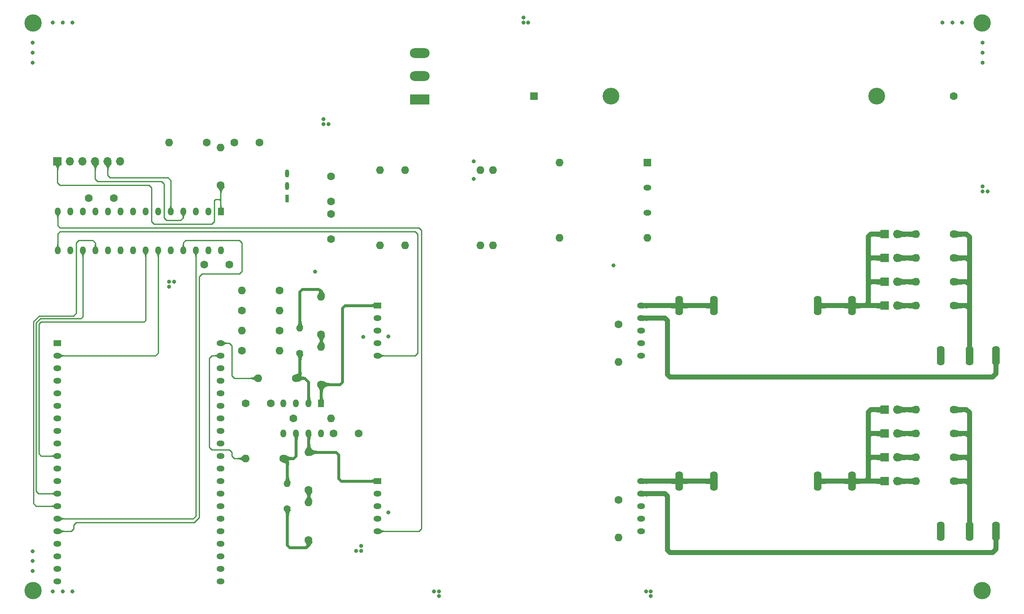
<source format=gtl>
G04 #@! TF.GenerationSoftware,KiCad,Pcbnew,(5.1.7-0-10_14)*
G04 #@! TF.CreationDate,2021-05-27T14:06:25+09:00*
G04 #@! TF.ProjectId,EiMS,45694d53-2e6b-4696-9361-645f70636258,1.0*
G04 #@! TF.SameCoordinates,Original*
G04 #@! TF.FileFunction,Copper,L1,Top*
G04 #@! TF.FilePolarity,Positive*
%FSLAX46Y46*%
G04 Gerber Fmt 4.6, Leading zero omitted, Abs format (unit mm)*
G04 Created by KiCad (PCBNEW (5.1.7-0-10_14)) date 2021-05-27 14:06:25*
%MOMM*%
%LPD*%
G01*
G04 APERTURE LIST*
G04 #@! TA.AperFunction,ComponentPad*
%ADD10R,1.200000X1.600000*%
G04 #@! TD*
G04 #@! TA.AperFunction,ComponentPad*
%ADD11O,1.200000X1.600000*%
G04 #@! TD*
G04 #@! TA.AperFunction,ComponentPad*
%ADD12O,1.600000X1.200000*%
G04 #@! TD*
G04 #@! TA.AperFunction,ComponentPad*
%ADD13R,1.600000X1.200000*%
G04 #@! TD*
G04 #@! TA.AperFunction,ComponentPad*
%ADD14C,3.400000*%
G04 #@! TD*
G04 #@! TA.AperFunction,ComponentPad*
%ADD15C,1.600000*%
G04 #@! TD*
G04 #@! TA.AperFunction,ComponentPad*
%ADD16R,1.600000X1.600000*%
G04 #@! TD*
G04 #@! TA.AperFunction,ComponentPad*
%ADD17C,3.500000*%
G04 #@! TD*
G04 #@! TA.AperFunction,ComponentPad*
%ADD18O,1.600000X1.600000*%
G04 #@! TD*
G04 #@! TA.AperFunction,ComponentPad*
%ADD19O,1.600000X4.000000*%
G04 #@! TD*
G04 #@! TA.AperFunction,ComponentPad*
%ADD20O,1.700000X1.700000*%
G04 #@! TD*
G04 #@! TA.AperFunction,ComponentPad*
%ADD21R,1.700000X1.700000*%
G04 #@! TD*
G04 #@! TA.AperFunction,ComponentPad*
%ADD22O,0.800000X1.600000*%
G04 #@! TD*
G04 #@! TA.AperFunction,ComponentPad*
%ADD23R,0.800000X1.600000*%
G04 #@! TD*
G04 #@! TA.AperFunction,ComponentPad*
%ADD24C,1.400000*%
G04 #@! TD*
G04 #@! TA.AperFunction,ComponentPad*
%ADD25O,1.400000X1.400000*%
G04 #@! TD*
G04 #@! TA.AperFunction,ComponentPad*
%ADD26O,4.000000X2.000000*%
G04 #@! TD*
G04 #@! TA.AperFunction,ComponentPad*
%ADD27R,4.000000X2.000000*%
G04 #@! TD*
G04 #@! TA.AperFunction,ViaPad*
%ADD28C,0.800000*%
G04 #@! TD*
G04 #@! TA.AperFunction,Conductor*
%ADD29C,0.250000*%
G04 #@! TD*
G04 #@! TA.AperFunction,Conductor*
%ADD30C,1.000000*%
G04 #@! TD*
G04 #@! TA.AperFunction,Conductor*
%ADD31C,0.600000*%
G04 #@! TD*
G04 #@! TA.AperFunction,Conductor*
%ADD32C,0.025400*%
G04 #@! TD*
G04 #@! TA.AperFunction,Conductor*
%ADD33C,0.100000*%
G04 #@! TD*
G04 APERTURE END LIST*
D10*
X84986000Y-76162000D03*
D11*
X84986000Y-84036000D03*
X82446000Y-84036000D03*
X79906000Y-84036000D03*
X77366000Y-84036000D03*
X74826000Y-84036000D03*
X72286000Y-84036000D03*
X69746000Y-84036000D03*
X67206000Y-84036000D03*
X64666000Y-84036000D03*
X62126000Y-84036000D03*
X59586000Y-84036000D03*
X57046000Y-84036000D03*
X54506000Y-84036000D03*
X51966000Y-84036000D03*
X51966000Y-76162000D03*
X54506000Y-76162000D03*
X57046000Y-76162000D03*
X59586000Y-76162000D03*
X62126000Y-76162000D03*
X64666000Y-76162000D03*
X67206000Y-76162000D03*
X69746000Y-76162000D03*
X72286000Y-76162000D03*
X74826000Y-76162000D03*
X77366000Y-76162000D03*
X79906000Y-76162000D03*
X82446000Y-76162000D03*
D12*
X84976000Y-140932000D03*
X84976000Y-130772000D03*
X84976000Y-148552000D03*
X84976000Y-110452000D03*
X84976000Y-151092000D03*
X84976000Y-120612000D03*
X84976000Y-118072000D03*
X84976000Y-138392000D03*
X84976000Y-105372000D03*
X84976000Y-102832000D03*
X84976000Y-112992000D03*
X84976000Y-133312000D03*
X84976000Y-123152000D03*
X84976000Y-125692000D03*
X84976000Y-115532000D03*
X84976000Y-107912000D03*
X84976000Y-135852000D03*
X84976000Y-143472000D03*
X84976000Y-146012000D03*
X84976000Y-128232000D03*
X51956000Y-151092000D03*
X51956000Y-148552000D03*
X51956000Y-146012000D03*
X51956000Y-143472000D03*
X51956000Y-140932000D03*
X51956000Y-138392000D03*
X51956000Y-135852000D03*
X51956000Y-133312000D03*
X51956000Y-130772000D03*
X51956000Y-128232000D03*
X51956000Y-125692000D03*
X51956000Y-123152000D03*
X51956000Y-120612000D03*
X51956000Y-118072000D03*
X51956000Y-115532000D03*
X51956000Y-112992000D03*
X51956000Y-110452000D03*
X51956000Y-107912000D03*
X51956000Y-105372000D03*
D13*
X51956000Y-102832000D03*
D12*
X170066000Y-130772000D03*
X170066000Y-135852000D03*
X170066000Y-133312000D03*
X170066000Y-140932000D03*
X170066000Y-138392000D03*
X116726000Y-140932000D03*
X116726000Y-138392000D03*
X116726000Y-135852000D03*
X116726000Y-133312000D03*
D13*
X116726000Y-130772000D03*
D12*
X170066000Y-95212000D03*
X170066000Y-100292000D03*
X170066000Y-97752000D03*
X170066000Y-105372000D03*
X170066000Y-102832000D03*
X116726000Y-105372000D03*
X116726000Y-102832000D03*
X116726000Y-100292000D03*
X116726000Y-97752000D03*
D13*
X116726000Y-95212000D03*
D14*
X163962000Y-52779000D03*
X217662000Y-52779000D03*
D15*
X233312000Y-52779000D03*
D16*
X148312000Y-52779000D03*
D17*
X239000000Y-38000000D03*
X239000000Y-153000000D03*
X47000000Y-153000000D03*
X47000000Y-38000000D03*
D18*
X153556000Y-81496000D03*
X153556000Y-66256000D03*
X171336000Y-81496000D03*
D12*
X171336000Y-76416000D03*
X171336000Y-71336000D03*
D16*
X171336000Y-66256000D03*
D18*
X140032000Y-83015000D03*
X137492000Y-83015000D03*
X122252000Y-83015000D03*
X117172000Y-83015000D03*
X117172000Y-67795000D03*
X122252000Y-67795000D03*
X137492000Y-67795000D03*
X140032000Y-67795000D03*
D19*
X230614000Y-140932000D03*
X236464000Y-140932000D03*
X241814000Y-140932000D03*
D15*
X63320000Y-73434000D03*
X58240000Y-73434000D03*
X92850000Y-62192000D03*
X87770000Y-62192000D03*
X107328000Y-81750000D03*
X107328000Y-76670000D03*
X107328000Y-74130000D03*
X107328000Y-69050000D03*
X90056000Y-115024000D03*
X95136000Y-115024000D03*
X107836000Y-121120000D03*
X112916000Y-121120000D03*
X86688000Y-86896000D03*
X81608000Y-86896000D03*
D19*
X184738000Y-95212000D03*
X177738000Y-95212000D03*
X205738000Y-95212000D03*
X212738000Y-95212000D03*
X212738000Y-130772000D03*
X205738000Y-130772000D03*
X177738000Y-130772000D03*
X184738000Y-130772000D03*
D20*
X64656000Y-66002000D03*
X62116000Y-66002000D03*
X59576000Y-66002000D03*
X57036000Y-66002000D03*
X54496000Y-66002000D03*
D21*
X51956000Y-66002000D03*
D19*
X241814000Y-105372000D03*
X236464000Y-105372000D03*
X230614000Y-105372000D03*
D20*
X221882000Y-80734000D03*
D21*
X219342000Y-80734000D03*
D20*
X221882000Y-85560000D03*
D21*
X219342000Y-85560000D03*
X219342000Y-90386000D03*
D20*
X221882000Y-90386000D03*
X221882000Y-95212000D03*
D21*
X219342000Y-95212000D03*
X219342000Y-116294000D03*
D20*
X221882000Y-116294000D03*
D21*
X219342000Y-121120000D03*
D20*
X221882000Y-121120000D03*
D21*
X219342000Y-125946000D03*
D20*
X221882000Y-125946000D03*
X221882000Y-130772000D03*
D21*
X219342000Y-130772000D03*
D22*
X98438000Y-68450000D03*
X98438000Y-70990000D03*
D23*
X98438000Y-73530000D03*
D18*
X74562000Y-62192000D03*
D15*
X82182000Y-62192000D03*
D18*
X84976000Y-63208000D03*
D15*
X84976000Y-70828000D03*
D18*
X89294000Y-92164000D03*
D15*
X96914000Y-92164000D03*
X89294000Y-96228000D03*
D18*
X96914000Y-96228000D03*
X89294000Y-100292000D03*
D15*
X96914000Y-100292000D03*
X89294000Y-104356000D03*
D18*
X96914000Y-104356000D03*
X107328000Y-118072000D03*
D15*
X99708000Y-118072000D03*
D18*
X90056000Y-126200000D03*
D15*
X97676000Y-126200000D03*
D24*
X98438000Y-136360000D03*
D25*
X98438000Y-131280000D03*
D18*
X102756000Y-135090000D03*
D15*
X102756000Y-142710000D03*
X102756000Y-132550000D03*
D18*
X102756000Y-124930000D03*
D15*
X100216000Y-109944000D03*
D18*
X92596000Y-109944000D03*
D15*
X105296000Y-111214000D03*
D18*
X105296000Y-103594000D03*
D15*
X105296000Y-101054000D03*
D18*
X105296000Y-93434000D03*
D25*
X100978000Y-99784000D03*
D24*
X100978000Y-104864000D03*
D18*
X165494000Y-106642000D03*
D15*
X165494000Y-99022000D03*
D18*
X165494000Y-142202000D03*
D15*
X165494000Y-134582000D03*
X233312000Y-80734000D03*
D18*
X225692000Y-80734000D03*
X225692000Y-85560000D03*
D15*
X233312000Y-85560000D03*
X233312000Y-90386000D03*
D18*
X225692000Y-90386000D03*
X225692000Y-95212000D03*
D15*
X233312000Y-95212000D03*
X233312000Y-116294000D03*
D18*
X225692000Y-116294000D03*
D15*
X233312000Y-121120000D03*
D18*
X225692000Y-121120000D03*
X225692000Y-125946000D03*
D15*
X233312000Y-125946000D03*
X233312000Y-130772000D03*
D18*
X225692000Y-130772000D03*
D26*
X125254000Y-44079000D03*
X125254000Y-48779000D03*
D27*
X125254000Y-53479000D03*
D11*
X97676000Y-121120000D03*
X100216000Y-121120000D03*
X102756000Y-121120000D03*
X105296000Y-121120000D03*
X97676000Y-115024000D03*
X100216000Y-115024000D03*
X102756000Y-115024000D03*
D10*
X105296000Y-115024000D03*
D28*
X128100000Y-153100000D03*
X129100000Y-153100000D03*
X129100000Y-154100000D03*
X118900000Y-101500000D03*
X113800000Y-101600000D03*
X118900000Y-137100000D03*
X74494000Y-90412000D03*
X74494000Y-91400000D03*
X75500000Y-90412000D03*
X55000000Y-153100000D03*
X53000000Y-153100000D03*
X51000000Y-153100000D03*
X51000000Y-37900000D03*
X53000000Y-37900000D03*
X55000000Y-37900000D03*
X46900000Y-44000000D03*
X46900000Y-46000000D03*
X46900000Y-42000000D03*
X46900000Y-149000000D03*
X46900000Y-145000000D03*
X46900000Y-147000000D03*
X113400000Y-144900000D03*
X113400000Y-143900000D03*
X112400000Y-144900000D03*
X104036000Y-88364000D03*
X171000000Y-153100000D03*
X172000000Y-153100000D03*
X172000000Y-154100000D03*
X106800000Y-58500000D03*
X105800000Y-58500000D03*
X105800000Y-57500000D03*
X164400000Y-87100000D03*
X136200000Y-69600000D03*
X136200000Y-66000000D03*
X147200000Y-37900000D03*
X146200000Y-37900000D03*
X146200000Y-36900000D03*
X233000000Y-37900000D03*
X231000000Y-37900000D03*
X235000000Y-37900000D03*
X239100000Y-44000000D03*
X239100000Y-46000000D03*
X239100000Y-42000000D03*
X240100000Y-72100000D03*
X239100000Y-72100000D03*
X239100000Y-71100000D03*
D29*
X72286000Y-84036000D02*
X72286000Y-104854000D01*
X72286000Y-104854000D02*
X71768000Y-105372000D01*
X71768000Y-105372000D02*
X51956000Y-105372000D01*
X49162000Y-125692000D02*
X51956000Y-125692000D01*
X48654000Y-125692000D02*
X49162000Y-125692000D01*
X48654000Y-98514000D02*
X48188010Y-98979990D01*
X48188010Y-125226010D02*
X48654000Y-125692000D01*
X48188010Y-98979990D02*
X48188010Y-125226010D01*
X69746000Y-98250000D02*
X69482000Y-98514000D01*
X69482000Y-98514000D02*
X48654000Y-98514000D01*
X69746000Y-84036000D02*
X69746000Y-98250000D01*
X57046000Y-97488000D02*
X57046000Y-84036000D01*
X47638000Y-98710302D02*
X48488311Y-97859990D01*
X56674010Y-97859990D02*
X57046000Y-97488000D01*
X47638000Y-132804000D02*
X47638000Y-98710302D01*
X48488311Y-97859990D02*
X56674010Y-97859990D01*
X48146000Y-133312000D02*
X47638000Y-132804000D01*
X51956000Y-133312000D02*
X48146000Y-133312000D01*
X47892000Y-135852000D02*
X51956000Y-135852000D01*
X47638000Y-135852000D02*
X47892000Y-135852000D01*
X55766000Y-96736000D02*
X55192020Y-97309980D01*
X47087990Y-98482481D02*
X47087990Y-135301990D01*
X48260490Y-97309980D02*
X47087990Y-98482481D01*
X55766000Y-82512000D02*
X55766000Y-96736000D01*
X55192020Y-97309980D02*
X48260490Y-97309980D01*
X59586000Y-84036000D02*
X59586000Y-82522000D01*
X59068000Y-82004000D02*
X56274000Y-82004000D01*
X56274000Y-82004000D02*
X55766000Y-82512000D01*
X47087990Y-135301990D02*
X47638000Y-135852000D01*
X59586000Y-82522000D02*
X59068000Y-82004000D01*
X79906000Y-84036000D02*
X79906000Y-137874000D01*
X79906000Y-137874000D02*
X79388000Y-138392000D01*
X79388000Y-138392000D02*
X51956000Y-138392000D01*
X55258000Y-140424000D02*
X54750000Y-140932000D01*
X55766000Y-139154000D02*
X55258000Y-139662000D01*
X79642000Y-139154000D02*
X55766000Y-139154000D01*
X80658000Y-89370000D02*
X80658000Y-138138000D01*
X55258000Y-139662000D02*
X55258000Y-140424000D01*
X77864000Y-82024000D02*
X88766000Y-82024000D01*
X89254000Y-82512000D02*
X89254000Y-88314000D01*
X81246000Y-88782000D02*
X80658000Y-89370000D01*
X80658000Y-138138000D02*
X79642000Y-139154000D01*
X88786000Y-88782000D02*
X81246000Y-88782000D01*
X77366000Y-82522000D02*
X77864000Y-82024000D01*
X89254000Y-88314000D02*
X88786000Y-88782000D01*
X88766000Y-82024000D02*
X89254000Y-82512000D01*
X77366000Y-84036000D02*
X77366000Y-82522000D01*
X54750000Y-140932000D02*
X51956000Y-140932000D01*
X90121998Y-109944000D02*
X92596000Y-109944000D01*
X89570000Y-109944000D02*
X90121998Y-109944000D01*
X84976000Y-102832000D02*
X86754000Y-102832000D01*
X89503243Y-109936479D02*
X89570000Y-109944000D01*
X86754000Y-102832000D02*
X87262000Y-103340000D01*
X87262000Y-103340000D02*
X87262000Y-109436000D01*
X87262000Y-109436000D02*
X87770000Y-109944000D01*
X89495722Y-109944000D02*
X89503243Y-109936479D01*
X87770000Y-109944000D02*
X89495722Y-109944000D01*
X87770000Y-126200000D02*
X90056000Y-126200000D01*
X87262000Y-125692000D02*
X87770000Y-126200000D01*
X87262000Y-124930000D02*
X87262000Y-125692000D01*
X86754000Y-124422000D02*
X87262000Y-124930000D01*
X83198000Y-124422000D02*
X86754000Y-124422000D01*
X82690000Y-105880000D02*
X82690000Y-123914000D01*
X82690000Y-123914000D02*
X83198000Y-124422000D01*
X83198000Y-105372000D02*
X82690000Y-105880000D01*
X84976000Y-105372000D02*
X83198000Y-105372000D01*
D30*
X205738000Y-95212000D02*
X212738000Y-95212000D01*
X212738000Y-95212000D02*
X215532000Y-95212000D01*
X215532000Y-95212000D02*
X219342000Y-95212000D01*
X216040000Y-81242000D02*
X216548000Y-80734000D01*
X216548000Y-80734000D02*
X219342000Y-80734000D01*
X216548000Y-85560000D02*
X216040000Y-86068000D01*
X219342000Y-85560000D02*
X216548000Y-85560000D01*
X216040000Y-86068000D02*
X216040000Y-81496000D01*
X216548000Y-90386000D02*
X216040000Y-90894000D01*
X219342000Y-90386000D02*
X216548000Y-90386000D01*
X216040000Y-81242000D02*
X216040000Y-81496000D01*
X216040000Y-94704000D02*
X215532000Y-95212000D01*
X216040000Y-86068000D02*
X216040000Y-94704000D01*
X170066000Y-95212000D02*
X177738000Y-95212000D01*
X177738000Y-95212000D02*
X184738000Y-95212000D01*
X170066000Y-130772000D02*
X177738000Y-130772000D01*
X177738000Y-130772000D02*
X184738000Y-130772000D01*
X205738000Y-130772000D02*
X212738000Y-130772000D01*
X219342000Y-116294000D02*
X216548000Y-116294000D01*
X216548000Y-116294000D02*
X216040000Y-116802000D01*
X216040000Y-130264000D02*
X215532000Y-130772000D01*
X215532000Y-130772000D02*
X219342000Y-130772000D01*
X212738000Y-130772000D02*
X215532000Y-130772000D01*
X219342000Y-121120000D02*
X216548000Y-121120000D01*
X216548000Y-121120000D02*
X216040000Y-121628000D01*
X216040000Y-116802000D02*
X216040000Y-121628000D01*
X216548000Y-125946000D02*
X216040000Y-126454000D01*
X219342000Y-125946000D02*
X216548000Y-125946000D01*
X216040000Y-126454000D02*
X216040000Y-130264000D01*
X216040000Y-121628000D02*
X216040000Y-126454000D01*
D29*
X84976000Y-76152000D02*
X84986000Y-76162000D01*
X84976000Y-70828000D02*
X84976000Y-72860000D01*
X71514000Y-78702000D02*
X71006000Y-78194000D01*
X71006000Y-71336000D02*
X70498000Y-70828000D01*
X83198000Y-78702000D02*
X71514000Y-78702000D01*
X83706000Y-78194000D02*
X83198000Y-78702000D01*
X70498000Y-70828000D02*
X52464000Y-70828000D01*
X83706000Y-73876000D02*
X83706000Y-78194000D01*
X71006000Y-78194000D02*
X71006000Y-71336000D01*
X52464000Y-70828000D02*
X51956000Y-70320000D01*
X51956000Y-70320000D02*
X51956000Y-66002000D01*
X83706000Y-73876000D02*
X83724000Y-73876000D01*
X83724000Y-73876000D02*
X83900000Y-73700000D01*
X84700000Y-73700000D02*
X84976000Y-73976000D01*
X83900000Y-73700000D02*
X84700000Y-73700000D01*
X84976000Y-73976000D02*
X84976000Y-76152000D01*
X84976000Y-72860000D02*
X84976000Y-73976000D01*
X77366000Y-77422000D02*
X77366000Y-76162000D01*
X76848000Y-77940000D02*
X77366000Y-77422000D01*
X74054000Y-77940000D02*
X76848000Y-77940000D01*
X73546000Y-77432000D02*
X74054000Y-77940000D01*
X73038000Y-70066000D02*
X73546000Y-70574000D01*
X59576000Y-69558000D02*
X60084000Y-70066000D01*
X60084000Y-70066000D02*
X73038000Y-70066000D01*
X59576000Y-66002000D02*
X59576000Y-69558000D01*
X73546000Y-77432000D02*
X73546000Y-70574000D01*
X74308000Y-69304000D02*
X74826000Y-69822000D01*
X62624000Y-69304000D02*
X74308000Y-69304000D01*
X62116000Y-68796000D02*
X62624000Y-69304000D01*
X74826000Y-69822000D02*
X74826000Y-76162000D01*
X62116000Y-66002000D02*
X62116000Y-68796000D01*
D30*
X233312000Y-85560000D02*
X235852000Y-85560000D01*
X235852000Y-85560000D02*
X236464000Y-86172000D01*
X233312000Y-90386000D02*
X235852000Y-90386000D01*
X235852000Y-90386000D02*
X236464000Y-90998000D01*
X236464000Y-86426000D02*
X236464000Y-90998000D01*
X233312000Y-95212000D02*
X235852000Y-95212000D01*
X235852000Y-95212000D02*
X236464000Y-95824000D01*
X236464000Y-95824000D02*
X236464000Y-105372000D01*
X236464000Y-86426000D02*
X236464000Y-86172000D01*
X235852000Y-80734000D02*
X233312000Y-80734000D01*
X236464000Y-81346000D02*
X235852000Y-80734000D01*
X236464000Y-86172000D02*
X236464000Y-81346000D01*
X236464000Y-90998000D02*
X236464000Y-95824000D01*
X241814000Y-105372000D02*
X241814000Y-109062000D01*
X241814000Y-109062000D02*
X241186000Y-109690000D01*
X170066000Y-97752000D02*
X174892000Y-97752000D01*
X174892000Y-97752000D02*
X175400000Y-98260000D01*
X175400000Y-98260000D02*
X175400000Y-109182000D01*
X175400000Y-109182000D02*
X175908000Y-109690000D01*
X175908000Y-109690000D02*
X241186000Y-109690000D01*
X170066000Y-133312000D02*
X174892000Y-133312000D01*
X174892000Y-133312000D02*
X175400000Y-133820000D01*
X241814000Y-140932000D02*
X241814000Y-144622000D01*
X241814000Y-144622000D02*
X241186000Y-145250000D01*
X241186000Y-145250000D02*
X175908000Y-145250000D01*
X175908000Y-145250000D02*
X175400000Y-144742000D01*
X175400000Y-144742000D02*
X175400000Y-133820000D01*
X235852000Y-116294000D02*
X236464000Y-116906000D01*
X233312000Y-116294000D02*
X235852000Y-116294000D01*
X236464000Y-116906000D02*
X236464000Y-121524000D01*
X233312000Y-125946000D02*
X235852000Y-125946000D01*
X235852000Y-125946000D02*
X236464000Y-126558000D01*
X236464000Y-126558000D02*
X236464000Y-131130000D01*
X233312000Y-121120000D02*
X235852000Y-121120000D01*
X236464000Y-121732000D02*
X236464000Y-126558000D01*
X235852000Y-121120000D02*
X236464000Y-121732000D01*
X236464000Y-121524000D02*
X236464000Y-121732000D01*
X233312000Y-130772000D02*
X235852000Y-130772000D01*
X235852000Y-130772000D02*
X236464000Y-131384000D01*
X236464000Y-131384000D02*
X236464000Y-140932000D01*
X236464000Y-131130000D02*
X236464000Y-131384000D01*
X221882000Y-80734000D02*
X225692000Y-80734000D01*
X221882000Y-85560000D02*
X225692000Y-85560000D01*
X221882000Y-90386000D02*
X225692000Y-90386000D01*
X221882000Y-95212000D02*
X225692000Y-95212000D01*
X221882000Y-116294000D02*
X225692000Y-116294000D01*
X221882000Y-121120000D02*
X225692000Y-121120000D01*
X221882000Y-125946000D02*
X225692000Y-125946000D01*
X221882000Y-130772000D02*
X225692000Y-130772000D01*
D31*
X100216000Y-121120000D02*
X100216000Y-125692000D01*
X100216000Y-125692000D02*
X99708000Y-126200000D01*
X99708000Y-126200000D02*
X97676000Y-126200000D01*
X98438000Y-126962000D02*
X97676000Y-126200000D01*
X98438000Y-131280000D02*
X98438000Y-126962000D01*
X98438000Y-136360000D02*
X98438000Y-143726000D01*
X98438000Y-143726000D02*
X98946000Y-144234000D01*
X98946000Y-144234000D02*
X102248000Y-144234000D01*
X102248000Y-144234000D02*
X102756000Y-143726000D01*
X102756000Y-143726000D02*
X102756000Y-142710000D01*
X102756000Y-135090000D02*
X102756000Y-132550000D01*
X102756000Y-121120000D02*
X102756000Y-124930000D01*
X108344000Y-124930000D02*
X102756000Y-124930000D01*
X108852000Y-125438000D02*
X108344000Y-124930000D01*
X108852000Y-130264000D02*
X108852000Y-125438000D01*
X109360000Y-130772000D02*
X108852000Y-130264000D01*
X116726000Y-130772000D02*
X109360000Y-130772000D01*
X100216000Y-109944000D02*
X100470000Y-109944000D01*
X102756000Y-115024000D02*
X102756000Y-110706000D01*
X100978000Y-109182000D02*
X100216000Y-109944000D01*
X100978000Y-104864000D02*
X100978000Y-109182000D01*
X102756000Y-110706000D02*
X101994000Y-109944000D01*
X101994000Y-109944000D02*
X100216000Y-109944000D01*
X105296000Y-101054000D02*
X105296000Y-103594000D01*
X105296000Y-111214000D02*
X105296000Y-115024000D01*
X109106000Y-111214000D02*
X105296000Y-111214000D01*
X109614000Y-110706000D02*
X109106000Y-111214000D01*
X109614000Y-95720000D02*
X109614000Y-110706000D01*
X110122000Y-95212000D02*
X109614000Y-95720000D01*
X116726000Y-95212000D02*
X110122000Y-95212000D01*
X100978000Y-99784000D02*
X100978000Y-92418000D01*
X100978000Y-92418000D02*
X101486000Y-91910000D01*
X101486000Y-91910000D02*
X104788000Y-91910000D01*
X104788000Y-91910000D02*
X105296000Y-92418000D01*
X105296000Y-92418000D02*
X105296000Y-93434000D01*
D29*
X51966000Y-78966000D02*
X51966000Y-76162000D01*
X52464000Y-79464000D02*
X51966000Y-78966000D01*
X125108000Y-79464000D02*
X52464000Y-79464000D01*
X125616000Y-79972000D02*
X125108000Y-79464000D01*
X125616000Y-140424000D02*
X125616000Y-79972000D01*
X125108000Y-140932000D02*
X125616000Y-140424000D01*
X116726000Y-140932000D02*
X125108000Y-140932000D01*
X51966000Y-80724000D02*
X51966000Y-84036000D01*
X52464000Y-80226000D02*
X51966000Y-80724000D01*
X124346000Y-105372000D02*
X124854000Y-104864000D01*
X124854000Y-104864000D02*
X124854000Y-80734000D01*
X124346000Y-80226000D02*
X52464000Y-80226000D01*
X124854000Y-80734000D02*
X124346000Y-80226000D01*
X116726000Y-105372000D02*
X124346000Y-105372000D01*
D32*
X72810441Y-84299675D02*
X72756367Y-84400519D01*
X72697976Y-84491666D01*
X72640751Y-84570750D01*
X72586133Y-84642976D01*
X72585936Y-84643244D01*
X72535554Y-84713627D01*
X72535016Y-84714443D01*
X72490443Y-84788086D01*
X72489743Y-84789413D01*
X72452475Y-84871524D01*
X72451866Y-84873155D01*
X72423395Y-84968943D01*
X72423026Y-84970573D01*
X72404848Y-85085245D01*
X72404704Y-85086649D01*
X72398871Y-85213300D01*
X72173129Y-85213300D01*
X72167295Y-85086649D01*
X72167151Y-85085245D01*
X72148973Y-84970573D01*
X72148604Y-84968943D01*
X72120133Y-84873155D01*
X72119524Y-84871524D01*
X72082256Y-84789413D01*
X72081556Y-84788086D01*
X72036983Y-84714443D01*
X72036445Y-84713627D01*
X71986063Y-84643244D01*
X71985866Y-84642976D01*
X71931248Y-84570750D01*
X71874023Y-84491666D01*
X71815635Y-84400524D01*
X71761559Y-84299675D01*
X72286000Y-83754322D01*
X72810441Y-84299675D01*
G04 #@! TA.AperFunction,Conductor*
D33*
G36*
X72810441Y-84299675D02*
G01*
X72756367Y-84400519D01*
X72697976Y-84491666D01*
X72640751Y-84570750D01*
X72586133Y-84642976D01*
X72585936Y-84643244D01*
X72535554Y-84713627D01*
X72535016Y-84714443D01*
X72490443Y-84788086D01*
X72489743Y-84789413D01*
X72452475Y-84871524D01*
X72451866Y-84873155D01*
X72423395Y-84968943D01*
X72423026Y-84970573D01*
X72404848Y-85085245D01*
X72404704Y-85086649D01*
X72398871Y-85213300D01*
X72173129Y-85213300D01*
X72167295Y-85086649D01*
X72167151Y-85085245D01*
X72148973Y-84970573D01*
X72148604Y-84968943D01*
X72120133Y-84873155D01*
X72119524Y-84871524D01*
X72082256Y-84789413D01*
X72081556Y-84788086D01*
X72036983Y-84714443D01*
X72036445Y-84713627D01*
X71986063Y-84643244D01*
X71985866Y-84642976D01*
X71931248Y-84570750D01*
X71874023Y-84491666D01*
X71815635Y-84400524D01*
X71761559Y-84299675D01*
X72286000Y-83754322D01*
X72810441Y-84299675D01*
G37*
G04 #@! TD.AperFunction*
D32*
X52320524Y-104901635D02*
X52411666Y-104960023D01*
X52490750Y-105017248D01*
X52562976Y-105071866D01*
X52563244Y-105072063D01*
X52633627Y-105122445D01*
X52634443Y-105122983D01*
X52708086Y-105167556D01*
X52709413Y-105168256D01*
X52791524Y-105205524D01*
X52793155Y-105206133D01*
X52888943Y-105234604D01*
X52890573Y-105234973D01*
X53005245Y-105253151D01*
X53006649Y-105253295D01*
X53133300Y-105259129D01*
X53133300Y-105484871D01*
X53006649Y-105490704D01*
X53005245Y-105490848D01*
X52890573Y-105509026D01*
X52888943Y-105509395D01*
X52793155Y-105537866D01*
X52791524Y-105538475D01*
X52709413Y-105575743D01*
X52708086Y-105576443D01*
X52634443Y-105621016D01*
X52633627Y-105621554D01*
X52563244Y-105671936D01*
X52562976Y-105672133D01*
X52490750Y-105726751D01*
X52411666Y-105783976D01*
X52320519Y-105842367D01*
X52219675Y-105896441D01*
X51674322Y-105372000D01*
X52219675Y-104847559D01*
X52320524Y-104901635D01*
G04 #@! TA.AperFunction,Conductor*
D33*
G36*
X52320524Y-104901635D02*
G01*
X52411666Y-104960023D01*
X52490750Y-105017248D01*
X52562976Y-105071866D01*
X52563244Y-105072063D01*
X52633627Y-105122445D01*
X52634443Y-105122983D01*
X52708086Y-105167556D01*
X52709413Y-105168256D01*
X52791524Y-105205524D01*
X52793155Y-105206133D01*
X52888943Y-105234604D01*
X52890573Y-105234973D01*
X53005245Y-105253151D01*
X53006649Y-105253295D01*
X53133300Y-105259129D01*
X53133300Y-105484871D01*
X53006649Y-105490704D01*
X53005245Y-105490848D01*
X52890573Y-105509026D01*
X52888943Y-105509395D01*
X52793155Y-105537866D01*
X52791524Y-105538475D01*
X52709413Y-105575743D01*
X52708086Y-105576443D01*
X52634443Y-105621016D01*
X52633627Y-105621554D01*
X52563244Y-105671936D01*
X52562976Y-105672133D01*
X52490750Y-105726751D01*
X52411666Y-105783976D01*
X52320519Y-105842367D01*
X52219675Y-105896441D01*
X51674322Y-105372000D01*
X52219675Y-104847559D01*
X52320524Y-104901635D01*
G37*
G04 #@! TD.AperFunction*
D32*
X52237678Y-125692000D02*
X51692325Y-126216441D01*
X51591480Y-126162367D01*
X51500333Y-126103976D01*
X51421249Y-126046751D01*
X51349023Y-125992133D01*
X51348755Y-125991936D01*
X51278372Y-125941554D01*
X51277556Y-125941016D01*
X51203913Y-125896443D01*
X51202586Y-125895743D01*
X51120475Y-125858475D01*
X51118844Y-125857866D01*
X51023056Y-125829395D01*
X51021426Y-125829026D01*
X50906754Y-125810848D01*
X50905350Y-125810704D01*
X50778700Y-125804871D01*
X50778700Y-125579129D01*
X50905350Y-125573295D01*
X50906754Y-125573151D01*
X51021426Y-125554973D01*
X51023056Y-125554604D01*
X51118844Y-125526133D01*
X51120475Y-125525524D01*
X51202586Y-125488256D01*
X51203913Y-125487556D01*
X51277556Y-125442983D01*
X51278372Y-125442445D01*
X51348755Y-125392063D01*
X51349023Y-125391866D01*
X51421249Y-125337248D01*
X51500333Y-125280023D01*
X51591475Y-125221635D01*
X51692325Y-125167559D01*
X52237678Y-125692000D01*
G04 #@! TA.AperFunction,Conductor*
D33*
G36*
X52237678Y-125692000D02*
G01*
X51692325Y-126216441D01*
X51591480Y-126162367D01*
X51500333Y-126103976D01*
X51421249Y-126046751D01*
X51349023Y-125992133D01*
X51348755Y-125991936D01*
X51278372Y-125941554D01*
X51277556Y-125941016D01*
X51203913Y-125896443D01*
X51202586Y-125895743D01*
X51120475Y-125858475D01*
X51118844Y-125857866D01*
X51023056Y-125829395D01*
X51021426Y-125829026D01*
X50906754Y-125810848D01*
X50905350Y-125810704D01*
X50778700Y-125804871D01*
X50778700Y-125579129D01*
X50905350Y-125573295D01*
X50906754Y-125573151D01*
X51021426Y-125554973D01*
X51023056Y-125554604D01*
X51118844Y-125526133D01*
X51120475Y-125525524D01*
X51202586Y-125488256D01*
X51203913Y-125487556D01*
X51277556Y-125442983D01*
X51278372Y-125442445D01*
X51348755Y-125392063D01*
X51349023Y-125391866D01*
X51421249Y-125337248D01*
X51500333Y-125280023D01*
X51591475Y-125221635D01*
X51692325Y-125167559D01*
X52237678Y-125692000D01*
G37*
G04 #@! TD.AperFunction*
D32*
X70270441Y-84299675D02*
X70216367Y-84400519D01*
X70157976Y-84491666D01*
X70100751Y-84570750D01*
X70046133Y-84642976D01*
X70045936Y-84643244D01*
X69995554Y-84713627D01*
X69995016Y-84714443D01*
X69950443Y-84788086D01*
X69949743Y-84789413D01*
X69912475Y-84871524D01*
X69911866Y-84873155D01*
X69883395Y-84968943D01*
X69883026Y-84970573D01*
X69864848Y-85085245D01*
X69864704Y-85086649D01*
X69858871Y-85213300D01*
X69633129Y-85213300D01*
X69627295Y-85086649D01*
X69627151Y-85085245D01*
X69608973Y-84970573D01*
X69608604Y-84968943D01*
X69580133Y-84873155D01*
X69579524Y-84871524D01*
X69542256Y-84789413D01*
X69541556Y-84788086D01*
X69496983Y-84714443D01*
X69496445Y-84713627D01*
X69446063Y-84643244D01*
X69445866Y-84642976D01*
X69391248Y-84570750D01*
X69334023Y-84491666D01*
X69275635Y-84400524D01*
X69221559Y-84299675D01*
X69746000Y-83754322D01*
X70270441Y-84299675D01*
G04 #@! TA.AperFunction,Conductor*
D33*
G36*
X70270441Y-84299675D02*
G01*
X70216367Y-84400519D01*
X70157976Y-84491666D01*
X70100751Y-84570750D01*
X70046133Y-84642976D01*
X70045936Y-84643244D01*
X69995554Y-84713627D01*
X69995016Y-84714443D01*
X69950443Y-84788086D01*
X69949743Y-84789413D01*
X69912475Y-84871524D01*
X69911866Y-84873155D01*
X69883395Y-84968943D01*
X69883026Y-84970573D01*
X69864848Y-85085245D01*
X69864704Y-85086649D01*
X69858871Y-85213300D01*
X69633129Y-85213300D01*
X69627295Y-85086649D01*
X69627151Y-85085245D01*
X69608973Y-84970573D01*
X69608604Y-84968943D01*
X69580133Y-84873155D01*
X69579524Y-84871524D01*
X69542256Y-84789413D01*
X69541556Y-84788086D01*
X69496983Y-84714443D01*
X69496445Y-84713627D01*
X69446063Y-84643244D01*
X69445866Y-84642976D01*
X69391248Y-84570750D01*
X69334023Y-84491666D01*
X69275635Y-84400524D01*
X69221559Y-84299675D01*
X69746000Y-83754322D01*
X70270441Y-84299675D01*
G37*
G04 #@! TD.AperFunction*
D32*
X57570441Y-84299675D02*
X57516367Y-84400519D01*
X57457976Y-84491666D01*
X57400751Y-84570750D01*
X57346133Y-84642976D01*
X57345936Y-84643244D01*
X57295554Y-84713627D01*
X57295016Y-84714443D01*
X57250443Y-84788086D01*
X57249743Y-84789413D01*
X57212475Y-84871524D01*
X57211866Y-84873155D01*
X57183395Y-84968943D01*
X57183026Y-84970573D01*
X57164848Y-85085245D01*
X57164704Y-85086649D01*
X57158871Y-85213300D01*
X56933129Y-85213300D01*
X56927295Y-85086649D01*
X56927151Y-85085245D01*
X56908973Y-84970573D01*
X56908604Y-84968943D01*
X56880133Y-84873155D01*
X56879524Y-84871524D01*
X56842256Y-84789413D01*
X56841556Y-84788086D01*
X56796983Y-84714443D01*
X56796445Y-84713627D01*
X56746063Y-84643244D01*
X56745866Y-84642976D01*
X56691248Y-84570750D01*
X56634023Y-84491666D01*
X56575635Y-84400524D01*
X56521559Y-84299675D01*
X57046000Y-83754322D01*
X57570441Y-84299675D01*
G04 #@! TA.AperFunction,Conductor*
D33*
G36*
X57570441Y-84299675D02*
G01*
X57516367Y-84400519D01*
X57457976Y-84491666D01*
X57400751Y-84570750D01*
X57346133Y-84642976D01*
X57345936Y-84643244D01*
X57295554Y-84713627D01*
X57295016Y-84714443D01*
X57250443Y-84788086D01*
X57249743Y-84789413D01*
X57212475Y-84871524D01*
X57211866Y-84873155D01*
X57183395Y-84968943D01*
X57183026Y-84970573D01*
X57164848Y-85085245D01*
X57164704Y-85086649D01*
X57158871Y-85213300D01*
X56933129Y-85213300D01*
X56927295Y-85086649D01*
X56927151Y-85085245D01*
X56908973Y-84970573D01*
X56908604Y-84968943D01*
X56880133Y-84873155D01*
X56879524Y-84871524D01*
X56842256Y-84789413D01*
X56841556Y-84788086D01*
X56796983Y-84714443D01*
X56796445Y-84713627D01*
X56746063Y-84643244D01*
X56745866Y-84642976D01*
X56691248Y-84570750D01*
X56634023Y-84491666D01*
X56575635Y-84400524D01*
X56521559Y-84299675D01*
X57046000Y-83754322D01*
X57570441Y-84299675D01*
G37*
G04 #@! TD.AperFunction*
D32*
X52237678Y-133312000D02*
X51692325Y-133836441D01*
X51591480Y-133782367D01*
X51500333Y-133723976D01*
X51421249Y-133666751D01*
X51349023Y-133612133D01*
X51348755Y-133611936D01*
X51278372Y-133561554D01*
X51277556Y-133561016D01*
X51203913Y-133516443D01*
X51202586Y-133515743D01*
X51120475Y-133478475D01*
X51118844Y-133477866D01*
X51023056Y-133449395D01*
X51021426Y-133449026D01*
X50906754Y-133430848D01*
X50905350Y-133430704D01*
X50778700Y-133424871D01*
X50778700Y-133199129D01*
X50905350Y-133193295D01*
X50906754Y-133193151D01*
X51021426Y-133174973D01*
X51023056Y-133174604D01*
X51118844Y-133146133D01*
X51120475Y-133145524D01*
X51202586Y-133108256D01*
X51203913Y-133107556D01*
X51277556Y-133062983D01*
X51278372Y-133062445D01*
X51348755Y-133012063D01*
X51349023Y-133011866D01*
X51421249Y-132957248D01*
X51500333Y-132900023D01*
X51591475Y-132841635D01*
X51692325Y-132787559D01*
X52237678Y-133312000D01*
G04 #@! TA.AperFunction,Conductor*
D33*
G36*
X52237678Y-133312000D02*
G01*
X51692325Y-133836441D01*
X51591480Y-133782367D01*
X51500333Y-133723976D01*
X51421249Y-133666751D01*
X51349023Y-133612133D01*
X51348755Y-133611936D01*
X51278372Y-133561554D01*
X51277556Y-133561016D01*
X51203913Y-133516443D01*
X51202586Y-133515743D01*
X51120475Y-133478475D01*
X51118844Y-133477866D01*
X51023056Y-133449395D01*
X51021426Y-133449026D01*
X50906754Y-133430848D01*
X50905350Y-133430704D01*
X50778700Y-133424871D01*
X50778700Y-133199129D01*
X50905350Y-133193295D01*
X50906754Y-133193151D01*
X51021426Y-133174973D01*
X51023056Y-133174604D01*
X51118844Y-133146133D01*
X51120475Y-133145524D01*
X51202586Y-133108256D01*
X51203913Y-133107556D01*
X51277556Y-133062983D01*
X51278372Y-133062445D01*
X51348755Y-133012063D01*
X51349023Y-133011866D01*
X51421249Y-132957248D01*
X51500333Y-132900023D01*
X51591475Y-132841635D01*
X51692325Y-132787559D01*
X52237678Y-133312000D01*
G37*
G04 #@! TD.AperFunction*
D32*
X52237678Y-135852000D02*
X51692325Y-136376441D01*
X51591480Y-136322367D01*
X51500333Y-136263976D01*
X51421249Y-136206751D01*
X51349023Y-136152133D01*
X51348755Y-136151936D01*
X51278372Y-136101554D01*
X51277556Y-136101016D01*
X51203913Y-136056443D01*
X51202586Y-136055743D01*
X51120475Y-136018475D01*
X51118844Y-136017866D01*
X51023056Y-135989395D01*
X51021426Y-135989026D01*
X50906754Y-135970848D01*
X50905350Y-135970704D01*
X50778700Y-135964871D01*
X50778700Y-135739129D01*
X50905350Y-135733295D01*
X50906754Y-135733151D01*
X51021426Y-135714973D01*
X51023056Y-135714604D01*
X51118844Y-135686133D01*
X51120475Y-135685524D01*
X51202586Y-135648256D01*
X51203913Y-135647556D01*
X51277556Y-135602983D01*
X51278372Y-135602445D01*
X51348755Y-135552063D01*
X51349023Y-135551866D01*
X51421249Y-135497248D01*
X51500333Y-135440023D01*
X51591475Y-135381635D01*
X51692325Y-135327559D01*
X52237678Y-135852000D01*
G04 #@! TA.AperFunction,Conductor*
D33*
G36*
X52237678Y-135852000D02*
G01*
X51692325Y-136376441D01*
X51591480Y-136322367D01*
X51500333Y-136263976D01*
X51421249Y-136206751D01*
X51349023Y-136152133D01*
X51348755Y-136151936D01*
X51278372Y-136101554D01*
X51277556Y-136101016D01*
X51203913Y-136056443D01*
X51202586Y-136055743D01*
X51120475Y-136018475D01*
X51118844Y-136017866D01*
X51023056Y-135989395D01*
X51021426Y-135989026D01*
X50906754Y-135970848D01*
X50905350Y-135970704D01*
X50778700Y-135964871D01*
X50778700Y-135739129D01*
X50905350Y-135733295D01*
X50906754Y-135733151D01*
X51021426Y-135714973D01*
X51023056Y-135714604D01*
X51118844Y-135686133D01*
X51120475Y-135685524D01*
X51202586Y-135648256D01*
X51203913Y-135647556D01*
X51277556Y-135602983D01*
X51278372Y-135602445D01*
X51348755Y-135552063D01*
X51349023Y-135551866D01*
X51421249Y-135497248D01*
X51500333Y-135440023D01*
X51591475Y-135381635D01*
X51692325Y-135327559D01*
X52237678Y-135852000D01*
G37*
G04 #@! TD.AperFunction*
D32*
X59704704Y-82985350D02*
X59704848Y-82986754D01*
X59723026Y-83101426D01*
X59723395Y-83103056D01*
X59751866Y-83198844D01*
X59752475Y-83200475D01*
X59789743Y-83282586D01*
X59790443Y-83283913D01*
X59835016Y-83357556D01*
X59835554Y-83358372D01*
X59885936Y-83428755D01*
X59886133Y-83429023D01*
X59940751Y-83501249D01*
X59997976Y-83580333D01*
X60056367Y-83671480D01*
X60110441Y-83772325D01*
X59586000Y-84317678D01*
X59061559Y-83772325D01*
X59115635Y-83671475D01*
X59174023Y-83580333D01*
X59231248Y-83501249D01*
X59285866Y-83429023D01*
X59286063Y-83428755D01*
X59336445Y-83358372D01*
X59336983Y-83357556D01*
X59381556Y-83283913D01*
X59382256Y-83282586D01*
X59419524Y-83200475D01*
X59420133Y-83198844D01*
X59448604Y-83103056D01*
X59448973Y-83101426D01*
X59467151Y-82986754D01*
X59467295Y-82985350D01*
X59473129Y-82858700D01*
X59698871Y-82858700D01*
X59704704Y-82985350D01*
G04 #@! TA.AperFunction,Conductor*
D33*
G36*
X59704704Y-82985350D02*
G01*
X59704848Y-82986754D01*
X59723026Y-83101426D01*
X59723395Y-83103056D01*
X59751866Y-83198844D01*
X59752475Y-83200475D01*
X59789743Y-83282586D01*
X59790443Y-83283913D01*
X59835016Y-83357556D01*
X59835554Y-83358372D01*
X59885936Y-83428755D01*
X59886133Y-83429023D01*
X59940751Y-83501249D01*
X59997976Y-83580333D01*
X60056367Y-83671480D01*
X60110441Y-83772325D01*
X59586000Y-84317678D01*
X59061559Y-83772325D01*
X59115635Y-83671475D01*
X59174023Y-83580333D01*
X59231248Y-83501249D01*
X59285866Y-83429023D01*
X59286063Y-83428755D01*
X59336445Y-83358372D01*
X59336983Y-83357556D01*
X59381556Y-83283913D01*
X59382256Y-83282586D01*
X59419524Y-83200475D01*
X59420133Y-83198844D01*
X59448604Y-83103056D01*
X59448973Y-83101426D01*
X59467151Y-82986754D01*
X59467295Y-82985350D01*
X59473129Y-82858700D01*
X59698871Y-82858700D01*
X59704704Y-82985350D01*
G37*
G04 #@! TD.AperFunction*
D32*
X80430441Y-84299675D02*
X80376367Y-84400519D01*
X80317976Y-84491666D01*
X80260751Y-84570750D01*
X80206133Y-84642976D01*
X80205936Y-84643244D01*
X80155554Y-84713627D01*
X80155016Y-84714443D01*
X80110443Y-84788086D01*
X80109743Y-84789413D01*
X80072475Y-84871524D01*
X80071866Y-84873155D01*
X80043395Y-84968943D01*
X80043026Y-84970573D01*
X80024848Y-85085245D01*
X80024704Y-85086649D01*
X80018871Y-85213300D01*
X79793129Y-85213300D01*
X79787295Y-85086649D01*
X79787151Y-85085245D01*
X79768973Y-84970573D01*
X79768604Y-84968943D01*
X79740133Y-84873155D01*
X79739524Y-84871524D01*
X79702256Y-84789413D01*
X79701556Y-84788086D01*
X79656983Y-84714443D01*
X79656445Y-84713627D01*
X79606063Y-84643244D01*
X79605866Y-84642976D01*
X79551248Y-84570750D01*
X79494023Y-84491666D01*
X79435635Y-84400524D01*
X79381559Y-84299675D01*
X79906000Y-83754322D01*
X80430441Y-84299675D01*
G04 #@! TA.AperFunction,Conductor*
D33*
G36*
X80430441Y-84299675D02*
G01*
X80376367Y-84400519D01*
X80317976Y-84491666D01*
X80260751Y-84570750D01*
X80206133Y-84642976D01*
X80205936Y-84643244D01*
X80155554Y-84713627D01*
X80155016Y-84714443D01*
X80110443Y-84788086D01*
X80109743Y-84789413D01*
X80072475Y-84871524D01*
X80071866Y-84873155D01*
X80043395Y-84968943D01*
X80043026Y-84970573D01*
X80024848Y-85085245D01*
X80024704Y-85086649D01*
X80018871Y-85213300D01*
X79793129Y-85213300D01*
X79787295Y-85086649D01*
X79787151Y-85085245D01*
X79768973Y-84970573D01*
X79768604Y-84968943D01*
X79740133Y-84873155D01*
X79739524Y-84871524D01*
X79702256Y-84789413D01*
X79701556Y-84788086D01*
X79656983Y-84714443D01*
X79656445Y-84713627D01*
X79606063Y-84643244D01*
X79605866Y-84642976D01*
X79551248Y-84570750D01*
X79494023Y-84491666D01*
X79435635Y-84400524D01*
X79381559Y-84299675D01*
X79906000Y-83754322D01*
X80430441Y-84299675D01*
G37*
G04 #@! TD.AperFunction*
D32*
X52320524Y-137921635D02*
X52411666Y-137980023D01*
X52490750Y-138037248D01*
X52562976Y-138091866D01*
X52563244Y-138092063D01*
X52633627Y-138142445D01*
X52634443Y-138142983D01*
X52708086Y-138187556D01*
X52709413Y-138188256D01*
X52791524Y-138225524D01*
X52793155Y-138226133D01*
X52888943Y-138254604D01*
X52890573Y-138254973D01*
X53005245Y-138273151D01*
X53006649Y-138273295D01*
X53133300Y-138279129D01*
X53133300Y-138504871D01*
X53006649Y-138510704D01*
X53005245Y-138510848D01*
X52890573Y-138529026D01*
X52888943Y-138529395D01*
X52793155Y-138557866D01*
X52791524Y-138558475D01*
X52709413Y-138595743D01*
X52708086Y-138596443D01*
X52634443Y-138641016D01*
X52633627Y-138641554D01*
X52563244Y-138691936D01*
X52562976Y-138692133D01*
X52490750Y-138746751D01*
X52411666Y-138803976D01*
X52320519Y-138862367D01*
X52219675Y-138916441D01*
X51674322Y-138392000D01*
X52219675Y-137867559D01*
X52320524Y-137921635D01*
G04 #@! TA.AperFunction,Conductor*
D33*
G36*
X52320524Y-137921635D02*
G01*
X52411666Y-137980023D01*
X52490750Y-138037248D01*
X52562976Y-138091866D01*
X52563244Y-138092063D01*
X52633627Y-138142445D01*
X52634443Y-138142983D01*
X52708086Y-138187556D01*
X52709413Y-138188256D01*
X52791524Y-138225524D01*
X52793155Y-138226133D01*
X52888943Y-138254604D01*
X52890573Y-138254973D01*
X53005245Y-138273151D01*
X53006649Y-138273295D01*
X53133300Y-138279129D01*
X53133300Y-138504871D01*
X53006649Y-138510704D01*
X53005245Y-138510848D01*
X52890573Y-138529026D01*
X52888943Y-138529395D01*
X52793155Y-138557866D01*
X52791524Y-138558475D01*
X52709413Y-138595743D01*
X52708086Y-138596443D01*
X52634443Y-138641016D01*
X52633627Y-138641554D01*
X52563244Y-138691936D01*
X52562976Y-138692133D01*
X52490750Y-138746751D01*
X52411666Y-138803976D01*
X52320519Y-138862367D01*
X52219675Y-138916441D01*
X51674322Y-138392000D01*
X52219675Y-137867559D01*
X52320524Y-137921635D01*
G37*
G04 #@! TD.AperFunction*
D32*
X77484704Y-82985350D02*
X77484848Y-82986754D01*
X77503026Y-83101426D01*
X77503395Y-83103056D01*
X77531866Y-83198844D01*
X77532475Y-83200475D01*
X77569743Y-83282586D01*
X77570443Y-83283913D01*
X77615016Y-83357556D01*
X77615554Y-83358372D01*
X77665936Y-83428755D01*
X77666133Y-83429023D01*
X77720751Y-83501249D01*
X77777976Y-83580333D01*
X77836367Y-83671480D01*
X77890441Y-83772325D01*
X77366000Y-84317678D01*
X76841559Y-83772325D01*
X76895635Y-83671475D01*
X76954023Y-83580333D01*
X77011248Y-83501249D01*
X77065866Y-83429023D01*
X77066063Y-83428755D01*
X77116445Y-83358372D01*
X77116983Y-83357556D01*
X77161556Y-83283913D01*
X77162256Y-83282586D01*
X77199524Y-83200475D01*
X77200133Y-83198844D01*
X77228604Y-83103056D01*
X77228973Y-83101426D01*
X77247151Y-82986754D01*
X77247295Y-82985350D01*
X77253129Y-82858700D01*
X77478871Y-82858700D01*
X77484704Y-82985350D01*
G04 #@! TA.AperFunction,Conductor*
D33*
G36*
X77484704Y-82985350D02*
G01*
X77484848Y-82986754D01*
X77503026Y-83101426D01*
X77503395Y-83103056D01*
X77531866Y-83198844D01*
X77532475Y-83200475D01*
X77569743Y-83282586D01*
X77570443Y-83283913D01*
X77615016Y-83357556D01*
X77615554Y-83358372D01*
X77665936Y-83428755D01*
X77666133Y-83429023D01*
X77720751Y-83501249D01*
X77777976Y-83580333D01*
X77836367Y-83671480D01*
X77890441Y-83772325D01*
X77366000Y-84317678D01*
X76841559Y-83772325D01*
X76895635Y-83671475D01*
X76954023Y-83580333D01*
X77011248Y-83501249D01*
X77065866Y-83429023D01*
X77066063Y-83428755D01*
X77116445Y-83358372D01*
X77116983Y-83357556D01*
X77161556Y-83283913D01*
X77162256Y-83282586D01*
X77199524Y-83200475D01*
X77200133Y-83198844D01*
X77228604Y-83103056D01*
X77228973Y-83101426D01*
X77247151Y-82986754D01*
X77247295Y-82985350D01*
X77253129Y-82858700D01*
X77478871Y-82858700D01*
X77484704Y-82985350D01*
G37*
G04 #@! TD.AperFunction*
D32*
X52320524Y-140461635D02*
X52411666Y-140520023D01*
X52490750Y-140577248D01*
X52562976Y-140631866D01*
X52563244Y-140632063D01*
X52633627Y-140682445D01*
X52634443Y-140682983D01*
X52708086Y-140727556D01*
X52709413Y-140728256D01*
X52791524Y-140765524D01*
X52793155Y-140766133D01*
X52888943Y-140794604D01*
X52890573Y-140794973D01*
X53005245Y-140813151D01*
X53006649Y-140813295D01*
X53133300Y-140819129D01*
X53133300Y-141044871D01*
X53006649Y-141050704D01*
X53005245Y-141050848D01*
X52890573Y-141069026D01*
X52888943Y-141069395D01*
X52793155Y-141097866D01*
X52791524Y-141098475D01*
X52709413Y-141135743D01*
X52708086Y-141136443D01*
X52634443Y-141181016D01*
X52633627Y-141181554D01*
X52563244Y-141231936D01*
X52562976Y-141232133D01*
X52490750Y-141286751D01*
X52411666Y-141343976D01*
X52320519Y-141402367D01*
X52219675Y-141456441D01*
X51674322Y-140932000D01*
X52219675Y-140407559D01*
X52320524Y-140461635D01*
G04 #@! TA.AperFunction,Conductor*
D33*
G36*
X52320524Y-140461635D02*
G01*
X52411666Y-140520023D01*
X52490750Y-140577248D01*
X52562976Y-140631866D01*
X52563244Y-140632063D01*
X52633627Y-140682445D01*
X52634443Y-140682983D01*
X52708086Y-140727556D01*
X52709413Y-140728256D01*
X52791524Y-140765524D01*
X52793155Y-140766133D01*
X52888943Y-140794604D01*
X52890573Y-140794973D01*
X53005245Y-140813151D01*
X53006649Y-140813295D01*
X53133300Y-140819129D01*
X53133300Y-141044871D01*
X53006649Y-141050704D01*
X53005245Y-141050848D01*
X52890573Y-141069026D01*
X52888943Y-141069395D01*
X52793155Y-141097866D01*
X52791524Y-141098475D01*
X52709413Y-141135743D01*
X52708086Y-141136443D01*
X52634443Y-141181016D01*
X52633627Y-141181554D01*
X52563244Y-141231936D01*
X52562976Y-141232133D01*
X52490750Y-141286751D01*
X52411666Y-141343976D01*
X52320519Y-141402367D01*
X52219675Y-141456441D01*
X51674322Y-140932000D01*
X52219675Y-140407559D01*
X52320524Y-140461635D01*
G37*
G04 #@! TD.AperFunction*
D32*
X92977678Y-109944000D02*
X92245187Y-110648402D01*
X92104998Y-110572192D01*
X91981992Y-110490238D01*
X91876378Y-110408929D01*
X91780747Y-110330497D01*
X91780549Y-110330338D01*
X91687840Y-110257352D01*
X91687059Y-110256784D01*
X91590083Y-110191731D01*
X91588726Y-110190938D01*
X91480162Y-110136198D01*
X91478422Y-110135477D01*
X91350946Y-110093431D01*
X91349163Y-110092983D01*
X91195456Y-110066010D01*
X91193906Y-110065835D01*
X91018700Y-110056929D01*
X91018700Y-109831071D01*
X91193906Y-109822164D01*
X91195456Y-109821989D01*
X91349163Y-109795016D01*
X91350946Y-109794568D01*
X91478422Y-109752522D01*
X91480162Y-109751801D01*
X91588726Y-109697061D01*
X91590083Y-109696268D01*
X91687059Y-109631215D01*
X91687840Y-109630647D01*
X91780549Y-109557661D01*
X91780747Y-109557502D01*
X91876378Y-109479070D01*
X91981992Y-109397761D01*
X92104998Y-109315807D01*
X92245187Y-109239598D01*
X92977678Y-109944000D01*
G04 #@! TA.AperFunction,Conductor*
D33*
G36*
X92977678Y-109944000D02*
G01*
X92245187Y-110648402D01*
X92104998Y-110572192D01*
X91981992Y-110490238D01*
X91876378Y-110408929D01*
X91780747Y-110330497D01*
X91780549Y-110330338D01*
X91687840Y-110257352D01*
X91687059Y-110256784D01*
X91590083Y-110191731D01*
X91588726Y-110190938D01*
X91480162Y-110136198D01*
X91478422Y-110135477D01*
X91350946Y-110093431D01*
X91349163Y-110092983D01*
X91195456Y-110066010D01*
X91193906Y-110065835D01*
X91018700Y-110056929D01*
X91018700Y-109831071D01*
X91193906Y-109822164D01*
X91195456Y-109821989D01*
X91349163Y-109795016D01*
X91350946Y-109794568D01*
X91478422Y-109752522D01*
X91480162Y-109751801D01*
X91588726Y-109697061D01*
X91590083Y-109696268D01*
X91687059Y-109631215D01*
X91687840Y-109630647D01*
X91780549Y-109557661D01*
X91780747Y-109557502D01*
X91876378Y-109479070D01*
X91981992Y-109397761D01*
X92104998Y-109315807D01*
X92245187Y-109239598D01*
X92977678Y-109944000D01*
G37*
G04 #@! TD.AperFunction*
D32*
X85340524Y-102361635D02*
X85431666Y-102420023D01*
X85510750Y-102477248D01*
X85582976Y-102531866D01*
X85583244Y-102532063D01*
X85653627Y-102582445D01*
X85654443Y-102582983D01*
X85728086Y-102627556D01*
X85729413Y-102628256D01*
X85811524Y-102665524D01*
X85813155Y-102666133D01*
X85908943Y-102694604D01*
X85910573Y-102694973D01*
X86025245Y-102713151D01*
X86026649Y-102713295D01*
X86153300Y-102719129D01*
X86153300Y-102944871D01*
X86026649Y-102950704D01*
X86025245Y-102950848D01*
X85910573Y-102969026D01*
X85908943Y-102969395D01*
X85813155Y-102997866D01*
X85811524Y-102998475D01*
X85729413Y-103035743D01*
X85728086Y-103036443D01*
X85654443Y-103081016D01*
X85653627Y-103081554D01*
X85583244Y-103131936D01*
X85582976Y-103132133D01*
X85510750Y-103186751D01*
X85431666Y-103243976D01*
X85340519Y-103302367D01*
X85239675Y-103356441D01*
X84694322Y-102832000D01*
X85239675Y-102307559D01*
X85340524Y-102361635D01*
G04 #@! TA.AperFunction,Conductor*
D33*
G36*
X85340524Y-102361635D02*
G01*
X85431666Y-102420023D01*
X85510750Y-102477248D01*
X85582976Y-102531866D01*
X85583244Y-102532063D01*
X85653627Y-102582445D01*
X85654443Y-102582983D01*
X85728086Y-102627556D01*
X85729413Y-102628256D01*
X85811524Y-102665524D01*
X85813155Y-102666133D01*
X85908943Y-102694604D01*
X85910573Y-102694973D01*
X86025245Y-102713151D01*
X86026649Y-102713295D01*
X86153300Y-102719129D01*
X86153300Y-102944871D01*
X86026649Y-102950704D01*
X86025245Y-102950848D01*
X85910573Y-102969026D01*
X85908943Y-102969395D01*
X85813155Y-102997866D01*
X85811524Y-102998475D01*
X85729413Y-103035743D01*
X85728086Y-103036443D01*
X85654443Y-103081016D01*
X85653627Y-103081554D01*
X85583244Y-103131936D01*
X85582976Y-103132133D01*
X85510750Y-103186751D01*
X85431666Y-103243976D01*
X85340519Y-103302367D01*
X85239675Y-103356441D01*
X84694322Y-102832000D01*
X85239675Y-102307559D01*
X85340524Y-102361635D01*
G37*
G04 #@! TD.AperFunction*
D32*
X90437678Y-126200000D02*
X89705187Y-126904402D01*
X89564998Y-126828192D01*
X89441992Y-126746238D01*
X89336378Y-126664929D01*
X89240747Y-126586497D01*
X89240549Y-126586338D01*
X89147840Y-126513352D01*
X89147059Y-126512784D01*
X89050083Y-126447731D01*
X89048726Y-126446938D01*
X88940162Y-126392198D01*
X88938422Y-126391477D01*
X88810946Y-126349431D01*
X88809163Y-126348983D01*
X88655456Y-126322010D01*
X88653906Y-126321835D01*
X88478700Y-126312929D01*
X88478700Y-126087071D01*
X88653906Y-126078164D01*
X88655456Y-126077989D01*
X88809163Y-126051016D01*
X88810946Y-126050568D01*
X88938422Y-126008522D01*
X88940162Y-126007801D01*
X89048726Y-125953061D01*
X89050083Y-125952268D01*
X89147059Y-125887215D01*
X89147840Y-125886647D01*
X89240549Y-125813661D01*
X89240747Y-125813502D01*
X89336378Y-125735070D01*
X89441992Y-125653761D01*
X89564998Y-125571807D01*
X89705187Y-125495598D01*
X90437678Y-126200000D01*
G04 #@! TA.AperFunction,Conductor*
D33*
G36*
X90437678Y-126200000D02*
G01*
X89705187Y-126904402D01*
X89564998Y-126828192D01*
X89441992Y-126746238D01*
X89336378Y-126664929D01*
X89240747Y-126586497D01*
X89240549Y-126586338D01*
X89147840Y-126513352D01*
X89147059Y-126512784D01*
X89050083Y-126447731D01*
X89048726Y-126446938D01*
X88940162Y-126392198D01*
X88938422Y-126391477D01*
X88810946Y-126349431D01*
X88809163Y-126348983D01*
X88655456Y-126322010D01*
X88653906Y-126321835D01*
X88478700Y-126312929D01*
X88478700Y-126087071D01*
X88653906Y-126078164D01*
X88655456Y-126077989D01*
X88809163Y-126051016D01*
X88810946Y-126050568D01*
X88938422Y-126008522D01*
X88940162Y-126007801D01*
X89048726Y-125953061D01*
X89050083Y-125952268D01*
X89147059Y-125887215D01*
X89147840Y-125886647D01*
X89240549Y-125813661D01*
X89240747Y-125813502D01*
X89336378Y-125735070D01*
X89441992Y-125653761D01*
X89564998Y-125571807D01*
X89705187Y-125495598D01*
X90437678Y-126200000D01*
G37*
G04 #@! TD.AperFunction*
D32*
X85257678Y-105372000D02*
X84712325Y-105896441D01*
X84611480Y-105842367D01*
X84520333Y-105783976D01*
X84441249Y-105726751D01*
X84369023Y-105672133D01*
X84368755Y-105671936D01*
X84298372Y-105621554D01*
X84297556Y-105621016D01*
X84223913Y-105576443D01*
X84222586Y-105575743D01*
X84140475Y-105538475D01*
X84138844Y-105537866D01*
X84043056Y-105509395D01*
X84041426Y-105509026D01*
X83926754Y-105490848D01*
X83925350Y-105490704D01*
X83798700Y-105484871D01*
X83798700Y-105259129D01*
X83925350Y-105253295D01*
X83926754Y-105253151D01*
X84041426Y-105234973D01*
X84043056Y-105234604D01*
X84138844Y-105206133D01*
X84140475Y-105205524D01*
X84222586Y-105168256D01*
X84223913Y-105167556D01*
X84297556Y-105122983D01*
X84298372Y-105122445D01*
X84368755Y-105072063D01*
X84369023Y-105071866D01*
X84441249Y-105017248D01*
X84520333Y-104960023D01*
X84611475Y-104901635D01*
X84712325Y-104847559D01*
X85257678Y-105372000D01*
G04 #@! TA.AperFunction,Conductor*
D33*
G36*
X85257678Y-105372000D02*
G01*
X84712325Y-105896441D01*
X84611480Y-105842367D01*
X84520333Y-105783976D01*
X84441249Y-105726751D01*
X84369023Y-105672133D01*
X84368755Y-105671936D01*
X84298372Y-105621554D01*
X84297556Y-105621016D01*
X84223913Y-105576443D01*
X84222586Y-105575743D01*
X84140475Y-105538475D01*
X84138844Y-105537866D01*
X84043056Y-105509395D01*
X84041426Y-105509026D01*
X83926754Y-105490848D01*
X83925350Y-105490704D01*
X83798700Y-105484871D01*
X83798700Y-105259129D01*
X83925350Y-105253295D01*
X83926754Y-105253151D01*
X84041426Y-105234973D01*
X84043056Y-105234604D01*
X84138844Y-105206133D01*
X84140475Y-105205524D01*
X84222586Y-105168256D01*
X84223913Y-105167556D01*
X84297556Y-105122983D01*
X84298372Y-105122445D01*
X84368755Y-105072063D01*
X84369023Y-105071866D01*
X84441249Y-105017248D01*
X84520333Y-104960023D01*
X84611475Y-104901635D01*
X84712325Y-104847559D01*
X85257678Y-105372000D01*
G37*
G04 #@! TD.AperFunction*
D32*
X206200194Y-94558641D02*
X206200699Y-94558862D01*
X206310203Y-94603991D01*
X206310879Y-94604247D01*
X206414996Y-94640371D01*
X206415806Y-94640622D01*
X206518476Y-94668729D01*
X206519333Y-94668932D01*
X206624494Y-94690007D01*
X206625295Y-94690141D01*
X206736884Y-94705172D01*
X206737544Y-94705244D01*
X206859502Y-94715218D01*
X206859987Y-94715248D01*
X206996251Y-94721150D01*
X206996569Y-94721160D01*
X207151077Y-94723978D01*
X207151257Y-94723980D01*
X207315300Y-94724648D01*
X207315300Y-95699351D01*
X207151257Y-95700019D01*
X207151077Y-95700021D01*
X206996569Y-95702839D01*
X206996251Y-95702849D01*
X206859987Y-95708751D01*
X206859502Y-95708781D01*
X206737544Y-95718755D01*
X206736884Y-95718827D01*
X206625295Y-95733858D01*
X206624494Y-95733992D01*
X206519333Y-95755067D01*
X206518476Y-95755270D01*
X206415806Y-95783377D01*
X206414996Y-95783628D01*
X206310879Y-95819752D01*
X206310203Y-95820008D01*
X206200699Y-95865137D01*
X206200194Y-95865358D01*
X206089250Y-95916822D01*
X205356322Y-95212000D01*
X206089250Y-94507178D01*
X206200194Y-94558641D01*
G04 #@! TA.AperFunction,Conductor*
D33*
G36*
X206200194Y-94558641D02*
G01*
X206200699Y-94558862D01*
X206310203Y-94603991D01*
X206310879Y-94604247D01*
X206414996Y-94640371D01*
X206415806Y-94640622D01*
X206518476Y-94668729D01*
X206519333Y-94668932D01*
X206624494Y-94690007D01*
X206625295Y-94690141D01*
X206736884Y-94705172D01*
X206737544Y-94705244D01*
X206859502Y-94715218D01*
X206859987Y-94715248D01*
X206996251Y-94721150D01*
X206996569Y-94721160D01*
X207151077Y-94723978D01*
X207151257Y-94723980D01*
X207315300Y-94724648D01*
X207315300Y-95699351D01*
X207151257Y-95700019D01*
X207151077Y-95700021D01*
X206996569Y-95702839D01*
X206996251Y-95702849D01*
X206859987Y-95708751D01*
X206859502Y-95708781D01*
X206737544Y-95718755D01*
X206736884Y-95718827D01*
X206625295Y-95733858D01*
X206624494Y-95733992D01*
X206519333Y-95755067D01*
X206518476Y-95755270D01*
X206415806Y-95783377D01*
X206414996Y-95783628D01*
X206310879Y-95819752D01*
X206310203Y-95820008D01*
X206200699Y-95865137D01*
X206200194Y-95865358D01*
X206089250Y-95916822D01*
X205356322Y-95212000D01*
X206089250Y-94507178D01*
X206200194Y-94558641D01*
G37*
G04 #@! TD.AperFunction*
D32*
X213119678Y-95212000D02*
X212386750Y-95916822D01*
X212275805Y-95865358D01*
X212275300Y-95865137D01*
X212165796Y-95820008D01*
X212165120Y-95819752D01*
X212061003Y-95783628D01*
X212060193Y-95783377D01*
X211957523Y-95755270D01*
X211956666Y-95755067D01*
X211851505Y-95733992D01*
X211850704Y-95733858D01*
X211739115Y-95718827D01*
X211738455Y-95718755D01*
X211616497Y-95708781D01*
X211616012Y-95708751D01*
X211479748Y-95702849D01*
X211479430Y-95702839D01*
X211324922Y-95700021D01*
X211324742Y-95700019D01*
X211160700Y-95699351D01*
X211160700Y-94724648D01*
X211324742Y-94723980D01*
X211324922Y-94723978D01*
X211479430Y-94721160D01*
X211479748Y-94721150D01*
X211616012Y-94715248D01*
X211616497Y-94715218D01*
X211738455Y-94705244D01*
X211739115Y-94705172D01*
X211850704Y-94690141D01*
X211851505Y-94690007D01*
X211956666Y-94668932D01*
X211957523Y-94668729D01*
X212060193Y-94640622D01*
X212061003Y-94640371D01*
X212165120Y-94604247D01*
X212165796Y-94603991D01*
X212275300Y-94558862D01*
X212275805Y-94558641D01*
X212386750Y-94507178D01*
X213119678Y-95212000D01*
G04 #@! TA.AperFunction,Conductor*
D33*
G36*
X213119678Y-95212000D02*
G01*
X212386750Y-95916822D01*
X212275805Y-95865358D01*
X212275300Y-95865137D01*
X212165796Y-95820008D01*
X212165120Y-95819752D01*
X212061003Y-95783628D01*
X212060193Y-95783377D01*
X211957523Y-95755270D01*
X211956666Y-95755067D01*
X211851505Y-95733992D01*
X211850704Y-95733858D01*
X211739115Y-95718827D01*
X211738455Y-95718755D01*
X211616497Y-95708781D01*
X211616012Y-95708751D01*
X211479748Y-95702849D01*
X211479430Y-95702839D01*
X211324922Y-95700021D01*
X211324742Y-95700019D01*
X211160700Y-95699351D01*
X211160700Y-94724648D01*
X211324742Y-94723980D01*
X211324922Y-94723978D01*
X211479430Y-94721160D01*
X211479748Y-94721150D01*
X211616012Y-94715248D01*
X211616497Y-94715218D01*
X211738455Y-94705244D01*
X211739115Y-94705172D01*
X211850704Y-94690141D01*
X211851505Y-94690007D01*
X211956666Y-94668932D01*
X211957523Y-94668729D01*
X212060193Y-94640622D01*
X212061003Y-94640371D01*
X212165120Y-94604247D01*
X212165796Y-94603991D01*
X212275300Y-94558862D01*
X212275805Y-94558641D01*
X212386750Y-94507178D01*
X213119678Y-95212000D01*
G37*
G04 #@! TD.AperFunction*
D32*
X213200194Y-94558641D02*
X213200699Y-94558862D01*
X213310203Y-94603991D01*
X213310879Y-94604247D01*
X213414996Y-94640371D01*
X213415806Y-94640622D01*
X213518476Y-94668729D01*
X213519333Y-94668932D01*
X213624494Y-94690007D01*
X213625295Y-94690141D01*
X213736884Y-94705172D01*
X213737544Y-94705244D01*
X213859502Y-94715218D01*
X213859987Y-94715248D01*
X213996251Y-94721150D01*
X213996569Y-94721160D01*
X214151077Y-94723978D01*
X214151257Y-94723980D01*
X214315300Y-94724648D01*
X214315300Y-95699351D01*
X214151257Y-95700019D01*
X214151077Y-95700021D01*
X213996569Y-95702839D01*
X213996251Y-95702849D01*
X213859987Y-95708751D01*
X213859502Y-95708781D01*
X213737544Y-95718755D01*
X213736884Y-95718827D01*
X213625295Y-95733858D01*
X213624494Y-95733992D01*
X213519333Y-95755067D01*
X213518476Y-95755270D01*
X213415806Y-95783377D01*
X213414996Y-95783628D01*
X213310879Y-95819752D01*
X213310203Y-95820008D01*
X213200699Y-95865137D01*
X213200194Y-95865358D01*
X213089250Y-95916822D01*
X212356322Y-95212000D01*
X213089250Y-94507178D01*
X213200194Y-94558641D01*
G04 #@! TA.AperFunction,Conductor*
D33*
G36*
X213200194Y-94558641D02*
G01*
X213200699Y-94558862D01*
X213310203Y-94603991D01*
X213310879Y-94604247D01*
X213414996Y-94640371D01*
X213415806Y-94640622D01*
X213518476Y-94668729D01*
X213519333Y-94668932D01*
X213624494Y-94690007D01*
X213625295Y-94690141D01*
X213736884Y-94705172D01*
X213737544Y-94705244D01*
X213859502Y-94715218D01*
X213859987Y-94715248D01*
X213996251Y-94721150D01*
X213996569Y-94721160D01*
X214151077Y-94723978D01*
X214151257Y-94723980D01*
X214315300Y-94724648D01*
X214315300Y-95699351D01*
X214151257Y-95700019D01*
X214151077Y-95700021D01*
X213996569Y-95702839D01*
X213996251Y-95702849D01*
X213859987Y-95708751D01*
X213859502Y-95708781D01*
X213737544Y-95718755D01*
X213736884Y-95718827D01*
X213625295Y-95733858D01*
X213624494Y-95733992D01*
X213519333Y-95755067D01*
X213518476Y-95755270D01*
X213415806Y-95783377D01*
X213414996Y-95783628D01*
X213310879Y-95819752D01*
X213310203Y-95820008D01*
X213200699Y-95865137D01*
X213200194Y-95865358D01*
X213089250Y-95916822D01*
X212356322Y-95212000D01*
X213089250Y-94507178D01*
X213200194Y-94558641D01*
G37*
G04 #@! TD.AperFunction*
D32*
X219748678Y-95212000D02*
X218968997Y-95961782D01*
X218846706Y-95904126D01*
X218846348Y-95903964D01*
X218727842Y-95852510D01*
X218727298Y-95852288D01*
X218615959Y-95809949D01*
X218615240Y-95809700D01*
X218506535Y-95775659D01*
X218505706Y-95775430D01*
X218395102Y-95748869D01*
X218394265Y-95748698D01*
X218277230Y-95728799D01*
X218276487Y-95728695D01*
X218148489Y-95714642D01*
X218147900Y-95714591D01*
X218004405Y-95705564D01*
X218003982Y-95705545D01*
X217840458Y-95700729D01*
X217840180Y-95700723D01*
X217664700Y-95699395D01*
X217664700Y-94724605D01*
X217840180Y-94723276D01*
X217840458Y-94723270D01*
X218003982Y-94718454D01*
X218004405Y-94718435D01*
X218147900Y-94709408D01*
X218148489Y-94709357D01*
X218276487Y-94695304D01*
X218277230Y-94695200D01*
X218394265Y-94675301D01*
X218395102Y-94675130D01*
X218505706Y-94648569D01*
X218506535Y-94648340D01*
X218615240Y-94614299D01*
X218615959Y-94614050D01*
X218727298Y-94571711D01*
X218727842Y-94571489D01*
X218846348Y-94520035D01*
X218846706Y-94519873D01*
X218968997Y-94462218D01*
X219748678Y-95212000D01*
G04 #@! TA.AperFunction,Conductor*
D33*
G36*
X219748678Y-95212000D02*
G01*
X218968997Y-95961782D01*
X218846706Y-95904126D01*
X218846348Y-95903964D01*
X218727842Y-95852510D01*
X218727298Y-95852288D01*
X218615959Y-95809949D01*
X218615240Y-95809700D01*
X218506535Y-95775659D01*
X218505706Y-95775430D01*
X218395102Y-95748869D01*
X218394265Y-95748698D01*
X218277230Y-95728799D01*
X218276487Y-95728695D01*
X218148489Y-95714642D01*
X218147900Y-95714591D01*
X218004405Y-95705564D01*
X218003982Y-95705545D01*
X217840458Y-95700729D01*
X217840180Y-95700723D01*
X217664700Y-95699395D01*
X217664700Y-94724605D01*
X217840180Y-94723276D01*
X217840458Y-94723270D01*
X218003982Y-94718454D01*
X218004405Y-94718435D01*
X218147900Y-94709408D01*
X218148489Y-94709357D01*
X218276487Y-94695304D01*
X218277230Y-94695200D01*
X218394265Y-94675301D01*
X218395102Y-94675130D01*
X218505706Y-94648569D01*
X218506535Y-94648340D01*
X218615240Y-94614299D01*
X218615959Y-94614050D01*
X218727298Y-94571711D01*
X218727842Y-94571489D01*
X218846348Y-94520035D01*
X218846706Y-94519873D01*
X218968997Y-94462218D01*
X219748678Y-95212000D01*
G37*
G04 #@! TD.AperFunction*
D32*
X219748678Y-80734000D02*
X218968997Y-81483782D01*
X218846706Y-81426126D01*
X218846348Y-81425964D01*
X218727842Y-81374510D01*
X218727298Y-81374288D01*
X218615959Y-81331949D01*
X218615240Y-81331700D01*
X218506535Y-81297659D01*
X218505706Y-81297430D01*
X218395102Y-81270869D01*
X218394265Y-81270698D01*
X218277230Y-81250799D01*
X218276487Y-81250695D01*
X218148489Y-81236642D01*
X218147900Y-81236591D01*
X218004405Y-81227564D01*
X218003982Y-81227545D01*
X217840458Y-81222729D01*
X217840180Y-81222723D01*
X217664700Y-81221395D01*
X217664700Y-80246605D01*
X217840180Y-80245276D01*
X217840458Y-80245270D01*
X218003982Y-80240454D01*
X218004405Y-80240435D01*
X218147900Y-80231408D01*
X218148489Y-80231357D01*
X218276487Y-80217304D01*
X218277230Y-80217200D01*
X218394265Y-80197301D01*
X218395102Y-80197130D01*
X218505706Y-80170569D01*
X218506535Y-80170340D01*
X218615240Y-80136299D01*
X218615959Y-80136050D01*
X218727298Y-80093711D01*
X218727842Y-80093489D01*
X218846348Y-80042035D01*
X218846706Y-80041873D01*
X218968997Y-79984218D01*
X219748678Y-80734000D01*
G04 #@! TA.AperFunction,Conductor*
D33*
G36*
X219748678Y-80734000D02*
G01*
X218968997Y-81483782D01*
X218846706Y-81426126D01*
X218846348Y-81425964D01*
X218727842Y-81374510D01*
X218727298Y-81374288D01*
X218615959Y-81331949D01*
X218615240Y-81331700D01*
X218506535Y-81297659D01*
X218505706Y-81297430D01*
X218395102Y-81270869D01*
X218394265Y-81270698D01*
X218277230Y-81250799D01*
X218276487Y-81250695D01*
X218148489Y-81236642D01*
X218147900Y-81236591D01*
X218004405Y-81227564D01*
X218003982Y-81227545D01*
X217840458Y-81222729D01*
X217840180Y-81222723D01*
X217664700Y-81221395D01*
X217664700Y-80246605D01*
X217840180Y-80245276D01*
X217840458Y-80245270D01*
X218003982Y-80240454D01*
X218004405Y-80240435D01*
X218147900Y-80231408D01*
X218148489Y-80231357D01*
X218276487Y-80217304D01*
X218277230Y-80217200D01*
X218394265Y-80197301D01*
X218395102Y-80197130D01*
X218505706Y-80170569D01*
X218506535Y-80170340D01*
X218615240Y-80136299D01*
X218615959Y-80136050D01*
X218727298Y-80093711D01*
X218727842Y-80093489D01*
X218846348Y-80042035D01*
X218846706Y-80041873D01*
X218968997Y-79984218D01*
X219748678Y-80734000D01*
G37*
G04 #@! TD.AperFunction*
D32*
X219748678Y-85560000D02*
X218968997Y-86309782D01*
X218846706Y-86252126D01*
X218846348Y-86251964D01*
X218727842Y-86200510D01*
X218727298Y-86200288D01*
X218615959Y-86157949D01*
X218615240Y-86157700D01*
X218506535Y-86123659D01*
X218505706Y-86123430D01*
X218395102Y-86096869D01*
X218394265Y-86096698D01*
X218277230Y-86076799D01*
X218276487Y-86076695D01*
X218148489Y-86062642D01*
X218147900Y-86062591D01*
X218004405Y-86053564D01*
X218003982Y-86053545D01*
X217840458Y-86048729D01*
X217840180Y-86048723D01*
X217664700Y-86047395D01*
X217664700Y-85072605D01*
X217840180Y-85071276D01*
X217840458Y-85071270D01*
X218003982Y-85066454D01*
X218004405Y-85066435D01*
X218147900Y-85057408D01*
X218148489Y-85057357D01*
X218276487Y-85043304D01*
X218277230Y-85043200D01*
X218394265Y-85023301D01*
X218395102Y-85023130D01*
X218505706Y-84996569D01*
X218506535Y-84996340D01*
X218615240Y-84962299D01*
X218615959Y-84962050D01*
X218727298Y-84919711D01*
X218727842Y-84919489D01*
X218846348Y-84868035D01*
X218846706Y-84867873D01*
X218968997Y-84810218D01*
X219748678Y-85560000D01*
G04 #@! TA.AperFunction,Conductor*
D33*
G36*
X219748678Y-85560000D02*
G01*
X218968997Y-86309782D01*
X218846706Y-86252126D01*
X218846348Y-86251964D01*
X218727842Y-86200510D01*
X218727298Y-86200288D01*
X218615959Y-86157949D01*
X218615240Y-86157700D01*
X218506535Y-86123659D01*
X218505706Y-86123430D01*
X218395102Y-86096869D01*
X218394265Y-86096698D01*
X218277230Y-86076799D01*
X218276487Y-86076695D01*
X218148489Y-86062642D01*
X218147900Y-86062591D01*
X218004405Y-86053564D01*
X218003982Y-86053545D01*
X217840458Y-86048729D01*
X217840180Y-86048723D01*
X217664700Y-86047395D01*
X217664700Y-85072605D01*
X217840180Y-85071276D01*
X217840458Y-85071270D01*
X218003982Y-85066454D01*
X218004405Y-85066435D01*
X218147900Y-85057408D01*
X218148489Y-85057357D01*
X218276487Y-85043304D01*
X218277230Y-85043200D01*
X218394265Y-85023301D01*
X218395102Y-85023130D01*
X218505706Y-84996569D01*
X218506535Y-84996340D01*
X218615240Y-84962299D01*
X218615959Y-84962050D01*
X218727298Y-84919711D01*
X218727842Y-84919489D01*
X218846348Y-84868035D01*
X218846706Y-84867873D01*
X218968997Y-84810218D01*
X219748678Y-85560000D01*
G37*
G04 #@! TD.AperFunction*
D32*
X219748678Y-90386000D02*
X218968997Y-91135782D01*
X218846706Y-91078126D01*
X218846348Y-91077964D01*
X218727842Y-91026510D01*
X218727298Y-91026288D01*
X218615959Y-90983949D01*
X218615240Y-90983700D01*
X218506535Y-90949659D01*
X218505706Y-90949430D01*
X218395102Y-90922869D01*
X218394265Y-90922698D01*
X218277230Y-90902799D01*
X218276487Y-90902695D01*
X218148489Y-90888642D01*
X218147900Y-90888591D01*
X218004405Y-90879564D01*
X218003982Y-90879545D01*
X217840458Y-90874729D01*
X217840180Y-90874723D01*
X217664700Y-90873395D01*
X217664700Y-89898605D01*
X217840180Y-89897276D01*
X217840458Y-89897270D01*
X218003982Y-89892454D01*
X218004405Y-89892435D01*
X218147900Y-89883408D01*
X218148489Y-89883357D01*
X218276487Y-89869304D01*
X218277230Y-89869200D01*
X218394265Y-89849301D01*
X218395102Y-89849130D01*
X218505706Y-89822569D01*
X218506535Y-89822340D01*
X218615240Y-89788299D01*
X218615959Y-89788050D01*
X218727298Y-89745711D01*
X218727842Y-89745489D01*
X218846348Y-89694035D01*
X218846706Y-89693873D01*
X218968997Y-89636218D01*
X219748678Y-90386000D01*
G04 #@! TA.AperFunction,Conductor*
D33*
G36*
X219748678Y-90386000D02*
G01*
X218968997Y-91135782D01*
X218846706Y-91078126D01*
X218846348Y-91077964D01*
X218727842Y-91026510D01*
X218727298Y-91026288D01*
X218615959Y-90983949D01*
X218615240Y-90983700D01*
X218506535Y-90949659D01*
X218505706Y-90949430D01*
X218395102Y-90922869D01*
X218394265Y-90922698D01*
X218277230Y-90902799D01*
X218276487Y-90902695D01*
X218148489Y-90888642D01*
X218147900Y-90888591D01*
X218004405Y-90879564D01*
X218003982Y-90879545D01*
X217840458Y-90874729D01*
X217840180Y-90874723D01*
X217664700Y-90873395D01*
X217664700Y-89898605D01*
X217840180Y-89897276D01*
X217840458Y-89897270D01*
X218003982Y-89892454D01*
X218004405Y-89892435D01*
X218147900Y-89883408D01*
X218148489Y-89883357D01*
X218276487Y-89869304D01*
X218277230Y-89869200D01*
X218394265Y-89849301D01*
X218395102Y-89849130D01*
X218505706Y-89822569D01*
X218506535Y-89822340D01*
X218615240Y-89788299D01*
X218615959Y-89788050D01*
X218727298Y-89745711D01*
X218727842Y-89745489D01*
X218846348Y-89694035D01*
X218846706Y-89693873D01*
X218968997Y-89636218D01*
X219748678Y-90386000D01*
G37*
G04 #@! TD.AperFunction*
D32*
X170377073Y-94704661D02*
X170378751Y-94705176D01*
X170440839Y-94719639D01*
X170442090Y-94719865D01*
X170512400Y-94728963D01*
X170513272Y-94729045D01*
X170592036Y-94733756D01*
X170592605Y-94733778D01*
X170680058Y-94735080D01*
X170680396Y-94735080D01*
X170776770Y-94733951D01*
X170776931Y-94733948D01*
X170882459Y-94731368D01*
X170882486Y-94731368D01*
X170997404Y-94728313D01*
X170997404Y-94728312D01*
X171121727Y-94725767D01*
X171243300Y-94724802D01*
X171243300Y-95699198D01*
X171121727Y-95698232D01*
X170997404Y-95695687D01*
X170997404Y-95695686D01*
X170882486Y-95692631D01*
X170882459Y-95692631D01*
X170776931Y-95690051D01*
X170776770Y-95690048D01*
X170680396Y-95688919D01*
X170680058Y-95688919D01*
X170592605Y-95690221D01*
X170592036Y-95690243D01*
X170513272Y-95694954D01*
X170512400Y-95695036D01*
X170442090Y-95704134D01*
X170440839Y-95704360D01*
X170378751Y-95718823D01*
X170377073Y-95719339D01*
X170330514Y-95737247D01*
X169784322Y-95212000D01*
X170330513Y-94686754D01*
X170377073Y-94704661D01*
G04 #@! TA.AperFunction,Conductor*
D33*
G36*
X170377073Y-94704661D02*
G01*
X170378751Y-94705176D01*
X170440839Y-94719639D01*
X170442090Y-94719865D01*
X170512400Y-94728963D01*
X170513272Y-94729045D01*
X170592036Y-94733756D01*
X170592605Y-94733778D01*
X170680058Y-94735080D01*
X170680396Y-94735080D01*
X170776770Y-94733951D01*
X170776931Y-94733948D01*
X170882459Y-94731368D01*
X170882486Y-94731368D01*
X170997404Y-94728313D01*
X170997404Y-94728312D01*
X171121727Y-94725767D01*
X171243300Y-94724802D01*
X171243300Y-95699198D01*
X171121727Y-95698232D01*
X170997404Y-95695687D01*
X170997404Y-95695686D01*
X170882486Y-95692631D01*
X170882459Y-95692631D01*
X170776931Y-95690051D01*
X170776770Y-95690048D01*
X170680396Y-95688919D01*
X170680058Y-95688919D01*
X170592605Y-95690221D01*
X170592036Y-95690243D01*
X170513272Y-95694954D01*
X170512400Y-95695036D01*
X170442090Y-95704134D01*
X170440839Y-95704360D01*
X170378751Y-95718823D01*
X170377073Y-95719339D01*
X170330514Y-95737247D01*
X169784322Y-95212000D01*
X170330513Y-94686754D01*
X170377073Y-94704661D01*
G37*
G04 #@! TD.AperFunction*
D32*
X178119678Y-95212000D02*
X177386750Y-95916822D01*
X177275805Y-95865358D01*
X177275300Y-95865137D01*
X177165796Y-95820008D01*
X177165120Y-95819752D01*
X177061003Y-95783628D01*
X177060193Y-95783377D01*
X176957523Y-95755270D01*
X176956666Y-95755067D01*
X176851505Y-95733992D01*
X176850704Y-95733858D01*
X176739115Y-95718827D01*
X176738455Y-95718755D01*
X176616497Y-95708781D01*
X176616012Y-95708751D01*
X176479748Y-95702849D01*
X176479430Y-95702839D01*
X176324922Y-95700021D01*
X176324742Y-95700019D01*
X176160700Y-95699351D01*
X176160700Y-94724648D01*
X176324742Y-94723980D01*
X176324922Y-94723978D01*
X176479430Y-94721160D01*
X176479748Y-94721150D01*
X176616012Y-94715248D01*
X176616497Y-94715218D01*
X176738455Y-94705244D01*
X176739115Y-94705172D01*
X176850704Y-94690141D01*
X176851505Y-94690007D01*
X176956666Y-94668932D01*
X176957523Y-94668729D01*
X177060193Y-94640622D01*
X177061003Y-94640371D01*
X177165120Y-94604247D01*
X177165796Y-94603991D01*
X177275300Y-94558862D01*
X177275805Y-94558641D01*
X177386750Y-94507178D01*
X178119678Y-95212000D01*
G04 #@! TA.AperFunction,Conductor*
D33*
G36*
X178119678Y-95212000D02*
G01*
X177386750Y-95916822D01*
X177275805Y-95865358D01*
X177275300Y-95865137D01*
X177165796Y-95820008D01*
X177165120Y-95819752D01*
X177061003Y-95783628D01*
X177060193Y-95783377D01*
X176957523Y-95755270D01*
X176956666Y-95755067D01*
X176851505Y-95733992D01*
X176850704Y-95733858D01*
X176739115Y-95718827D01*
X176738455Y-95718755D01*
X176616497Y-95708781D01*
X176616012Y-95708751D01*
X176479748Y-95702849D01*
X176479430Y-95702839D01*
X176324922Y-95700021D01*
X176324742Y-95700019D01*
X176160700Y-95699351D01*
X176160700Y-94724648D01*
X176324742Y-94723980D01*
X176324922Y-94723978D01*
X176479430Y-94721160D01*
X176479748Y-94721150D01*
X176616012Y-94715248D01*
X176616497Y-94715218D01*
X176738455Y-94705244D01*
X176739115Y-94705172D01*
X176850704Y-94690141D01*
X176851505Y-94690007D01*
X176956666Y-94668932D01*
X176957523Y-94668729D01*
X177060193Y-94640622D01*
X177061003Y-94640371D01*
X177165120Y-94604247D01*
X177165796Y-94603991D01*
X177275300Y-94558862D01*
X177275805Y-94558641D01*
X177386750Y-94507178D01*
X178119678Y-95212000D01*
G37*
G04 #@! TD.AperFunction*
D32*
X185119678Y-95212000D02*
X184386750Y-95916822D01*
X184275805Y-95865358D01*
X184275300Y-95865137D01*
X184165796Y-95820008D01*
X184165120Y-95819752D01*
X184061003Y-95783628D01*
X184060193Y-95783377D01*
X183957523Y-95755270D01*
X183956666Y-95755067D01*
X183851505Y-95733992D01*
X183850704Y-95733858D01*
X183739115Y-95718827D01*
X183738455Y-95718755D01*
X183616497Y-95708781D01*
X183616012Y-95708751D01*
X183479748Y-95702849D01*
X183479430Y-95702839D01*
X183324922Y-95700021D01*
X183324742Y-95700019D01*
X183160700Y-95699351D01*
X183160700Y-94724648D01*
X183324742Y-94723980D01*
X183324922Y-94723978D01*
X183479430Y-94721160D01*
X183479748Y-94721150D01*
X183616012Y-94715248D01*
X183616497Y-94715218D01*
X183738455Y-94705244D01*
X183739115Y-94705172D01*
X183850704Y-94690141D01*
X183851505Y-94690007D01*
X183956666Y-94668932D01*
X183957523Y-94668729D01*
X184060193Y-94640622D01*
X184061003Y-94640371D01*
X184165120Y-94604247D01*
X184165796Y-94603991D01*
X184275300Y-94558862D01*
X184275805Y-94558641D01*
X184386750Y-94507178D01*
X185119678Y-95212000D01*
G04 #@! TA.AperFunction,Conductor*
D33*
G36*
X185119678Y-95212000D02*
G01*
X184386750Y-95916822D01*
X184275805Y-95865358D01*
X184275300Y-95865137D01*
X184165796Y-95820008D01*
X184165120Y-95819752D01*
X184061003Y-95783628D01*
X184060193Y-95783377D01*
X183957523Y-95755270D01*
X183956666Y-95755067D01*
X183851505Y-95733992D01*
X183850704Y-95733858D01*
X183739115Y-95718827D01*
X183738455Y-95718755D01*
X183616497Y-95708781D01*
X183616012Y-95708751D01*
X183479748Y-95702849D01*
X183479430Y-95702839D01*
X183324922Y-95700021D01*
X183324742Y-95700019D01*
X183160700Y-95699351D01*
X183160700Y-94724648D01*
X183324742Y-94723980D01*
X183324922Y-94723978D01*
X183479430Y-94721160D01*
X183479748Y-94721150D01*
X183616012Y-94715248D01*
X183616497Y-94715218D01*
X183738455Y-94705244D01*
X183739115Y-94705172D01*
X183850704Y-94690141D01*
X183851505Y-94690007D01*
X183956666Y-94668932D01*
X183957523Y-94668729D01*
X184060193Y-94640622D01*
X184061003Y-94640371D01*
X184165120Y-94604247D01*
X184165796Y-94603991D01*
X184275300Y-94558862D01*
X184275805Y-94558641D01*
X184386750Y-94507178D01*
X185119678Y-95212000D01*
G37*
G04 #@! TD.AperFunction*
D32*
X178200194Y-94558641D02*
X178200699Y-94558862D01*
X178310203Y-94603991D01*
X178310879Y-94604247D01*
X178414996Y-94640371D01*
X178415806Y-94640622D01*
X178518476Y-94668729D01*
X178519333Y-94668932D01*
X178624494Y-94690007D01*
X178625295Y-94690141D01*
X178736884Y-94705172D01*
X178737544Y-94705244D01*
X178859502Y-94715218D01*
X178859987Y-94715248D01*
X178996251Y-94721150D01*
X178996569Y-94721160D01*
X179151077Y-94723978D01*
X179151257Y-94723980D01*
X179315300Y-94724648D01*
X179315300Y-95699351D01*
X179151257Y-95700019D01*
X179151077Y-95700021D01*
X178996569Y-95702839D01*
X178996251Y-95702849D01*
X178859987Y-95708751D01*
X178859502Y-95708781D01*
X178737544Y-95718755D01*
X178736884Y-95718827D01*
X178625295Y-95733858D01*
X178624494Y-95733992D01*
X178519333Y-95755067D01*
X178518476Y-95755270D01*
X178415806Y-95783377D01*
X178414996Y-95783628D01*
X178310879Y-95819752D01*
X178310203Y-95820008D01*
X178200699Y-95865137D01*
X178200194Y-95865358D01*
X178089250Y-95916822D01*
X177356322Y-95212000D01*
X178089250Y-94507178D01*
X178200194Y-94558641D01*
G04 #@! TA.AperFunction,Conductor*
D33*
G36*
X178200194Y-94558641D02*
G01*
X178200699Y-94558862D01*
X178310203Y-94603991D01*
X178310879Y-94604247D01*
X178414996Y-94640371D01*
X178415806Y-94640622D01*
X178518476Y-94668729D01*
X178519333Y-94668932D01*
X178624494Y-94690007D01*
X178625295Y-94690141D01*
X178736884Y-94705172D01*
X178737544Y-94705244D01*
X178859502Y-94715218D01*
X178859987Y-94715248D01*
X178996251Y-94721150D01*
X178996569Y-94721160D01*
X179151077Y-94723978D01*
X179151257Y-94723980D01*
X179315300Y-94724648D01*
X179315300Y-95699351D01*
X179151257Y-95700019D01*
X179151077Y-95700021D01*
X178996569Y-95702839D01*
X178996251Y-95702849D01*
X178859987Y-95708751D01*
X178859502Y-95708781D01*
X178737544Y-95718755D01*
X178736884Y-95718827D01*
X178625295Y-95733858D01*
X178624494Y-95733992D01*
X178519333Y-95755067D01*
X178518476Y-95755270D01*
X178415806Y-95783377D01*
X178414996Y-95783628D01*
X178310879Y-95819752D01*
X178310203Y-95820008D01*
X178200699Y-95865137D01*
X178200194Y-95865358D01*
X178089250Y-95916822D01*
X177356322Y-95212000D01*
X178089250Y-94507178D01*
X178200194Y-94558641D01*
G37*
G04 #@! TD.AperFunction*
D32*
X170377073Y-130264661D02*
X170378751Y-130265176D01*
X170440839Y-130279639D01*
X170442090Y-130279865D01*
X170512400Y-130288963D01*
X170513272Y-130289045D01*
X170592036Y-130293756D01*
X170592605Y-130293778D01*
X170680058Y-130295080D01*
X170680396Y-130295080D01*
X170776770Y-130293951D01*
X170776931Y-130293948D01*
X170882459Y-130291368D01*
X170882486Y-130291368D01*
X170997404Y-130288313D01*
X170997404Y-130288312D01*
X171121727Y-130285767D01*
X171243300Y-130284802D01*
X171243300Y-131259198D01*
X171121727Y-131258232D01*
X170997404Y-131255687D01*
X170997404Y-131255686D01*
X170882486Y-131252631D01*
X170882459Y-131252631D01*
X170776931Y-131250051D01*
X170776770Y-131250048D01*
X170680396Y-131248919D01*
X170680058Y-131248919D01*
X170592605Y-131250221D01*
X170592036Y-131250243D01*
X170513272Y-131254954D01*
X170512400Y-131255036D01*
X170442090Y-131264134D01*
X170440839Y-131264360D01*
X170378751Y-131278823D01*
X170377073Y-131279339D01*
X170330514Y-131297247D01*
X169784322Y-130772000D01*
X170330513Y-130246754D01*
X170377073Y-130264661D01*
G04 #@! TA.AperFunction,Conductor*
D33*
G36*
X170377073Y-130264661D02*
G01*
X170378751Y-130265176D01*
X170440839Y-130279639D01*
X170442090Y-130279865D01*
X170512400Y-130288963D01*
X170513272Y-130289045D01*
X170592036Y-130293756D01*
X170592605Y-130293778D01*
X170680058Y-130295080D01*
X170680396Y-130295080D01*
X170776770Y-130293951D01*
X170776931Y-130293948D01*
X170882459Y-130291368D01*
X170882486Y-130291368D01*
X170997404Y-130288313D01*
X170997404Y-130288312D01*
X171121727Y-130285767D01*
X171243300Y-130284802D01*
X171243300Y-131259198D01*
X171121727Y-131258232D01*
X170997404Y-131255687D01*
X170997404Y-131255686D01*
X170882486Y-131252631D01*
X170882459Y-131252631D01*
X170776931Y-131250051D01*
X170776770Y-131250048D01*
X170680396Y-131248919D01*
X170680058Y-131248919D01*
X170592605Y-131250221D01*
X170592036Y-131250243D01*
X170513272Y-131254954D01*
X170512400Y-131255036D01*
X170442090Y-131264134D01*
X170440839Y-131264360D01*
X170378751Y-131278823D01*
X170377073Y-131279339D01*
X170330514Y-131297247D01*
X169784322Y-130772000D01*
X170330513Y-130246754D01*
X170377073Y-130264661D01*
G37*
G04 #@! TD.AperFunction*
D32*
X178119678Y-130772000D02*
X177386750Y-131476822D01*
X177275805Y-131425358D01*
X177275300Y-131425137D01*
X177165796Y-131380008D01*
X177165120Y-131379752D01*
X177061003Y-131343628D01*
X177060193Y-131343377D01*
X176957523Y-131315270D01*
X176956666Y-131315067D01*
X176851505Y-131293992D01*
X176850704Y-131293858D01*
X176739115Y-131278827D01*
X176738455Y-131278755D01*
X176616497Y-131268781D01*
X176616012Y-131268751D01*
X176479748Y-131262849D01*
X176479430Y-131262839D01*
X176324922Y-131260021D01*
X176324742Y-131260019D01*
X176160700Y-131259351D01*
X176160700Y-130284648D01*
X176324742Y-130283980D01*
X176324922Y-130283978D01*
X176479430Y-130281160D01*
X176479748Y-130281150D01*
X176616012Y-130275248D01*
X176616497Y-130275218D01*
X176738455Y-130265244D01*
X176739115Y-130265172D01*
X176850704Y-130250141D01*
X176851505Y-130250007D01*
X176956666Y-130228932D01*
X176957523Y-130228729D01*
X177060193Y-130200622D01*
X177061003Y-130200371D01*
X177165120Y-130164247D01*
X177165796Y-130163991D01*
X177275300Y-130118862D01*
X177275805Y-130118641D01*
X177386750Y-130067178D01*
X178119678Y-130772000D01*
G04 #@! TA.AperFunction,Conductor*
D33*
G36*
X178119678Y-130772000D02*
G01*
X177386750Y-131476822D01*
X177275805Y-131425358D01*
X177275300Y-131425137D01*
X177165796Y-131380008D01*
X177165120Y-131379752D01*
X177061003Y-131343628D01*
X177060193Y-131343377D01*
X176957523Y-131315270D01*
X176956666Y-131315067D01*
X176851505Y-131293992D01*
X176850704Y-131293858D01*
X176739115Y-131278827D01*
X176738455Y-131278755D01*
X176616497Y-131268781D01*
X176616012Y-131268751D01*
X176479748Y-131262849D01*
X176479430Y-131262839D01*
X176324922Y-131260021D01*
X176324742Y-131260019D01*
X176160700Y-131259351D01*
X176160700Y-130284648D01*
X176324742Y-130283980D01*
X176324922Y-130283978D01*
X176479430Y-130281160D01*
X176479748Y-130281150D01*
X176616012Y-130275248D01*
X176616497Y-130275218D01*
X176738455Y-130265244D01*
X176739115Y-130265172D01*
X176850704Y-130250141D01*
X176851505Y-130250007D01*
X176956666Y-130228932D01*
X176957523Y-130228729D01*
X177060193Y-130200622D01*
X177061003Y-130200371D01*
X177165120Y-130164247D01*
X177165796Y-130163991D01*
X177275300Y-130118862D01*
X177275805Y-130118641D01*
X177386750Y-130067178D01*
X178119678Y-130772000D01*
G37*
G04 #@! TD.AperFunction*
D32*
X178200194Y-130118641D02*
X178200699Y-130118862D01*
X178310203Y-130163991D01*
X178310879Y-130164247D01*
X178414996Y-130200371D01*
X178415806Y-130200622D01*
X178518476Y-130228729D01*
X178519333Y-130228932D01*
X178624494Y-130250007D01*
X178625295Y-130250141D01*
X178736884Y-130265172D01*
X178737544Y-130265244D01*
X178859502Y-130275218D01*
X178859987Y-130275248D01*
X178996251Y-130281150D01*
X178996569Y-130281160D01*
X179151077Y-130283978D01*
X179151257Y-130283980D01*
X179315300Y-130284648D01*
X179315300Y-131259351D01*
X179151257Y-131260019D01*
X179151077Y-131260021D01*
X178996569Y-131262839D01*
X178996251Y-131262849D01*
X178859987Y-131268751D01*
X178859502Y-131268781D01*
X178737544Y-131278755D01*
X178736884Y-131278827D01*
X178625295Y-131293858D01*
X178624494Y-131293992D01*
X178519333Y-131315067D01*
X178518476Y-131315270D01*
X178415806Y-131343377D01*
X178414996Y-131343628D01*
X178310879Y-131379752D01*
X178310203Y-131380008D01*
X178200699Y-131425137D01*
X178200194Y-131425358D01*
X178089250Y-131476822D01*
X177356322Y-130772000D01*
X178089250Y-130067178D01*
X178200194Y-130118641D01*
G04 #@! TA.AperFunction,Conductor*
D33*
G36*
X178200194Y-130118641D02*
G01*
X178200699Y-130118862D01*
X178310203Y-130163991D01*
X178310879Y-130164247D01*
X178414996Y-130200371D01*
X178415806Y-130200622D01*
X178518476Y-130228729D01*
X178519333Y-130228932D01*
X178624494Y-130250007D01*
X178625295Y-130250141D01*
X178736884Y-130265172D01*
X178737544Y-130265244D01*
X178859502Y-130275218D01*
X178859987Y-130275248D01*
X178996251Y-130281150D01*
X178996569Y-130281160D01*
X179151077Y-130283978D01*
X179151257Y-130283980D01*
X179315300Y-130284648D01*
X179315300Y-131259351D01*
X179151257Y-131260019D01*
X179151077Y-131260021D01*
X178996569Y-131262839D01*
X178996251Y-131262849D01*
X178859987Y-131268751D01*
X178859502Y-131268781D01*
X178737544Y-131278755D01*
X178736884Y-131278827D01*
X178625295Y-131293858D01*
X178624494Y-131293992D01*
X178519333Y-131315067D01*
X178518476Y-131315270D01*
X178415806Y-131343377D01*
X178414996Y-131343628D01*
X178310879Y-131379752D01*
X178310203Y-131380008D01*
X178200699Y-131425137D01*
X178200194Y-131425358D01*
X178089250Y-131476822D01*
X177356322Y-130772000D01*
X178089250Y-130067178D01*
X178200194Y-130118641D01*
G37*
G04 #@! TD.AperFunction*
D32*
X185119678Y-130772000D02*
X184386750Y-131476822D01*
X184275805Y-131425358D01*
X184275300Y-131425137D01*
X184165796Y-131380008D01*
X184165120Y-131379752D01*
X184061003Y-131343628D01*
X184060193Y-131343377D01*
X183957523Y-131315270D01*
X183956666Y-131315067D01*
X183851505Y-131293992D01*
X183850704Y-131293858D01*
X183739115Y-131278827D01*
X183738455Y-131278755D01*
X183616497Y-131268781D01*
X183616012Y-131268751D01*
X183479748Y-131262849D01*
X183479430Y-131262839D01*
X183324922Y-131260021D01*
X183324742Y-131260019D01*
X183160700Y-131259351D01*
X183160700Y-130284648D01*
X183324742Y-130283980D01*
X183324922Y-130283978D01*
X183479430Y-130281160D01*
X183479748Y-130281150D01*
X183616012Y-130275248D01*
X183616497Y-130275218D01*
X183738455Y-130265244D01*
X183739115Y-130265172D01*
X183850704Y-130250141D01*
X183851505Y-130250007D01*
X183956666Y-130228932D01*
X183957523Y-130228729D01*
X184060193Y-130200622D01*
X184061003Y-130200371D01*
X184165120Y-130164247D01*
X184165796Y-130163991D01*
X184275300Y-130118862D01*
X184275805Y-130118641D01*
X184386750Y-130067178D01*
X185119678Y-130772000D01*
G04 #@! TA.AperFunction,Conductor*
D33*
G36*
X185119678Y-130772000D02*
G01*
X184386750Y-131476822D01*
X184275805Y-131425358D01*
X184275300Y-131425137D01*
X184165796Y-131380008D01*
X184165120Y-131379752D01*
X184061003Y-131343628D01*
X184060193Y-131343377D01*
X183957523Y-131315270D01*
X183956666Y-131315067D01*
X183851505Y-131293992D01*
X183850704Y-131293858D01*
X183739115Y-131278827D01*
X183738455Y-131278755D01*
X183616497Y-131268781D01*
X183616012Y-131268751D01*
X183479748Y-131262849D01*
X183479430Y-131262839D01*
X183324922Y-131260021D01*
X183324742Y-131260019D01*
X183160700Y-131259351D01*
X183160700Y-130284648D01*
X183324742Y-130283980D01*
X183324922Y-130283978D01*
X183479430Y-130281160D01*
X183479748Y-130281150D01*
X183616012Y-130275248D01*
X183616497Y-130275218D01*
X183738455Y-130265244D01*
X183739115Y-130265172D01*
X183850704Y-130250141D01*
X183851505Y-130250007D01*
X183956666Y-130228932D01*
X183957523Y-130228729D01*
X184060193Y-130200622D01*
X184061003Y-130200371D01*
X184165120Y-130164247D01*
X184165796Y-130163991D01*
X184275300Y-130118862D01*
X184275805Y-130118641D01*
X184386750Y-130067178D01*
X185119678Y-130772000D01*
G37*
G04 #@! TD.AperFunction*
D32*
X213119678Y-130772000D02*
X212386750Y-131476822D01*
X212275805Y-131425358D01*
X212275300Y-131425137D01*
X212165796Y-131380008D01*
X212165120Y-131379752D01*
X212061003Y-131343628D01*
X212060193Y-131343377D01*
X211957523Y-131315270D01*
X211956666Y-131315067D01*
X211851505Y-131293992D01*
X211850704Y-131293858D01*
X211739115Y-131278827D01*
X211738455Y-131278755D01*
X211616497Y-131268781D01*
X211616012Y-131268751D01*
X211479748Y-131262849D01*
X211479430Y-131262839D01*
X211324922Y-131260021D01*
X211324742Y-131260019D01*
X211160700Y-131259351D01*
X211160700Y-130284648D01*
X211324742Y-130283980D01*
X211324922Y-130283978D01*
X211479430Y-130281160D01*
X211479748Y-130281150D01*
X211616012Y-130275248D01*
X211616497Y-130275218D01*
X211738455Y-130265244D01*
X211739115Y-130265172D01*
X211850704Y-130250141D01*
X211851505Y-130250007D01*
X211956666Y-130228932D01*
X211957523Y-130228729D01*
X212060193Y-130200622D01*
X212061003Y-130200371D01*
X212165120Y-130164247D01*
X212165796Y-130163991D01*
X212275300Y-130118862D01*
X212275805Y-130118641D01*
X212386750Y-130067178D01*
X213119678Y-130772000D01*
G04 #@! TA.AperFunction,Conductor*
D33*
G36*
X213119678Y-130772000D02*
G01*
X212386750Y-131476822D01*
X212275805Y-131425358D01*
X212275300Y-131425137D01*
X212165796Y-131380008D01*
X212165120Y-131379752D01*
X212061003Y-131343628D01*
X212060193Y-131343377D01*
X211957523Y-131315270D01*
X211956666Y-131315067D01*
X211851505Y-131293992D01*
X211850704Y-131293858D01*
X211739115Y-131278827D01*
X211738455Y-131278755D01*
X211616497Y-131268781D01*
X211616012Y-131268751D01*
X211479748Y-131262849D01*
X211479430Y-131262839D01*
X211324922Y-131260021D01*
X211324742Y-131260019D01*
X211160700Y-131259351D01*
X211160700Y-130284648D01*
X211324742Y-130283980D01*
X211324922Y-130283978D01*
X211479430Y-130281160D01*
X211479748Y-130281150D01*
X211616012Y-130275248D01*
X211616497Y-130275218D01*
X211738455Y-130265244D01*
X211739115Y-130265172D01*
X211850704Y-130250141D01*
X211851505Y-130250007D01*
X211956666Y-130228932D01*
X211957523Y-130228729D01*
X212060193Y-130200622D01*
X212061003Y-130200371D01*
X212165120Y-130164247D01*
X212165796Y-130163991D01*
X212275300Y-130118862D01*
X212275805Y-130118641D01*
X212386750Y-130067178D01*
X213119678Y-130772000D01*
G37*
G04 #@! TD.AperFunction*
D32*
X206200194Y-130118641D02*
X206200699Y-130118862D01*
X206310203Y-130163991D01*
X206310879Y-130164247D01*
X206414996Y-130200371D01*
X206415806Y-130200622D01*
X206518476Y-130228729D01*
X206519333Y-130228932D01*
X206624494Y-130250007D01*
X206625295Y-130250141D01*
X206736884Y-130265172D01*
X206737544Y-130265244D01*
X206859502Y-130275218D01*
X206859987Y-130275248D01*
X206996251Y-130281150D01*
X206996569Y-130281160D01*
X207151077Y-130283978D01*
X207151257Y-130283980D01*
X207315300Y-130284648D01*
X207315300Y-131259351D01*
X207151257Y-131260019D01*
X207151077Y-131260021D01*
X206996569Y-131262839D01*
X206996251Y-131262849D01*
X206859987Y-131268751D01*
X206859502Y-131268781D01*
X206737544Y-131278755D01*
X206736884Y-131278827D01*
X206625295Y-131293858D01*
X206624494Y-131293992D01*
X206519333Y-131315067D01*
X206518476Y-131315270D01*
X206415806Y-131343377D01*
X206414996Y-131343628D01*
X206310879Y-131379752D01*
X206310203Y-131380008D01*
X206200699Y-131425137D01*
X206200194Y-131425358D01*
X206089250Y-131476822D01*
X205356322Y-130772000D01*
X206089250Y-130067178D01*
X206200194Y-130118641D01*
G04 #@! TA.AperFunction,Conductor*
D33*
G36*
X206200194Y-130118641D02*
G01*
X206200699Y-130118862D01*
X206310203Y-130163991D01*
X206310879Y-130164247D01*
X206414996Y-130200371D01*
X206415806Y-130200622D01*
X206518476Y-130228729D01*
X206519333Y-130228932D01*
X206624494Y-130250007D01*
X206625295Y-130250141D01*
X206736884Y-130265172D01*
X206737544Y-130265244D01*
X206859502Y-130275218D01*
X206859987Y-130275248D01*
X206996251Y-130281150D01*
X206996569Y-130281160D01*
X207151077Y-130283978D01*
X207151257Y-130283980D01*
X207315300Y-130284648D01*
X207315300Y-131259351D01*
X207151257Y-131260019D01*
X207151077Y-131260021D01*
X206996569Y-131262839D01*
X206996251Y-131262849D01*
X206859987Y-131268751D01*
X206859502Y-131268781D01*
X206737544Y-131278755D01*
X206736884Y-131278827D01*
X206625295Y-131293858D01*
X206624494Y-131293992D01*
X206519333Y-131315067D01*
X206518476Y-131315270D01*
X206415806Y-131343377D01*
X206414996Y-131343628D01*
X206310879Y-131379752D01*
X206310203Y-131380008D01*
X206200699Y-131425137D01*
X206200194Y-131425358D01*
X206089250Y-131476822D01*
X205356322Y-130772000D01*
X206089250Y-130067178D01*
X206200194Y-130118641D01*
G37*
G04 #@! TD.AperFunction*
D32*
X219748678Y-116294000D02*
X218968997Y-117043782D01*
X218846706Y-116986126D01*
X218846348Y-116985964D01*
X218727842Y-116934510D01*
X218727298Y-116934288D01*
X218615959Y-116891949D01*
X218615240Y-116891700D01*
X218506535Y-116857659D01*
X218505706Y-116857430D01*
X218395102Y-116830869D01*
X218394265Y-116830698D01*
X218277230Y-116810799D01*
X218276487Y-116810695D01*
X218148489Y-116796642D01*
X218147900Y-116796591D01*
X218004405Y-116787564D01*
X218003982Y-116787545D01*
X217840458Y-116782729D01*
X217840180Y-116782723D01*
X217664700Y-116781395D01*
X217664700Y-115806605D01*
X217840180Y-115805276D01*
X217840458Y-115805270D01*
X218003982Y-115800454D01*
X218004405Y-115800435D01*
X218147900Y-115791408D01*
X218148489Y-115791357D01*
X218276487Y-115777304D01*
X218277230Y-115777200D01*
X218394265Y-115757301D01*
X218395102Y-115757130D01*
X218505706Y-115730569D01*
X218506535Y-115730340D01*
X218615240Y-115696299D01*
X218615959Y-115696050D01*
X218727298Y-115653711D01*
X218727842Y-115653489D01*
X218846348Y-115602035D01*
X218846706Y-115601873D01*
X218968997Y-115544218D01*
X219748678Y-116294000D01*
G04 #@! TA.AperFunction,Conductor*
D33*
G36*
X219748678Y-116294000D02*
G01*
X218968997Y-117043782D01*
X218846706Y-116986126D01*
X218846348Y-116985964D01*
X218727842Y-116934510D01*
X218727298Y-116934288D01*
X218615959Y-116891949D01*
X218615240Y-116891700D01*
X218506535Y-116857659D01*
X218505706Y-116857430D01*
X218395102Y-116830869D01*
X218394265Y-116830698D01*
X218277230Y-116810799D01*
X218276487Y-116810695D01*
X218148489Y-116796642D01*
X218147900Y-116796591D01*
X218004405Y-116787564D01*
X218003982Y-116787545D01*
X217840458Y-116782729D01*
X217840180Y-116782723D01*
X217664700Y-116781395D01*
X217664700Y-115806605D01*
X217840180Y-115805276D01*
X217840458Y-115805270D01*
X218003982Y-115800454D01*
X218004405Y-115800435D01*
X218147900Y-115791408D01*
X218148489Y-115791357D01*
X218276487Y-115777304D01*
X218277230Y-115777200D01*
X218394265Y-115757301D01*
X218395102Y-115757130D01*
X218505706Y-115730569D01*
X218506535Y-115730340D01*
X218615240Y-115696299D01*
X218615959Y-115696050D01*
X218727298Y-115653711D01*
X218727842Y-115653489D01*
X218846348Y-115602035D01*
X218846706Y-115601873D01*
X218968997Y-115544218D01*
X219748678Y-116294000D01*
G37*
G04 #@! TD.AperFunction*
D32*
X219748678Y-130772000D02*
X218968997Y-131521782D01*
X218846706Y-131464126D01*
X218846348Y-131463964D01*
X218727842Y-131412510D01*
X218727298Y-131412288D01*
X218615959Y-131369949D01*
X218615240Y-131369700D01*
X218506535Y-131335659D01*
X218505706Y-131335430D01*
X218395102Y-131308869D01*
X218394265Y-131308698D01*
X218277230Y-131288799D01*
X218276487Y-131288695D01*
X218148489Y-131274642D01*
X218147900Y-131274591D01*
X218004405Y-131265564D01*
X218003982Y-131265545D01*
X217840458Y-131260729D01*
X217840180Y-131260723D01*
X217664700Y-131259395D01*
X217664700Y-130284605D01*
X217840180Y-130283276D01*
X217840458Y-130283270D01*
X218003982Y-130278454D01*
X218004405Y-130278435D01*
X218147900Y-130269408D01*
X218148489Y-130269357D01*
X218276487Y-130255304D01*
X218277230Y-130255200D01*
X218394265Y-130235301D01*
X218395102Y-130235130D01*
X218505706Y-130208569D01*
X218506535Y-130208340D01*
X218615240Y-130174299D01*
X218615959Y-130174050D01*
X218727298Y-130131711D01*
X218727842Y-130131489D01*
X218846348Y-130080035D01*
X218846706Y-130079873D01*
X218968997Y-130022218D01*
X219748678Y-130772000D01*
G04 #@! TA.AperFunction,Conductor*
D33*
G36*
X219748678Y-130772000D02*
G01*
X218968997Y-131521782D01*
X218846706Y-131464126D01*
X218846348Y-131463964D01*
X218727842Y-131412510D01*
X218727298Y-131412288D01*
X218615959Y-131369949D01*
X218615240Y-131369700D01*
X218506535Y-131335659D01*
X218505706Y-131335430D01*
X218395102Y-131308869D01*
X218394265Y-131308698D01*
X218277230Y-131288799D01*
X218276487Y-131288695D01*
X218148489Y-131274642D01*
X218147900Y-131274591D01*
X218004405Y-131265564D01*
X218003982Y-131265545D01*
X217840458Y-131260729D01*
X217840180Y-131260723D01*
X217664700Y-131259395D01*
X217664700Y-130284605D01*
X217840180Y-130283276D01*
X217840458Y-130283270D01*
X218003982Y-130278454D01*
X218004405Y-130278435D01*
X218147900Y-130269408D01*
X218148489Y-130269357D01*
X218276487Y-130255304D01*
X218277230Y-130255200D01*
X218394265Y-130235301D01*
X218395102Y-130235130D01*
X218505706Y-130208569D01*
X218506535Y-130208340D01*
X218615240Y-130174299D01*
X218615959Y-130174050D01*
X218727298Y-130131711D01*
X218727842Y-130131489D01*
X218846348Y-130080035D01*
X218846706Y-130079873D01*
X218968997Y-130022218D01*
X219748678Y-130772000D01*
G37*
G04 #@! TD.AperFunction*
D32*
X213200194Y-130118641D02*
X213200699Y-130118862D01*
X213310203Y-130163991D01*
X213310879Y-130164247D01*
X213414996Y-130200371D01*
X213415806Y-130200622D01*
X213518476Y-130228729D01*
X213519333Y-130228932D01*
X213624494Y-130250007D01*
X213625295Y-130250141D01*
X213736884Y-130265172D01*
X213737544Y-130265244D01*
X213859502Y-130275218D01*
X213859987Y-130275248D01*
X213996251Y-130281150D01*
X213996569Y-130281160D01*
X214151077Y-130283978D01*
X214151257Y-130283980D01*
X214315300Y-130284648D01*
X214315300Y-131259351D01*
X214151257Y-131260019D01*
X214151077Y-131260021D01*
X213996569Y-131262839D01*
X213996251Y-131262849D01*
X213859987Y-131268751D01*
X213859502Y-131268781D01*
X213737544Y-131278755D01*
X213736884Y-131278827D01*
X213625295Y-131293858D01*
X213624494Y-131293992D01*
X213519333Y-131315067D01*
X213518476Y-131315270D01*
X213415806Y-131343377D01*
X213414996Y-131343628D01*
X213310879Y-131379752D01*
X213310203Y-131380008D01*
X213200699Y-131425137D01*
X213200194Y-131425358D01*
X213089250Y-131476822D01*
X212356322Y-130772000D01*
X213089250Y-130067178D01*
X213200194Y-130118641D01*
G04 #@! TA.AperFunction,Conductor*
D33*
G36*
X213200194Y-130118641D02*
G01*
X213200699Y-130118862D01*
X213310203Y-130163991D01*
X213310879Y-130164247D01*
X213414996Y-130200371D01*
X213415806Y-130200622D01*
X213518476Y-130228729D01*
X213519333Y-130228932D01*
X213624494Y-130250007D01*
X213625295Y-130250141D01*
X213736884Y-130265172D01*
X213737544Y-130265244D01*
X213859502Y-130275218D01*
X213859987Y-130275248D01*
X213996251Y-130281150D01*
X213996569Y-130281160D01*
X214151077Y-130283978D01*
X214151257Y-130283980D01*
X214315300Y-130284648D01*
X214315300Y-131259351D01*
X214151257Y-131260019D01*
X214151077Y-131260021D01*
X213996569Y-131262839D01*
X213996251Y-131262849D01*
X213859987Y-131268751D01*
X213859502Y-131268781D01*
X213737544Y-131278755D01*
X213736884Y-131278827D01*
X213625295Y-131293858D01*
X213624494Y-131293992D01*
X213519333Y-131315067D01*
X213518476Y-131315270D01*
X213415806Y-131343377D01*
X213414996Y-131343628D01*
X213310879Y-131379752D01*
X213310203Y-131380008D01*
X213200699Y-131425137D01*
X213200194Y-131425358D01*
X213089250Y-131476822D01*
X212356322Y-130772000D01*
X213089250Y-130067178D01*
X213200194Y-130118641D01*
G37*
G04 #@! TD.AperFunction*
D32*
X219748678Y-121120000D02*
X218968997Y-121869782D01*
X218846706Y-121812126D01*
X218846348Y-121811964D01*
X218727842Y-121760510D01*
X218727298Y-121760288D01*
X218615959Y-121717949D01*
X218615240Y-121717700D01*
X218506535Y-121683659D01*
X218505706Y-121683430D01*
X218395102Y-121656869D01*
X218394265Y-121656698D01*
X218277230Y-121636799D01*
X218276487Y-121636695D01*
X218148489Y-121622642D01*
X218147900Y-121622591D01*
X218004405Y-121613564D01*
X218003982Y-121613545D01*
X217840458Y-121608729D01*
X217840180Y-121608723D01*
X217664700Y-121607395D01*
X217664700Y-120632605D01*
X217840180Y-120631276D01*
X217840458Y-120631270D01*
X218003982Y-120626454D01*
X218004405Y-120626435D01*
X218147900Y-120617408D01*
X218148489Y-120617357D01*
X218276487Y-120603304D01*
X218277230Y-120603200D01*
X218394265Y-120583301D01*
X218395102Y-120583130D01*
X218505706Y-120556569D01*
X218506535Y-120556340D01*
X218615240Y-120522299D01*
X218615959Y-120522050D01*
X218727298Y-120479711D01*
X218727842Y-120479489D01*
X218846348Y-120428035D01*
X218846706Y-120427873D01*
X218968997Y-120370218D01*
X219748678Y-121120000D01*
G04 #@! TA.AperFunction,Conductor*
D33*
G36*
X219748678Y-121120000D02*
G01*
X218968997Y-121869782D01*
X218846706Y-121812126D01*
X218846348Y-121811964D01*
X218727842Y-121760510D01*
X218727298Y-121760288D01*
X218615959Y-121717949D01*
X218615240Y-121717700D01*
X218506535Y-121683659D01*
X218505706Y-121683430D01*
X218395102Y-121656869D01*
X218394265Y-121656698D01*
X218277230Y-121636799D01*
X218276487Y-121636695D01*
X218148489Y-121622642D01*
X218147900Y-121622591D01*
X218004405Y-121613564D01*
X218003982Y-121613545D01*
X217840458Y-121608729D01*
X217840180Y-121608723D01*
X217664700Y-121607395D01*
X217664700Y-120632605D01*
X217840180Y-120631276D01*
X217840458Y-120631270D01*
X218003982Y-120626454D01*
X218004405Y-120626435D01*
X218147900Y-120617408D01*
X218148489Y-120617357D01*
X218276487Y-120603304D01*
X218277230Y-120603200D01*
X218394265Y-120583301D01*
X218395102Y-120583130D01*
X218505706Y-120556569D01*
X218506535Y-120556340D01*
X218615240Y-120522299D01*
X218615959Y-120522050D01*
X218727298Y-120479711D01*
X218727842Y-120479489D01*
X218846348Y-120428035D01*
X218846706Y-120427873D01*
X218968997Y-120370218D01*
X219748678Y-121120000D01*
G37*
G04 #@! TD.AperFunction*
D32*
X219748678Y-125946000D02*
X218968997Y-126695782D01*
X218846706Y-126638126D01*
X218846348Y-126637964D01*
X218727842Y-126586510D01*
X218727298Y-126586288D01*
X218615959Y-126543949D01*
X218615240Y-126543700D01*
X218506535Y-126509659D01*
X218505706Y-126509430D01*
X218395102Y-126482869D01*
X218394265Y-126482698D01*
X218277230Y-126462799D01*
X218276487Y-126462695D01*
X218148489Y-126448642D01*
X218147900Y-126448591D01*
X218004405Y-126439564D01*
X218003982Y-126439545D01*
X217840458Y-126434729D01*
X217840180Y-126434723D01*
X217664700Y-126433395D01*
X217664700Y-125458605D01*
X217840180Y-125457276D01*
X217840458Y-125457270D01*
X218003982Y-125452454D01*
X218004405Y-125452435D01*
X218147900Y-125443408D01*
X218148489Y-125443357D01*
X218276487Y-125429304D01*
X218277230Y-125429200D01*
X218394265Y-125409301D01*
X218395102Y-125409130D01*
X218505706Y-125382569D01*
X218506535Y-125382340D01*
X218615240Y-125348299D01*
X218615959Y-125348050D01*
X218727298Y-125305711D01*
X218727842Y-125305489D01*
X218846348Y-125254035D01*
X218846706Y-125253873D01*
X218968997Y-125196218D01*
X219748678Y-125946000D01*
G04 #@! TA.AperFunction,Conductor*
D33*
G36*
X219748678Y-125946000D02*
G01*
X218968997Y-126695782D01*
X218846706Y-126638126D01*
X218846348Y-126637964D01*
X218727842Y-126586510D01*
X218727298Y-126586288D01*
X218615959Y-126543949D01*
X218615240Y-126543700D01*
X218506535Y-126509659D01*
X218505706Y-126509430D01*
X218395102Y-126482869D01*
X218394265Y-126482698D01*
X218277230Y-126462799D01*
X218276487Y-126462695D01*
X218148489Y-126448642D01*
X218147900Y-126448591D01*
X218004405Y-126439564D01*
X218003982Y-126439545D01*
X217840458Y-126434729D01*
X217840180Y-126434723D01*
X217664700Y-126433395D01*
X217664700Y-125458605D01*
X217840180Y-125457276D01*
X217840458Y-125457270D01*
X218003982Y-125452454D01*
X218004405Y-125452435D01*
X218147900Y-125443408D01*
X218148489Y-125443357D01*
X218276487Y-125429304D01*
X218277230Y-125429200D01*
X218394265Y-125409301D01*
X218395102Y-125409130D01*
X218505706Y-125382569D01*
X218506535Y-125382340D01*
X218615240Y-125348299D01*
X218615959Y-125348050D01*
X218727298Y-125305711D01*
X218727842Y-125305489D01*
X218846348Y-125254035D01*
X218846706Y-125253873D01*
X218968997Y-125196218D01*
X219748678Y-125946000D01*
G37*
G04 #@! TD.AperFunction*
D32*
X85680402Y-71178813D02*
X85604192Y-71319001D01*
X85522238Y-71442007D01*
X85440929Y-71547621D01*
X85362497Y-71643252D01*
X85362338Y-71643450D01*
X85289352Y-71736159D01*
X85288784Y-71736940D01*
X85223731Y-71833916D01*
X85222938Y-71835273D01*
X85168198Y-71943837D01*
X85167477Y-71945577D01*
X85125431Y-72073053D01*
X85124983Y-72074836D01*
X85098010Y-72228543D01*
X85097835Y-72230093D01*
X85088929Y-72405300D01*
X84863071Y-72405300D01*
X84854164Y-72230093D01*
X84853989Y-72228543D01*
X84827016Y-72074836D01*
X84826568Y-72073053D01*
X84784522Y-71945577D01*
X84783801Y-71943837D01*
X84729061Y-71835273D01*
X84728268Y-71833916D01*
X84663215Y-71736940D01*
X84662647Y-71736159D01*
X84589661Y-71643450D01*
X84589502Y-71643252D01*
X84511070Y-71547621D01*
X84429761Y-71442007D01*
X84347807Y-71319001D01*
X84271598Y-71178813D01*
X84976000Y-70446322D01*
X85680402Y-71178813D01*
G04 #@! TA.AperFunction,Conductor*
D33*
G36*
X85680402Y-71178813D02*
G01*
X85604192Y-71319001D01*
X85522238Y-71442007D01*
X85440929Y-71547621D01*
X85362497Y-71643252D01*
X85362338Y-71643450D01*
X85289352Y-71736159D01*
X85288784Y-71736940D01*
X85223731Y-71833916D01*
X85222938Y-71835273D01*
X85168198Y-71943837D01*
X85167477Y-71945577D01*
X85125431Y-72073053D01*
X85124983Y-72074836D01*
X85098010Y-72228543D01*
X85097835Y-72230093D01*
X85088929Y-72405300D01*
X84863071Y-72405300D01*
X84854164Y-72230093D01*
X84853989Y-72228543D01*
X84827016Y-72074836D01*
X84826568Y-72073053D01*
X84784522Y-71945577D01*
X84783801Y-71943837D01*
X84729061Y-71835273D01*
X84728268Y-71833916D01*
X84663215Y-71736940D01*
X84662647Y-71736159D01*
X84589661Y-71643450D01*
X84589502Y-71643252D01*
X84511070Y-71547621D01*
X84429761Y-71442007D01*
X84347807Y-71319001D01*
X84271598Y-71178813D01*
X84976000Y-70446322D01*
X85680402Y-71178813D01*
G37*
G04 #@! TD.AperFunction*
D32*
X52705395Y-66374601D02*
X52623642Y-66524633D01*
X52535799Y-66655595D01*
X52448440Y-66767874D01*
X52364067Y-66869335D01*
X52363915Y-66869521D01*
X52285278Y-66967807D01*
X52284706Y-66968581D01*
X52214532Y-67071388D01*
X52213722Y-67072750D01*
X52154615Y-67187928D01*
X52153874Y-67189685D01*
X52108433Y-67325086D01*
X52107970Y-67326896D01*
X52078799Y-67490370D01*
X52078619Y-67491946D01*
X52068939Y-67679300D01*
X51843061Y-67679300D01*
X51833380Y-67491946D01*
X51833200Y-67490370D01*
X51804029Y-67326896D01*
X51803566Y-67325086D01*
X51758125Y-67189685D01*
X51757384Y-67187928D01*
X51698277Y-67072750D01*
X51697467Y-67071388D01*
X51627293Y-66968581D01*
X51626721Y-66967807D01*
X51548084Y-66869521D01*
X51547932Y-66869335D01*
X51463559Y-66767874D01*
X51376200Y-66655595D01*
X51288357Y-66524633D01*
X51206605Y-66374601D01*
X51956000Y-65595322D01*
X52705395Y-66374601D01*
G04 #@! TA.AperFunction,Conductor*
D33*
G36*
X52705395Y-66374601D02*
G01*
X52623642Y-66524633D01*
X52535799Y-66655595D01*
X52448440Y-66767874D01*
X52364067Y-66869335D01*
X52363915Y-66869521D01*
X52285278Y-66967807D01*
X52284706Y-66968581D01*
X52214532Y-67071388D01*
X52213722Y-67072750D01*
X52154615Y-67187928D01*
X52153874Y-67189685D01*
X52108433Y-67325086D01*
X52107970Y-67326896D01*
X52078799Y-67490370D01*
X52078619Y-67491946D01*
X52068939Y-67679300D01*
X51843061Y-67679300D01*
X51833380Y-67491946D01*
X51833200Y-67490370D01*
X51804029Y-67326896D01*
X51803566Y-67325086D01*
X51758125Y-67189685D01*
X51757384Y-67187928D01*
X51698277Y-67072750D01*
X51697467Y-67071388D01*
X51627293Y-66968581D01*
X51626721Y-66967807D01*
X51548084Y-66869521D01*
X51547932Y-66869335D01*
X51463559Y-66767874D01*
X51376200Y-66655595D01*
X51288357Y-66524633D01*
X51206605Y-66374601D01*
X51956000Y-65595322D01*
X52705395Y-66374601D01*
G37*
G04 #@! TD.AperFunction*
D32*
X85094663Y-75101821D02*
X85094804Y-75103215D01*
X85112904Y-75218333D01*
X85113270Y-75219958D01*
X85141687Y-75316142D01*
X85142297Y-75317780D01*
X85179603Y-75400218D01*
X85180311Y-75401563D01*
X85225075Y-75475444D01*
X85225632Y-75476286D01*
X85276423Y-75546797D01*
X85276645Y-75547095D01*
X85331953Y-75619322D01*
X85390252Y-75698313D01*
X85450096Y-75789168D01*
X85505981Y-75889614D01*
X84990694Y-76443639D01*
X84457233Y-75907096D01*
X84510355Y-75803758D01*
X84567775Y-75710401D01*
X84624149Y-75629362D01*
X84678018Y-75555392D01*
X84678201Y-75555135D01*
X84727960Y-75483115D01*
X84728469Y-75482315D01*
X84772535Y-75407084D01*
X84773199Y-75405784D01*
X84810077Y-75322060D01*
X84810655Y-75320469D01*
X84838849Y-75222970D01*
X84839200Y-75221382D01*
X84857214Y-75104829D01*
X84857350Y-75103460D01*
X84863141Y-74974700D01*
X85088866Y-74974700D01*
X85094663Y-75101821D01*
G04 #@! TA.AperFunction,Conductor*
D33*
G36*
X85094663Y-75101821D02*
G01*
X85094804Y-75103215D01*
X85112904Y-75218333D01*
X85113270Y-75219958D01*
X85141687Y-75316142D01*
X85142297Y-75317780D01*
X85179603Y-75400218D01*
X85180311Y-75401563D01*
X85225075Y-75475444D01*
X85225632Y-75476286D01*
X85276423Y-75546797D01*
X85276645Y-75547095D01*
X85331953Y-75619322D01*
X85390252Y-75698313D01*
X85450096Y-75789168D01*
X85505981Y-75889614D01*
X84990694Y-76443639D01*
X84457233Y-75907096D01*
X84510355Y-75803758D01*
X84567775Y-75710401D01*
X84624149Y-75629362D01*
X84678018Y-75555392D01*
X84678201Y-75555135D01*
X84727960Y-75483115D01*
X84728469Y-75482315D01*
X84772535Y-75407084D01*
X84773199Y-75405784D01*
X84810077Y-75322060D01*
X84810655Y-75320469D01*
X84838849Y-75222970D01*
X84839200Y-75221382D01*
X84857214Y-75104829D01*
X84857350Y-75103460D01*
X84863141Y-74974700D01*
X85088866Y-74974700D01*
X85094663Y-75101821D01*
G37*
G04 #@! TD.AperFunction*
D32*
X77890441Y-76425675D02*
X77836367Y-76526519D01*
X77777976Y-76617666D01*
X77720751Y-76696750D01*
X77666133Y-76768976D01*
X77665936Y-76769244D01*
X77615554Y-76839627D01*
X77615016Y-76840443D01*
X77570443Y-76914086D01*
X77569743Y-76915413D01*
X77532475Y-76997524D01*
X77531866Y-76999155D01*
X77503395Y-77094943D01*
X77503026Y-77096573D01*
X77484848Y-77211245D01*
X77484704Y-77212649D01*
X77478871Y-77339300D01*
X77253129Y-77339300D01*
X77247295Y-77212649D01*
X77247151Y-77211245D01*
X77228973Y-77096573D01*
X77228604Y-77094943D01*
X77200133Y-76999155D01*
X77199524Y-76997524D01*
X77162256Y-76915413D01*
X77161556Y-76914086D01*
X77116983Y-76840443D01*
X77116445Y-76839627D01*
X77066063Y-76769244D01*
X77065866Y-76768976D01*
X77011248Y-76696750D01*
X76954023Y-76617666D01*
X76895635Y-76526524D01*
X76841559Y-76425675D01*
X77366000Y-75880322D01*
X77890441Y-76425675D01*
G04 #@! TA.AperFunction,Conductor*
D33*
G36*
X77890441Y-76425675D02*
G01*
X77836367Y-76526519D01*
X77777976Y-76617666D01*
X77720751Y-76696750D01*
X77666133Y-76768976D01*
X77665936Y-76769244D01*
X77615554Y-76839627D01*
X77615016Y-76840443D01*
X77570443Y-76914086D01*
X77569743Y-76915413D01*
X77532475Y-76997524D01*
X77531866Y-76999155D01*
X77503395Y-77094943D01*
X77503026Y-77096573D01*
X77484848Y-77211245D01*
X77484704Y-77212649D01*
X77478871Y-77339300D01*
X77253129Y-77339300D01*
X77247295Y-77212649D01*
X77247151Y-77211245D01*
X77228973Y-77096573D01*
X77228604Y-77094943D01*
X77200133Y-76999155D01*
X77199524Y-76997524D01*
X77162256Y-76915413D01*
X77161556Y-76914086D01*
X77116983Y-76840443D01*
X77116445Y-76839627D01*
X77066063Y-76769244D01*
X77065866Y-76768976D01*
X77011248Y-76696750D01*
X76954023Y-76617666D01*
X76895635Y-76526524D01*
X76841559Y-76425675D01*
X77366000Y-75880322D01*
X77890441Y-76425675D01*
G37*
G04 #@! TD.AperFunction*
D32*
X60325395Y-66374601D02*
X60243642Y-66524633D01*
X60155799Y-66655595D01*
X60068440Y-66767874D01*
X59984067Y-66869335D01*
X59983915Y-66869521D01*
X59905278Y-66967807D01*
X59904706Y-66968581D01*
X59834532Y-67071388D01*
X59833722Y-67072750D01*
X59774615Y-67187928D01*
X59773874Y-67189685D01*
X59728433Y-67325086D01*
X59727970Y-67326896D01*
X59698799Y-67490370D01*
X59698619Y-67491946D01*
X59688939Y-67679300D01*
X59463061Y-67679300D01*
X59453380Y-67491946D01*
X59453200Y-67490370D01*
X59424029Y-67326896D01*
X59423566Y-67325086D01*
X59378125Y-67189685D01*
X59377384Y-67187928D01*
X59318277Y-67072750D01*
X59317467Y-67071388D01*
X59247293Y-66968581D01*
X59246721Y-66967807D01*
X59168084Y-66869521D01*
X59167932Y-66869335D01*
X59083559Y-66767874D01*
X58996200Y-66655595D01*
X58908357Y-66524633D01*
X58826605Y-66374601D01*
X59576000Y-65595322D01*
X60325395Y-66374601D01*
G04 #@! TA.AperFunction,Conductor*
D33*
G36*
X60325395Y-66374601D02*
G01*
X60243642Y-66524633D01*
X60155799Y-66655595D01*
X60068440Y-66767874D01*
X59984067Y-66869335D01*
X59983915Y-66869521D01*
X59905278Y-66967807D01*
X59904706Y-66968581D01*
X59834532Y-67071388D01*
X59833722Y-67072750D01*
X59774615Y-67187928D01*
X59773874Y-67189685D01*
X59728433Y-67325086D01*
X59727970Y-67326896D01*
X59698799Y-67490370D01*
X59698619Y-67491946D01*
X59688939Y-67679300D01*
X59463061Y-67679300D01*
X59453380Y-67491946D01*
X59453200Y-67490370D01*
X59424029Y-67326896D01*
X59423566Y-67325086D01*
X59378125Y-67189685D01*
X59377384Y-67187928D01*
X59318277Y-67072750D01*
X59317467Y-67071388D01*
X59247293Y-66968581D01*
X59246721Y-66967807D01*
X59168084Y-66869521D01*
X59167932Y-66869335D01*
X59083559Y-66767874D01*
X58996200Y-66655595D01*
X58908357Y-66524633D01*
X58826605Y-66374601D01*
X59576000Y-65595322D01*
X60325395Y-66374601D01*
G37*
G04 #@! TD.AperFunction*
D32*
X74944704Y-75111350D02*
X74944848Y-75112754D01*
X74963026Y-75227426D01*
X74963395Y-75229056D01*
X74991866Y-75324844D01*
X74992475Y-75326475D01*
X75029743Y-75408586D01*
X75030443Y-75409913D01*
X75075016Y-75483556D01*
X75075554Y-75484372D01*
X75125936Y-75554755D01*
X75126133Y-75555023D01*
X75180751Y-75627249D01*
X75237976Y-75706333D01*
X75296367Y-75797480D01*
X75350441Y-75898325D01*
X74826000Y-76443678D01*
X74301559Y-75898325D01*
X74355635Y-75797475D01*
X74414023Y-75706333D01*
X74471248Y-75627249D01*
X74525866Y-75555023D01*
X74526063Y-75554755D01*
X74576445Y-75484372D01*
X74576983Y-75483556D01*
X74621556Y-75409913D01*
X74622256Y-75408586D01*
X74659524Y-75326475D01*
X74660133Y-75324844D01*
X74688604Y-75229056D01*
X74688973Y-75227426D01*
X74707151Y-75112754D01*
X74707295Y-75111350D01*
X74713129Y-74984700D01*
X74938871Y-74984700D01*
X74944704Y-75111350D01*
G04 #@! TA.AperFunction,Conductor*
D33*
G36*
X74944704Y-75111350D02*
G01*
X74944848Y-75112754D01*
X74963026Y-75227426D01*
X74963395Y-75229056D01*
X74991866Y-75324844D01*
X74992475Y-75326475D01*
X75029743Y-75408586D01*
X75030443Y-75409913D01*
X75075016Y-75483556D01*
X75075554Y-75484372D01*
X75125936Y-75554755D01*
X75126133Y-75555023D01*
X75180751Y-75627249D01*
X75237976Y-75706333D01*
X75296367Y-75797480D01*
X75350441Y-75898325D01*
X74826000Y-76443678D01*
X74301559Y-75898325D01*
X74355635Y-75797475D01*
X74414023Y-75706333D01*
X74471248Y-75627249D01*
X74525866Y-75555023D01*
X74526063Y-75554755D01*
X74576445Y-75484372D01*
X74576983Y-75483556D01*
X74621556Y-75409913D01*
X74622256Y-75408586D01*
X74659524Y-75326475D01*
X74660133Y-75324844D01*
X74688604Y-75229056D01*
X74688973Y-75227426D01*
X74707151Y-75112754D01*
X74707295Y-75111350D01*
X74713129Y-74984700D01*
X74938871Y-74984700D01*
X74944704Y-75111350D01*
G37*
G04 #@! TD.AperFunction*
D32*
X62865395Y-66374601D02*
X62783642Y-66524633D01*
X62695799Y-66655595D01*
X62608440Y-66767874D01*
X62524067Y-66869335D01*
X62523915Y-66869521D01*
X62445278Y-66967807D01*
X62444706Y-66968581D01*
X62374532Y-67071388D01*
X62373722Y-67072750D01*
X62314615Y-67187928D01*
X62313874Y-67189685D01*
X62268433Y-67325086D01*
X62267970Y-67326896D01*
X62238799Y-67490370D01*
X62238619Y-67491946D01*
X62228939Y-67679300D01*
X62003061Y-67679300D01*
X61993380Y-67491946D01*
X61993200Y-67490370D01*
X61964029Y-67326896D01*
X61963566Y-67325086D01*
X61918125Y-67189685D01*
X61917384Y-67187928D01*
X61858277Y-67072750D01*
X61857467Y-67071388D01*
X61787293Y-66968581D01*
X61786721Y-66967807D01*
X61708084Y-66869521D01*
X61707932Y-66869335D01*
X61623559Y-66767874D01*
X61536200Y-66655595D01*
X61448357Y-66524633D01*
X61366605Y-66374601D01*
X62116000Y-65595322D01*
X62865395Y-66374601D01*
G04 #@! TA.AperFunction,Conductor*
D33*
G36*
X62865395Y-66374601D02*
G01*
X62783642Y-66524633D01*
X62695799Y-66655595D01*
X62608440Y-66767874D01*
X62524067Y-66869335D01*
X62523915Y-66869521D01*
X62445278Y-66967807D01*
X62444706Y-66968581D01*
X62374532Y-67071388D01*
X62373722Y-67072750D01*
X62314615Y-67187928D01*
X62313874Y-67189685D01*
X62268433Y-67325086D01*
X62267970Y-67326896D01*
X62238799Y-67490370D01*
X62238619Y-67491946D01*
X62228939Y-67679300D01*
X62003061Y-67679300D01*
X61993380Y-67491946D01*
X61993200Y-67490370D01*
X61964029Y-67326896D01*
X61963566Y-67325086D01*
X61918125Y-67189685D01*
X61917384Y-67187928D01*
X61858277Y-67072750D01*
X61857467Y-67071388D01*
X61787293Y-66968581D01*
X61786721Y-66967807D01*
X61708084Y-66869521D01*
X61707932Y-66869335D01*
X61623559Y-66767874D01*
X61536200Y-66655595D01*
X61448357Y-66524633D01*
X61366605Y-66374601D01*
X62116000Y-65595322D01*
X62865395Y-66374601D01*
G37*
G04 #@! TD.AperFunction*
D32*
X233774194Y-84906641D02*
X233774699Y-84906862D01*
X233884203Y-84951991D01*
X233884879Y-84952247D01*
X233988996Y-84988371D01*
X233989806Y-84988622D01*
X234092476Y-85016729D01*
X234093333Y-85016932D01*
X234198494Y-85038007D01*
X234199295Y-85038141D01*
X234310884Y-85053172D01*
X234311544Y-85053244D01*
X234433502Y-85063218D01*
X234433987Y-85063248D01*
X234570251Y-85069150D01*
X234570569Y-85069160D01*
X234725077Y-85071978D01*
X234725257Y-85071980D01*
X234889300Y-85072648D01*
X234889300Y-86047351D01*
X234725257Y-86048019D01*
X234725077Y-86048021D01*
X234570569Y-86050839D01*
X234570251Y-86050849D01*
X234433987Y-86056751D01*
X234433502Y-86056781D01*
X234311544Y-86066755D01*
X234310884Y-86066827D01*
X234199295Y-86081858D01*
X234198494Y-86081992D01*
X234093333Y-86103067D01*
X234092476Y-86103270D01*
X233989806Y-86131377D01*
X233988996Y-86131628D01*
X233884879Y-86167752D01*
X233884203Y-86168008D01*
X233774699Y-86213137D01*
X233774194Y-86213358D01*
X233663250Y-86264822D01*
X232930322Y-85560000D01*
X233663250Y-84855178D01*
X233774194Y-84906641D01*
G04 #@! TA.AperFunction,Conductor*
D33*
G36*
X233774194Y-84906641D02*
G01*
X233774699Y-84906862D01*
X233884203Y-84951991D01*
X233884879Y-84952247D01*
X233988996Y-84988371D01*
X233989806Y-84988622D01*
X234092476Y-85016729D01*
X234093333Y-85016932D01*
X234198494Y-85038007D01*
X234199295Y-85038141D01*
X234310884Y-85053172D01*
X234311544Y-85053244D01*
X234433502Y-85063218D01*
X234433987Y-85063248D01*
X234570251Y-85069150D01*
X234570569Y-85069160D01*
X234725077Y-85071978D01*
X234725257Y-85071980D01*
X234889300Y-85072648D01*
X234889300Y-86047351D01*
X234725257Y-86048019D01*
X234725077Y-86048021D01*
X234570569Y-86050839D01*
X234570251Y-86050849D01*
X234433987Y-86056751D01*
X234433502Y-86056781D01*
X234311544Y-86066755D01*
X234310884Y-86066827D01*
X234199295Y-86081858D01*
X234198494Y-86081992D01*
X234093333Y-86103067D01*
X234092476Y-86103270D01*
X233989806Y-86131377D01*
X233988996Y-86131628D01*
X233884879Y-86167752D01*
X233884203Y-86168008D01*
X233774699Y-86213137D01*
X233774194Y-86213358D01*
X233663250Y-86264822D01*
X232930322Y-85560000D01*
X233663250Y-84855178D01*
X233774194Y-84906641D01*
G37*
G04 #@! TD.AperFunction*
D32*
X233774194Y-89732641D02*
X233774699Y-89732862D01*
X233884203Y-89777991D01*
X233884879Y-89778247D01*
X233988996Y-89814371D01*
X233989806Y-89814622D01*
X234092476Y-89842729D01*
X234093333Y-89842932D01*
X234198494Y-89864007D01*
X234199295Y-89864141D01*
X234310884Y-89879172D01*
X234311544Y-89879244D01*
X234433502Y-89889218D01*
X234433987Y-89889248D01*
X234570251Y-89895150D01*
X234570569Y-89895160D01*
X234725077Y-89897978D01*
X234725257Y-89897980D01*
X234889300Y-89898648D01*
X234889300Y-90873351D01*
X234725257Y-90874019D01*
X234725077Y-90874021D01*
X234570569Y-90876839D01*
X234570251Y-90876849D01*
X234433987Y-90882751D01*
X234433502Y-90882781D01*
X234311544Y-90892755D01*
X234310884Y-90892827D01*
X234199295Y-90907858D01*
X234198494Y-90907992D01*
X234093333Y-90929067D01*
X234092476Y-90929270D01*
X233989806Y-90957377D01*
X233988996Y-90957628D01*
X233884879Y-90993752D01*
X233884203Y-90994008D01*
X233774699Y-91039137D01*
X233774194Y-91039358D01*
X233663250Y-91090822D01*
X232930322Y-90386000D01*
X233663250Y-89681178D01*
X233774194Y-89732641D01*
G04 #@! TA.AperFunction,Conductor*
D33*
G36*
X233774194Y-89732641D02*
G01*
X233774699Y-89732862D01*
X233884203Y-89777991D01*
X233884879Y-89778247D01*
X233988996Y-89814371D01*
X233989806Y-89814622D01*
X234092476Y-89842729D01*
X234093333Y-89842932D01*
X234198494Y-89864007D01*
X234199295Y-89864141D01*
X234310884Y-89879172D01*
X234311544Y-89879244D01*
X234433502Y-89889218D01*
X234433987Y-89889248D01*
X234570251Y-89895150D01*
X234570569Y-89895160D01*
X234725077Y-89897978D01*
X234725257Y-89897980D01*
X234889300Y-89898648D01*
X234889300Y-90873351D01*
X234725257Y-90874019D01*
X234725077Y-90874021D01*
X234570569Y-90876839D01*
X234570251Y-90876849D01*
X234433987Y-90882751D01*
X234433502Y-90882781D01*
X234311544Y-90892755D01*
X234310884Y-90892827D01*
X234199295Y-90907858D01*
X234198494Y-90907992D01*
X234093333Y-90929067D01*
X234092476Y-90929270D01*
X233989806Y-90957377D01*
X233988996Y-90957628D01*
X233884879Y-90993752D01*
X233884203Y-90994008D01*
X233774699Y-91039137D01*
X233774194Y-91039358D01*
X233663250Y-91090822D01*
X232930322Y-90386000D01*
X233663250Y-89681178D01*
X233774194Y-89732641D01*
G37*
G04 #@! TD.AperFunction*
D32*
X233774194Y-94558641D02*
X233774699Y-94558862D01*
X233884203Y-94603991D01*
X233884879Y-94604247D01*
X233988996Y-94640371D01*
X233989806Y-94640622D01*
X234092476Y-94668729D01*
X234093333Y-94668932D01*
X234198494Y-94690007D01*
X234199295Y-94690141D01*
X234310884Y-94705172D01*
X234311544Y-94705244D01*
X234433502Y-94715218D01*
X234433987Y-94715248D01*
X234570251Y-94721150D01*
X234570569Y-94721160D01*
X234725077Y-94723978D01*
X234725257Y-94723980D01*
X234889300Y-94724648D01*
X234889300Y-95699351D01*
X234725257Y-95700019D01*
X234725077Y-95700021D01*
X234570569Y-95702839D01*
X234570251Y-95702849D01*
X234433987Y-95708751D01*
X234433502Y-95708781D01*
X234311544Y-95718755D01*
X234310884Y-95718827D01*
X234199295Y-95733858D01*
X234198494Y-95733992D01*
X234093333Y-95755067D01*
X234092476Y-95755270D01*
X233989806Y-95783377D01*
X233988996Y-95783628D01*
X233884879Y-95819752D01*
X233884203Y-95820008D01*
X233774699Y-95865137D01*
X233774194Y-95865358D01*
X233663250Y-95916822D01*
X232930322Y-95212000D01*
X233663250Y-94507178D01*
X233774194Y-94558641D01*
G04 #@! TA.AperFunction,Conductor*
D33*
G36*
X233774194Y-94558641D02*
G01*
X233774699Y-94558862D01*
X233884203Y-94603991D01*
X233884879Y-94604247D01*
X233988996Y-94640371D01*
X233989806Y-94640622D01*
X234092476Y-94668729D01*
X234093333Y-94668932D01*
X234198494Y-94690007D01*
X234199295Y-94690141D01*
X234310884Y-94705172D01*
X234311544Y-94705244D01*
X234433502Y-94715218D01*
X234433987Y-94715248D01*
X234570251Y-94721150D01*
X234570569Y-94721160D01*
X234725077Y-94723978D01*
X234725257Y-94723980D01*
X234889300Y-94724648D01*
X234889300Y-95699351D01*
X234725257Y-95700019D01*
X234725077Y-95700021D01*
X234570569Y-95702839D01*
X234570251Y-95702849D01*
X234433987Y-95708751D01*
X234433502Y-95708781D01*
X234311544Y-95718755D01*
X234310884Y-95718827D01*
X234199295Y-95733858D01*
X234198494Y-95733992D01*
X234093333Y-95755067D01*
X234092476Y-95755270D01*
X233989806Y-95783377D01*
X233988996Y-95783628D01*
X233884879Y-95819752D01*
X233884203Y-95820008D01*
X233774699Y-95865137D01*
X233774194Y-95865358D01*
X233663250Y-95916822D01*
X232930322Y-95212000D01*
X233663250Y-94507178D01*
X233774194Y-94558641D01*
G37*
G04 #@! TD.AperFunction*
D32*
X236952019Y-103958742D02*
X236952021Y-103958922D01*
X236954839Y-104113430D01*
X236954849Y-104113748D01*
X236960751Y-104250012D01*
X236960781Y-104250497D01*
X236970755Y-104372455D01*
X236970827Y-104373115D01*
X236985858Y-104484704D01*
X236985992Y-104485505D01*
X237007067Y-104590666D01*
X237007270Y-104591523D01*
X237035377Y-104694193D01*
X237035628Y-104695003D01*
X237071752Y-104799120D01*
X237072008Y-104799796D01*
X237117137Y-104909300D01*
X237117358Y-104909805D01*
X237168822Y-105020750D01*
X236464000Y-105753678D01*
X235759178Y-105020750D01*
X235810641Y-104909805D01*
X235810862Y-104909300D01*
X235855991Y-104799796D01*
X235856247Y-104799120D01*
X235892371Y-104695003D01*
X235892622Y-104694193D01*
X235920729Y-104591523D01*
X235920932Y-104590666D01*
X235942007Y-104485505D01*
X235942141Y-104484704D01*
X235957172Y-104373115D01*
X235957244Y-104372455D01*
X235967218Y-104250497D01*
X235967248Y-104250012D01*
X235973150Y-104113748D01*
X235973160Y-104113430D01*
X235975978Y-103958922D01*
X235975980Y-103958742D01*
X235976648Y-103794700D01*
X236951351Y-103794700D01*
X236952019Y-103958742D01*
G04 #@! TA.AperFunction,Conductor*
D33*
G36*
X236952019Y-103958742D02*
G01*
X236952021Y-103958922D01*
X236954839Y-104113430D01*
X236954849Y-104113748D01*
X236960751Y-104250012D01*
X236960781Y-104250497D01*
X236970755Y-104372455D01*
X236970827Y-104373115D01*
X236985858Y-104484704D01*
X236985992Y-104485505D01*
X237007067Y-104590666D01*
X237007270Y-104591523D01*
X237035377Y-104694193D01*
X237035628Y-104695003D01*
X237071752Y-104799120D01*
X237072008Y-104799796D01*
X237117137Y-104909300D01*
X237117358Y-104909805D01*
X237168822Y-105020750D01*
X236464000Y-105753678D01*
X235759178Y-105020750D01*
X235810641Y-104909805D01*
X235810862Y-104909300D01*
X235855991Y-104799796D01*
X235856247Y-104799120D01*
X235892371Y-104695003D01*
X235892622Y-104694193D01*
X235920729Y-104591523D01*
X235920932Y-104590666D01*
X235942007Y-104485505D01*
X235942141Y-104484704D01*
X235957172Y-104373115D01*
X235957244Y-104372455D01*
X235967218Y-104250497D01*
X235967248Y-104250012D01*
X235973150Y-104113748D01*
X235973160Y-104113430D01*
X235975978Y-103958922D01*
X235975980Y-103958742D01*
X235976648Y-103794700D01*
X236951351Y-103794700D01*
X236952019Y-103958742D01*
G37*
G04 #@! TD.AperFunction*
D32*
X233774194Y-80080641D02*
X233774699Y-80080862D01*
X233884203Y-80125991D01*
X233884879Y-80126247D01*
X233988996Y-80162371D01*
X233989806Y-80162622D01*
X234092476Y-80190729D01*
X234093333Y-80190932D01*
X234198494Y-80212007D01*
X234199295Y-80212141D01*
X234310884Y-80227172D01*
X234311544Y-80227244D01*
X234433502Y-80237218D01*
X234433987Y-80237248D01*
X234570251Y-80243150D01*
X234570569Y-80243160D01*
X234725077Y-80245978D01*
X234725257Y-80245980D01*
X234889300Y-80246648D01*
X234889300Y-81221351D01*
X234725257Y-81222019D01*
X234725077Y-81222021D01*
X234570569Y-81224839D01*
X234570251Y-81224849D01*
X234433987Y-81230751D01*
X234433502Y-81230781D01*
X234311544Y-81240755D01*
X234310884Y-81240827D01*
X234199295Y-81255858D01*
X234198494Y-81255992D01*
X234093333Y-81277067D01*
X234092476Y-81277270D01*
X233989806Y-81305377D01*
X233988996Y-81305628D01*
X233884879Y-81341752D01*
X233884203Y-81342008D01*
X233774699Y-81387137D01*
X233774194Y-81387358D01*
X233663250Y-81438822D01*
X232930322Y-80734000D01*
X233663250Y-80029178D01*
X233774194Y-80080641D01*
G04 #@! TA.AperFunction,Conductor*
D33*
G36*
X233774194Y-80080641D02*
G01*
X233774699Y-80080862D01*
X233884203Y-80125991D01*
X233884879Y-80126247D01*
X233988996Y-80162371D01*
X233989806Y-80162622D01*
X234092476Y-80190729D01*
X234093333Y-80190932D01*
X234198494Y-80212007D01*
X234199295Y-80212141D01*
X234310884Y-80227172D01*
X234311544Y-80227244D01*
X234433502Y-80237218D01*
X234433987Y-80237248D01*
X234570251Y-80243150D01*
X234570569Y-80243160D01*
X234725077Y-80245978D01*
X234725257Y-80245980D01*
X234889300Y-80246648D01*
X234889300Y-81221351D01*
X234725257Y-81222019D01*
X234725077Y-81222021D01*
X234570569Y-81224839D01*
X234570251Y-81224849D01*
X234433987Y-81230751D01*
X234433502Y-81230781D01*
X234311544Y-81240755D01*
X234310884Y-81240827D01*
X234199295Y-81255858D01*
X234198494Y-81255992D01*
X234093333Y-81277067D01*
X234092476Y-81277270D01*
X233989806Y-81305377D01*
X233988996Y-81305628D01*
X233884879Y-81341752D01*
X233884203Y-81342008D01*
X233774699Y-81387137D01*
X233774194Y-81387358D01*
X233663250Y-81438822D01*
X232930322Y-80734000D01*
X233663250Y-80029178D01*
X233774194Y-80080641D01*
G37*
G04 #@! TD.AperFunction*
D32*
X242518822Y-105723250D02*
X242467358Y-105834194D01*
X242467137Y-105834699D01*
X242422008Y-105944203D01*
X242421752Y-105944879D01*
X242385628Y-106048996D01*
X242385377Y-106049806D01*
X242357270Y-106152476D01*
X242357067Y-106153333D01*
X242335992Y-106258494D01*
X242335858Y-106259295D01*
X242320827Y-106370884D01*
X242320755Y-106371544D01*
X242310781Y-106493502D01*
X242310751Y-106493987D01*
X242304849Y-106630251D01*
X242304839Y-106630569D01*
X242302021Y-106785077D01*
X242302019Y-106785257D01*
X242301351Y-106949300D01*
X241326648Y-106949300D01*
X241325980Y-106785257D01*
X241325978Y-106785077D01*
X241323160Y-106630569D01*
X241323150Y-106630251D01*
X241317248Y-106493987D01*
X241317218Y-106493502D01*
X241307244Y-106371544D01*
X241307172Y-106370884D01*
X241292141Y-106259295D01*
X241292007Y-106258494D01*
X241270932Y-106153333D01*
X241270729Y-106152476D01*
X241242622Y-106049806D01*
X241242371Y-106048996D01*
X241206247Y-105944879D01*
X241205991Y-105944203D01*
X241160862Y-105834699D01*
X241160641Y-105834194D01*
X241109178Y-105723250D01*
X241814000Y-104990322D01*
X242518822Y-105723250D01*
G04 #@! TA.AperFunction,Conductor*
D33*
G36*
X242518822Y-105723250D02*
G01*
X242467358Y-105834194D01*
X242467137Y-105834699D01*
X242422008Y-105944203D01*
X242421752Y-105944879D01*
X242385628Y-106048996D01*
X242385377Y-106049806D01*
X242357270Y-106152476D01*
X242357067Y-106153333D01*
X242335992Y-106258494D01*
X242335858Y-106259295D01*
X242320827Y-106370884D01*
X242320755Y-106371544D01*
X242310781Y-106493502D01*
X242310751Y-106493987D01*
X242304849Y-106630251D01*
X242304839Y-106630569D01*
X242302021Y-106785077D01*
X242302019Y-106785257D01*
X242301351Y-106949300D01*
X241326648Y-106949300D01*
X241325980Y-106785257D01*
X241325978Y-106785077D01*
X241323160Y-106630569D01*
X241323150Y-106630251D01*
X241317248Y-106493987D01*
X241317218Y-106493502D01*
X241307244Y-106371544D01*
X241307172Y-106370884D01*
X241292141Y-106259295D01*
X241292007Y-106258494D01*
X241270932Y-106153333D01*
X241270729Y-106152476D01*
X241242622Y-106049806D01*
X241242371Y-106048996D01*
X241206247Y-105944879D01*
X241205991Y-105944203D01*
X241160862Y-105834699D01*
X241160641Y-105834194D01*
X241109178Y-105723250D01*
X241814000Y-104990322D01*
X242518822Y-105723250D01*
G37*
G04 #@! TD.AperFunction*
D32*
X170377073Y-97244661D02*
X170378751Y-97245176D01*
X170440839Y-97259639D01*
X170442090Y-97259865D01*
X170512400Y-97268963D01*
X170513272Y-97269045D01*
X170592036Y-97273756D01*
X170592605Y-97273778D01*
X170680058Y-97275080D01*
X170680396Y-97275080D01*
X170776770Y-97273951D01*
X170776931Y-97273948D01*
X170882459Y-97271368D01*
X170882486Y-97271368D01*
X170997404Y-97268313D01*
X170997404Y-97268312D01*
X171121727Y-97265767D01*
X171243300Y-97264802D01*
X171243300Y-98239198D01*
X171121727Y-98238232D01*
X170997404Y-98235687D01*
X170997404Y-98235686D01*
X170882486Y-98232631D01*
X170882459Y-98232631D01*
X170776931Y-98230051D01*
X170776770Y-98230048D01*
X170680396Y-98228919D01*
X170680058Y-98228919D01*
X170592605Y-98230221D01*
X170592036Y-98230243D01*
X170513272Y-98234954D01*
X170512400Y-98235036D01*
X170442090Y-98244134D01*
X170440839Y-98244360D01*
X170378751Y-98258823D01*
X170377073Y-98259339D01*
X170330514Y-98277247D01*
X169784322Y-97752000D01*
X170330513Y-97226754D01*
X170377073Y-97244661D01*
G04 #@! TA.AperFunction,Conductor*
D33*
G36*
X170377073Y-97244661D02*
G01*
X170378751Y-97245176D01*
X170440839Y-97259639D01*
X170442090Y-97259865D01*
X170512400Y-97268963D01*
X170513272Y-97269045D01*
X170592036Y-97273756D01*
X170592605Y-97273778D01*
X170680058Y-97275080D01*
X170680396Y-97275080D01*
X170776770Y-97273951D01*
X170776931Y-97273948D01*
X170882459Y-97271368D01*
X170882486Y-97271368D01*
X170997404Y-97268313D01*
X170997404Y-97268312D01*
X171121727Y-97265767D01*
X171243300Y-97264802D01*
X171243300Y-98239198D01*
X171121727Y-98238232D01*
X170997404Y-98235687D01*
X170997404Y-98235686D01*
X170882486Y-98232631D01*
X170882459Y-98232631D01*
X170776931Y-98230051D01*
X170776770Y-98230048D01*
X170680396Y-98228919D01*
X170680058Y-98228919D01*
X170592605Y-98230221D01*
X170592036Y-98230243D01*
X170513272Y-98234954D01*
X170512400Y-98235036D01*
X170442090Y-98244134D01*
X170440839Y-98244360D01*
X170378751Y-98258823D01*
X170377073Y-98259339D01*
X170330514Y-98277247D01*
X169784322Y-97752000D01*
X170330513Y-97226754D01*
X170377073Y-97244661D01*
G37*
G04 #@! TD.AperFunction*
D32*
X170377073Y-132804661D02*
X170378751Y-132805176D01*
X170440839Y-132819639D01*
X170442090Y-132819865D01*
X170512400Y-132828963D01*
X170513272Y-132829045D01*
X170592036Y-132833756D01*
X170592605Y-132833778D01*
X170680058Y-132835080D01*
X170680396Y-132835080D01*
X170776770Y-132833951D01*
X170776931Y-132833948D01*
X170882459Y-132831368D01*
X170882486Y-132831368D01*
X170997404Y-132828313D01*
X170997404Y-132828312D01*
X171121727Y-132825767D01*
X171243300Y-132824802D01*
X171243300Y-133799198D01*
X171121727Y-133798232D01*
X170997404Y-133795687D01*
X170997404Y-133795686D01*
X170882486Y-133792631D01*
X170882459Y-133792631D01*
X170776931Y-133790051D01*
X170776770Y-133790048D01*
X170680396Y-133788919D01*
X170680058Y-133788919D01*
X170592605Y-133790221D01*
X170592036Y-133790243D01*
X170513272Y-133794954D01*
X170512400Y-133795036D01*
X170442090Y-133804134D01*
X170440839Y-133804360D01*
X170378751Y-133818823D01*
X170377073Y-133819339D01*
X170330514Y-133837247D01*
X169784322Y-133312000D01*
X170330513Y-132786754D01*
X170377073Y-132804661D01*
G04 #@! TA.AperFunction,Conductor*
D33*
G36*
X170377073Y-132804661D02*
G01*
X170378751Y-132805176D01*
X170440839Y-132819639D01*
X170442090Y-132819865D01*
X170512400Y-132828963D01*
X170513272Y-132829045D01*
X170592036Y-132833756D01*
X170592605Y-132833778D01*
X170680058Y-132835080D01*
X170680396Y-132835080D01*
X170776770Y-132833951D01*
X170776931Y-132833948D01*
X170882459Y-132831368D01*
X170882486Y-132831368D01*
X170997404Y-132828313D01*
X170997404Y-132828312D01*
X171121727Y-132825767D01*
X171243300Y-132824802D01*
X171243300Y-133799198D01*
X171121727Y-133798232D01*
X170997404Y-133795687D01*
X170997404Y-133795686D01*
X170882486Y-133792631D01*
X170882459Y-133792631D01*
X170776931Y-133790051D01*
X170776770Y-133790048D01*
X170680396Y-133788919D01*
X170680058Y-133788919D01*
X170592605Y-133790221D01*
X170592036Y-133790243D01*
X170513272Y-133794954D01*
X170512400Y-133795036D01*
X170442090Y-133804134D01*
X170440839Y-133804360D01*
X170378751Y-133818823D01*
X170377073Y-133819339D01*
X170330514Y-133837247D01*
X169784322Y-133312000D01*
X170330513Y-132786754D01*
X170377073Y-132804661D01*
G37*
G04 #@! TD.AperFunction*
D32*
X242518822Y-141283250D02*
X242467358Y-141394194D01*
X242467137Y-141394699D01*
X242422008Y-141504203D01*
X242421752Y-141504879D01*
X242385628Y-141608996D01*
X242385377Y-141609806D01*
X242357270Y-141712476D01*
X242357067Y-141713333D01*
X242335992Y-141818494D01*
X242335858Y-141819295D01*
X242320827Y-141930884D01*
X242320755Y-141931544D01*
X242310781Y-142053502D01*
X242310751Y-142053987D01*
X242304849Y-142190251D01*
X242304839Y-142190569D01*
X242302021Y-142345077D01*
X242302019Y-142345257D01*
X242301351Y-142509300D01*
X241326648Y-142509300D01*
X241325980Y-142345257D01*
X241325978Y-142345077D01*
X241323160Y-142190569D01*
X241323150Y-142190251D01*
X241317248Y-142053987D01*
X241317218Y-142053502D01*
X241307244Y-141931544D01*
X241307172Y-141930884D01*
X241292141Y-141819295D01*
X241292007Y-141818494D01*
X241270932Y-141713333D01*
X241270729Y-141712476D01*
X241242622Y-141609806D01*
X241242371Y-141608996D01*
X241206247Y-141504879D01*
X241205991Y-141504203D01*
X241160862Y-141394699D01*
X241160641Y-141394194D01*
X241109178Y-141283250D01*
X241814000Y-140550322D01*
X242518822Y-141283250D01*
G04 #@! TA.AperFunction,Conductor*
D33*
G36*
X242518822Y-141283250D02*
G01*
X242467358Y-141394194D01*
X242467137Y-141394699D01*
X242422008Y-141504203D01*
X242421752Y-141504879D01*
X242385628Y-141608996D01*
X242385377Y-141609806D01*
X242357270Y-141712476D01*
X242357067Y-141713333D01*
X242335992Y-141818494D01*
X242335858Y-141819295D01*
X242320827Y-141930884D01*
X242320755Y-141931544D01*
X242310781Y-142053502D01*
X242310751Y-142053987D01*
X242304849Y-142190251D01*
X242304839Y-142190569D01*
X242302021Y-142345077D01*
X242302019Y-142345257D01*
X242301351Y-142509300D01*
X241326648Y-142509300D01*
X241325980Y-142345257D01*
X241325978Y-142345077D01*
X241323160Y-142190569D01*
X241323150Y-142190251D01*
X241317248Y-142053987D01*
X241317218Y-142053502D01*
X241307244Y-141931544D01*
X241307172Y-141930884D01*
X241292141Y-141819295D01*
X241292007Y-141818494D01*
X241270932Y-141713333D01*
X241270729Y-141712476D01*
X241242622Y-141609806D01*
X241242371Y-141608996D01*
X241206247Y-141504879D01*
X241205991Y-141504203D01*
X241160862Y-141394699D01*
X241160641Y-141394194D01*
X241109178Y-141283250D01*
X241814000Y-140550322D01*
X242518822Y-141283250D01*
G37*
G04 #@! TD.AperFunction*
D32*
X233774194Y-115640641D02*
X233774699Y-115640862D01*
X233884203Y-115685991D01*
X233884879Y-115686247D01*
X233988996Y-115722371D01*
X233989806Y-115722622D01*
X234092476Y-115750729D01*
X234093333Y-115750932D01*
X234198494Y-115772007D01*
X234199295Y-115772141D01*
X234310884Y-115787172D01*
X234311544Y-115787244D01*
X234433502Y-115797218D01*
X234433987Y-115797248D01*
X234570251Y-115803150D01*
X234570569Y-115803160D01*
X234725077Y-115805978D01*
X234725257Y-115805980D01*
X234889300Y-115806648D01*
X234889300Y-116781351D01*
X234725257Y-116782019D01*
X234725077Y-116782021D01*
X234570569Y-116784839D01*
X234570251Y-116784849D01*
X234433987Y-116790751D01*
X234433502Y-116790781D01*
X234311544Y-116800755D01*
X234310884Y-116800827D01*
X234199295Y-116815858D01*
X234198494Y-116815992D01*
X234093333Y-116837067D01*
X234092476Y-116837270D01*
X233989806Y-116865377D01*
X233988996Y-116865628D01*
X233884879Y-116901752D01*
X233884203Y-116902008D01*
X233774699Y-116947137D01*
X233774194Y-116947358D01*
X233663250Y-116998822D01*
X232930322Y-116294000D01*
X233663250Y-115589178D01*
X233774194Y-115640641D01*
G04 #@! TA.AperFunction,Conductor*
D33*
G36*
X233774194Y-115640641D02*
G01*
X233774699Y-115640862D01*
X233884203Y-115685991D01*
X233884879Y-115686247D01*
X233988996Y-115722371D01*
X233989806Y-115722622D01*
X234092476Y-115750729D01*
X234093333Y-115750932D01*
X234198494Y-115772007D01*
X234199295Y-115772141D01*
X234310884Y-115787172D01*
X234311544Y-115787244D01*
X234433502Y-115797218D01*
X234433987Y-115797248D01*
X234570251Y-115803150D01*
X234570569Y-115803160D01*
X234725077Y-115805978D01*
X234725257Y-115805980D01*
X234889300Y-115806648D01*
X234889300Y-116781351D01*
X234725257Y-116782019D01*
X234725077Y-116782021D01*
X234570569Y-116784839D01*
X234570251Y-116784849D01*
X234433987Y-116790751D01*
X234433502Y-116790781D01*
X234311544Y-116800755D01*
X234310884Y-116800827D01*
X234199295Y-116815858D01*
X234198494Y-116815992D01*
X234093333Y-116837067D01*
X234092476Y-116837270D01*
X233989806Y-116865377D01*
X233988996Y-116865628D01*
X233884879Y-116901752D01*
X233884203Y-116902008D01*
X233774699Y-116947137D01*
X233774194Y-116947358D01*
X233663250Y-116998822D01*
X232930322Y-116294000D01*
X233663250Y-115589178D01*
X233774194Y-115640641D01*
G37*
G04 #@! TD.AperFunction*
D32*
X233774194Y-125292641D02*
X233774699Y-125292862D01*
X233884203Y-125337991D01*
X233884879Y-125338247D01*
X233988996Y-125374371D01*
X233989806Y-125374622D01*
X234092476Y-125402729D01*
X234093333Y-125402932D01*
X234198494Y-125424007D01*
X234199295Y-125424141D01*
X234310884Y-125439172D01*
X234311544Y-125439244D01*
X234433502Y-125449218D01*
X234433987Y-125449248D01*
X234570251Y-125455150D01*
X234570569Y-125455160D01*
X234725077Y-125457978D01*
X234725257Y-125457980D01*
X234889300Y-125458648D01*
X234889300Y-126433351D01*
X234725257Y-126434019D01*
X234725077Y-126434021D01*
X234570569Y-126436839D01*
X234570251Y-126436849D01*
X234433987Y-126442751D01*
X234433502Y-126442781D01*
X234311544Y-126452755D01*
X234310884Y-126452827D01*
X234199295Y-126467858D01*
X234198494Y-126467992D01*
X234093333Y-126489067D01*
X234092476Y-126489270D01*
X233989806Y-126517377D01*
X233988996Y-126517628D01*
X233884879Y-126553752D01*
X233884203Y-126554008D01*
X233774699Y-126599137D01*
X233774194Y-126599358D01*
X233663250Y-126650822D01*
X232930322Y-125946000D01*
X233663250Y-125241178D01*
X233774194Y-125292641D01*
G04 #@! TA.AperFunction,Conductor*
D33*
G36*
X233774194Y-125292641D02*
G01*
X233774699Y-125292862D01*
X233884203Y-125337991D01*
X233884879Y-125338247D01*
X233988996Y-125374371D01*
X233989806Y-125374622D01*
X234092476Y-125402729D01*
X234093333Y-125402932D01*
X234198494Y-125424007D01*
X234199295Y-125424141D01*
X234310884Y-125439172D01*
X234311544Y-125439244D01*
X234433502Y-125449218D01*
X234433987Y-125449248D01*
X234570251Y-125455150D01*
X234570569Y-125455160D01*
X234725077Y-125457978D01*
X234725257Y-125457980D01*
X234889300Y-125458648D01*
X234889300Y-126433351D01*
X234725257Y-126434019D01*
X234725077Y-126434021D01*
X234570569Y-126436839D01*
X234570251Y-126436849D01*
X234433987Y-126442751D01*
X234433502Y-126442781D01*
X234311544Y-126452755D01*
X234310884Y-126452827D01*
X234199295Y-126467858D01*
X234198494Y-126467992D01*
X234093333Y-126489067D01*
X234092476Y-126489270D01*
X233989806Y-126517377D01*
X233988996Y-126517628D01*
X233884879Y-126553752D01*
X233884203Y-126554008D01*
X233774699Y-126599137D01*
X233774194Y-126599358D01*
X233663250Y-126650822D01*
X232930322Y-125946000D01*
X233663250Y-125241178D01*
X233774194Y-125292641D01*
G37*
G04 #@! TD.AperFunction*
D32*
X233774194Y-120466641D02*
X233774699Y-120466862D01*
X233884203Y-120511991D01*
X233884879Y-120512247D01*
X233988996Y-120548371D01*
X233989806Y-120548622D01*
X234092476Y-120576729D01*
X234093333Y-120576932D01*
X234198494Y-120598007D01*
X234199295Y-120598141D01*
X234310884Y-120613172D01*
X234311544Y-120613244D01*
X234433502Y-120623218D01*
X234433987Y-120623248D01*
X234570251Y-120629150D01*
X234570569Y-120629160D01*
X234725077Y-120631978D01*
X234725257Y-120631980D01*
X234889300Y-120632648D01*
X234889300Y-121607351D01*
X234725257Y-121608019D01*
X234725077Y-121608021D01*
X234570569Y-121610839D01*
X234570251Y-121610849D01*
X234433987Y-121616751D01*
X234433502Y-121616781D01*
X234311544Y-121626755D01*
X234310884Y-121626827D01*
X234199295Y-121641858D01*
X234198494Y-121641992D01*
X234093333Y-121663067D01*
X234092476Y-121663270D01*
X233989806Y-121691377D01*
X233988996Y-121691628D01*
X233884879Y-121727752D01*
X233884203Y-121728008D01*
X233774699Y-121773137D01*
X233774194Y-121773358D01*
X233663250Y-121824822D01*
X232930322Y-121120000D01*
X233663250Y-120415178D01*
X233774194Y-120466641D01*
G04 #@! TA.AperFunction,Conductor*
D33*
G36*
X233774194Y-120466641D02*
G01*
X233774699Y-120466862D01*
X233884203Y-120511991D01*
X233884879Y-120512247D01*
X233988996Y-120548371D01*
X233989806Y-120548622D01*
X234092476Y-120576729D01*
X234093333Y-120576932D01*
X234198494Y-120598007D01*
X234199295Y-120598141D01*
X234310884Y-120613172D01*
X234311544Y-120613244D01*
X234433502Y-120623218D01*
X234433987Y-120623248D01*
X234570251Y-120629150D01*
X234570569Y-120629160D01*
X234725077Y-120631978D01*
X234725257Y-120631980D01*
X234889300Y-120632648D01*
X234889300Y-121607351D01*
X234725257Y-121608019D01*
X234725077Y-121608021D01*
X234570569Y-121610839D01*
X234570251Y-121610849D01*
X234433987Y-121616751D01*
X234433502Y-121616781D01*
X234311544Y-121626755D01*
X234310884Y-121626827D01*
X234199295Y-121641858D01*
X234198494Y-121641992D01*
X234093333Y-121663067D01*
X234092476Y-121663270D01*
X233989806Y-121691377D01*
X233988996Y-121691628D01*
X233884879Y-121727752D01*
X233884203Y-121728008D01*
X233774699Y-121773137D01*
X233774194Y-121773358D01*
X233663250Y-121824822D01*
X232930322Y-121120000D01*
X233663250Y-120415178D01*
X233774194Y-120466641D01*
G37*
G04 #@! TD.AperFunction*
D32*
X233774194Y-130118641D02*
X233774699Y-130118862D01*
X233884203Y-130163991D01*
X233884879Y-130164247D01*
X233988996Y-130200371D01*
X233989806Y-130200622D01*
X234092476Y-130228729D01*
X234093333Y-130228932D01*
X234198494Y-130250007D01*
X234199295Y-130250141D01*
X234310884Y-130265172D01*
X234311544Y-130265244D01*
X234433502Y-130275218D01*
X234433987Y-130275248D01*
X234570251Y-130281150D01*
X234570569Y-130281160D01*
X234725077Y-130283978D01*
X234725257Y-130283980D01*
X234889300Y-130284648D01*
X234889300Y-131259351D01*
X234725257Y-131260019D01*
X234725077Y-131260021D01*
X234570569Y-131262839D01*
X234570251Y-131262849D01*
X234433987Y-131268751D01*
X234433502Y-131268781D01*
X234311544Y-131278755D01*
X234310884Y-131278827D01*
X234199295Y-131293858D01*
X234198494Y-131293992D01*
X234093333Y-131315067D01*
X234092476Y-131315270D01*
X233989806Y-131343377D01*
X233988996Y-131343628D01*
X233884879Y-131379752D01*
X233884203Y-131380008D01*
X233774699Y-131425137D01*
X233774194Y-131425358D01*
X233663250Y-131476822D01*
X232930322Y-130772000D01*
X233663250Y-130067178D01*
X233774194Y-130118641D01*
G04 #@! TA.AperFunction,Conductor*
D33*
G36*
X233774194Y-130118641D02*
G01*
X233774699Y-130118862D01*
X233884203Y-130163991D01*
X233884879Y-130164247D01*
X233988996Y-130200371D01*
X233989806Y-130200622D01*
X234092476Y-130228729D01*
X234093333Y-130228932D01*
X234198494Y-130250007D01*
X234199295Y-130250141D01*
X234310884Y-130265172D01*
X234311544Y-130265244D01*
X234433502Y-130275218D01*
X234433987Y-130275248D01*
X234570251Y-130281150D01*
X234570569Y-130281160D01*
X234725077Y-130283978D01*
X234725257Y-130283980D01*
X234889300Y-130284648D01*
X234889300Y-131259351D01*
X234725257Y-131260019D01*
X234725077Y-131260021D01*
X234570569Y-131262839D01*
X234570251Y-131262849D01*
X234433987Y-131268751D01*
X234433502Y-131268781D01*
X234311544Y-131278755D01*
X234310884Y-131278827D01*
X234199295Y-131293858D01*
X234198494Y-131293992D01*
X234093333Y-131315067D01*
X234092476Y-131315270D01*
X233989806Y-131343377D01*
X233988996Y-131343628D01*
X233884879Y-131379752D01*
X233884203Y-131380008D01*
X233774699Y-131425137D01*
X233774194Y-131425358D01*
X233663250Y-131476822D01*
X232930322Y-130772000D01*
X233663250Y-130067178D01*
X233774194Y-130118641D01*
G37*
G04 #@! TD.AperFunction*
D32*
X236952019Y-139518742D02*
X236952021Y-139518922D01*
X236954839Y-139673430D01*
X236954849Y-139673748D01*
X236960751Y-139810012D01*
X236960781Y-139810497D01*
X236970755Y-139932455D01*
X236970827Y-139933115D01*
X236985858Y-140044704D01*
X236985992Y-140045505D01*
X237007067Y-140150666D01*
X237007270Y-140151523D01*
X237035377Y-140254193D01*
X237035628Y-140255003D01*
X237071752Y-140359120D01*
X237072008Y-140359796D01*
X237117137Y-140469300D01*
X237117358Y-140469805D01*
X237168822Y-140580750D01*
X236464000Y-141313678D01*
X235759178Y-140580750D01*
X235810641Y-140469805D01*
X235810862Y-140469300D01*
X235855991Y-140359796D01*
X235856247Y-140359120D01*
X235892371Y-140255003D01*
X235892622Y-140254193D01*
X235920729Y-140151523D01*
X235920932Y-140150666D01*
X235942007Y-140045505D01*
X235942141Y-140044704D01*
X235957172Y-139933115D01*
X235957244Y-139932455D01*
X235967218Y-139810497D01*
X235967248Y-139810012D01*
X235973150Y-139673748D01*
X235973160Y-139673430D01*
X235975978Y-139518922D01*
X235975980Y-139518742D01*
X235976648Y-139354700D01*
X236951351Y-139354700D01*
X236952019Y-139518742D01*
G04 #@! TA.AperFunction,Conductor*
D33*
G36*
X236952019Y-139518742D02*
G01*
X236952021Y-139518922D01*
X236954839Y-139673430D01*
X236954849Y-139673748D01*
X236960751Y-139810012D01*
X236960781Y-139810497D01*
X236970755Y-139932455D01*
X236970827Y-139933115D01*
X236985858Y-140044704D01*
X236985992Y-140045505D01*
X237007067Y-140150666D01*
X237007270Y-140151523D01*
X237035377Y-140254193D01*
X237035628Y-140255003D01*
X237071752Y-140359120D01*
X237072008Y-140359796D01*
X237117137Y-140469300D01*
X237117358Y-140469805D01*
X237168822Y-140580750D01*
X236464000Y-141313678D01*
X235759178Y-140580750D01*
X235810641Y-140469805D01*
X235810862Y-140469300D01*
X235855991Y-140359796D01*
X235856247Y-140359120D01*
X235892371Y-140255003D01*
X235892622Y-140254193D01*
X235920729Y-140151523D01*
X235920932Y-140150666D01*
X235942007Y-140045505D01*
X235942141Y-140044704D01*
X235957172Y-139933115D01*
X235957244Y-139932455D01*
X235967218Y-139810497D01*
X235967248Y-139810012D01*
X235973150Y-139673748D01*
X235973160Y-139673430D01*
X235975978Y-139518922D01*
X235975980Y-139518742D01*
X235976648Y-139354700D01*
X236951351Y-139354700D01*
X236952019Y-139518742D01*
G37*
G04 #@! TD.AperFunction*
D32*
X222377293Y-80041873D02*
X222377651Y-80042035D01*
X222496157Y-80093489D01*
X222496701Y-80093711D01*
X222608040Y-80136050D01*
X222608759Y-80136299D01*
X222717464Y-80170340D01*
X222718293Y-80170569D01*
X222828897Y-80197130D01*
X222829734Y-80197301D01*
X222946769Y-80217200D01*
X222947512Y-80217304D01*
X223075510Y-80231357D01*
X223076099Y-80231408D01*
X223219594Y-80240435D01*
X223220017Y-80240454D01*
X223383541Y-80245270D01*
X223383819Y-80245276D01*
X223559300Y-80246605D01*
X223559300Y-81221395D01*
X223383819Y-81222723D01*
X223383541Y-81222729D01*
X223220017Y-81227545D01*
X223219594Y-81227564D01*
X223076099Y-81236591D01*
X223075510Y-81236642D01*
X222947512Y-81250695D01*
X222946769Y-81250799D01*
X222829734Y-81270698D01*
X222828897Y-81270869D01*
X222718293Y-81297430D01*
X222717464Y-81297659D01*
X222608759Y-81331700D01*
X222608040Y-81331949D01*
X222496701Y-81374288D01*
X222496157Y-81374510D01*
X222377651Y-81425964D01*
X222377293Y-81426126D01*
X222255003Y-81483782D01*
X221475322Y-80734000D01*
X222255003Y-79984218D01*
X222377293Y-80041873D01*
G04 #@! TA.AperFunction,Conductor*
D33*
G36*
X222377293Y-80041873D02*
G01*
X222377651Y-80042035D01*
X222496157Y-80093489D01*
X222496701Y-80093711D01*
X222608040Y-80136050D01*
X222608759Y-80136299D01*
X222717464Y-80170340D01*
X222718293Y-80170569D01*
X222828897Y-80197130D01*
X222829734Y-80197301D01*
X222946769Y-80217200D01*
X222947512Y-80217304D01*
X223075510Y-80231357D01*
X223076099Y-80231408D01*
X223219594Y-80240435D01*
X223220017Y-80240454D01*
X223383541Y-80245270D01*
X223383819Y-80245276D01*
X223559300Y-80246605D01*
X223559300Y-81221395D01*
X223383819Y-81222723D01*
X223383541Y-81222729D01*
X223220017Y-81227545D01*
X223219594Y-81227564D01*
X223076099Y-81236591D01*
X223075510Y-81236642D01*
X222947512Y-81250695D01*
X222946769Y-81250799D01*
X222829734Y-81270698D01*
X222828897Y-81270869D01*
X222718293Y-81297430D01*
X222717464Y-81297659D01*
X222608759Y-81331700D01*
X222608040Y-81331949D01*
X222496701Y-81374288D01*
X222496157Y-81374510D01*
X222377651Y-81425964D01*
X222377293Y-81426126D01*
X222255003Y-81483782D01*
X221475322Y-80734000D01*
X222255003Y-79984218D01*
X222377293Y-80041873D01*
G37*
G04 #@! TD.AperFunction*
D32*
X226073678Y-80734000D02*
X225340750Y-81438822D01*
X225229805Y-81387358D01*
X225229300Y-81387137D01*
X225119796Y-81342008D01*
X225119120Y-81341752D01*
X225015003Y-81305628D01*
X225014193Y-81305377D01*
X224911523Y-81277270D01*
X224910666Y-81277067D01*
X224805505Y-81255992D01*
X224804704Y-81255858D01*
X224693115Y-81240827D01*
X224692455Y-81240755D01*
X224570497Y-81230781D01*
X224570012Y-81230751D01*
X224433748Y-81224849D01*
X224433430Y-81224839D01*
X224278922Y-81222021D01*
X224278742Y-81222019D01*
X224114700Y-81221351D01*
X224114700Y-80246648D01*
X224278742Y-80245980D01*
X224278922Y-80245978D01*
X224433430Y-80243160D01*
X224433748Y-80243150D01*
X224570012Y-80237248D01*
X224570497Y-80237218D01*
X224692455Y-80227244D01*
X224693115Y-80227172D01*
X224804704Y-80212141D01*
X224805505Y-80212007D01*
X224910666Y-80190932D01*
X224911523Y-80190729D01*
X225014193Y-80162622D01*
X225015003Y-80162371D01*
X225119120Y-80126247D01*
X225119796Y-80125991D01*
X225229300Y-80080862D01*
X225229805Y-80080641D01*
X225340750Y-80029178D01*
X226073678Y-80734000D01*
G04 #@! TA.AperFunction,Conductor*
D33*
G36*
X226073678Y-80734000D02*
G01*
X225340750Y-81438822D01*
X225229805Y-81387358D01*
X225229300Y-81387137D01*
X225119796Y-81342008D01*
X225119120Y-81341752D01*
X225015003Y-81305628D01*
X225014193Y-81305377D01*
X224911523Y-81277270D01*
X224910666Y-81277067D01*
X224805505Y-81255992D01*
X224804704Y-81255858D01*
X224693115Y-81240827D01*
X224692455Y-81240755D01*
X224570497Y-81230781D01*
X224570012Y-81230751D01*
X224433748Y-81224849D01*
X224433430Y-81224839D01*
X224278922Y-81222021D01*
X224278742Y-81222019D01*
X224114700Y-81221351D01*
X224114700Y-80246648D01*
X224278742Y-80245980D01*
X224278922Y-80245978D01*
X224433430Y-80243160D01*
X224433748Y-80243150D01*
X224570012Y-80237248D01*
X224570497Y-80237218D01*
X224692455Y-80227244D01*
X224693115Y-80227172D01*
X224804704Y-80212141D01*
X224805505Y-80212007D01*
X224910666Y-80190932D01*
X224911523Y-80190729D01*
X225014193Y-80162622D01*
X225015003Y-80162371D01*
X225119120Y-80126247D01*
X225119796Y-80125991D01*
X225229300Y-80080862D01*
X225229805Y-80080641D01*
X225340750Y-80029178D01*
X226073678Y-80734000D01*
G37*
G04 #@! TD.AperFunction*
D32*
X222377293Y-84867873D02*
X222377651Y-84868035D01*
X222496157Y-84919489D01*
X222496701Y-84919711D01*
X222608040Y-84962050D01*
X222608759Y-84962299D01*
X222717464Y-84996340D01*
X222718293Y-84996569D01*
X222828897Y-85023130D01*
X222829734Y-85023301D01*
X222946769Y-85043200D01*
X222947512Y-85043304D01*
X223075510Y-85057357D01*
X223076099Y-85057408D01*
X223219594Y-85066435D01*
X223220017Y-85066454D01*
X223383541Y-85071270D01*
X223383819Y-85071276D01*
X223559300Y-85072605D01*
X223559300Y-86047395D01*
X223383819Y-86048723D01*
X223383541Y-86048729D01*
X223220017Y-86053545D01*
X223219594Y-86053564D01*
X223076099Y-86062591D01*
X223075510Y-86062642D01*
X222947512Y-86076695D01*
X222946769Y-86076799D01*
X222829734Y-86096698D01*
X222828897Y-86096869D01*
X222718293Y-86123430D01*
X222717464Y-86123659D01*
X222608759Y-86157700D01*
X222608040Y-86157949D01*
X222496701Y-86200288D01*
X222496157Y-86200510D01*
X222377651Y-86251964D01*
X222377293Y-86252126D01*
X222255003Y-86309782D01*
X221475322Y-85560000D01*
X222255003Y-84810218D01*
X222377293Y-84867873D01*
G04 #@! TA.AperFunction,Conductor*
D33*
G36*
X222377293Y-84867873D02*
G01*
X222377651Y-84868035D01*
X222496157Y-84919489D01*
X222496701Y-84919711D01*
X222608040Y-84962050D01*
X222608759Y-84962299D01*
X222717464Y-84996340D01*
X222718293Y-84996569D01*
X222828897Y-85023130D01*
X222829734Y-85023301D01*
X222946769Y-85043200D01*
X222947512Y-85043304D01*
X223075510Y-85057357D01*
X223076099Y-85057408D01*
X223219594Y-85066435D01*
X223220017Y-85066454D01*
X223383541Y-85071270D01*
X223383819Y-85071276D01*
X223559300Y-85072605D01*
X223559300Y-86047395D01*
X223383819Y-86048723D01*
X223383541Y-86048729D01*
X223220017Y-86053545D01*
X223219594Y-86053564D01*
X223076099Y-86062591D01*
X223075510Y-86062642D01*
X222947512Y-86076695D01*
X222946769Y-86076799D01*
X222829734Y-86096698D01*
X222828897Y-86096869D01*
X222718293Y-86123430D01*
X222717464Y-86123659D01*
X222608759Y-86157700D01*
X222608040Y-86157949D01*
X222496701Y-86200288D01*
X222496157Y-86200510D01*
X222377651Y-86251964D01*
X222377293Y-86252126D01*
X222255003Y-86309782D01*
X221475322Y-85560000D01*
X222255003Y-84810218D01*
X222377293Y-84867873D01*
G37*
G04 #@! TD.AperFunction*
D32*
X226073678Y-85560000D02*
X225340750Y-86264822D01*
X225229805Y-86213358D01*
X225229300Y-86213137D01*
X225119796Y-86168008D01*
X225119120Y-86167752D01*
X225015003Y-86131628D01*
X225014193Y-86131377D01*
X224911523Y-86103270D01*
X224910666Y-86103067D01*
X224805505Y-86081992D01*
X224804704Y-86081858D01*
X224693115Y-86066827D01*
X224692455Y-86066755D01*
X224570497Y-86056781D01*
X224570012Y-86056751D01*
X224433748Y-86050849D01*
X224433430Y-86050839D01*
X224278922Y-86048021D01*
X224278742Y-86048019D01*
X224114700Y-86047351D01*
X224114700Y-85072648D01*
X224278742Y-85071980D01*
X224278922Y-85071978D01*
X224433430Y-85069160D01*
X224433748Y-85069150D01*
X224570012Y-85063248D01*
X224570497Y-85063218D01*
X224692455Y-85053244D01*
X224693115Y-85053172D01*
X224804704Y-85038141D01*
X224805505Y-85038007D01*
X224910666Y-85016932D01*
X224911523Y-85016729D01*
X225014193Y-84988622D01*
X225015003Y-84988371D01*
X225119120Y-84952247D01*
X225119796Y-84951991D01*
X225229300Y-84906862D01*
X225229805Y-84906641D01*
X225340750Y-84855178D01*
X226073678Y-85560000D01*
G04 #@! TA.AperFunction,Conductor*
D33*
G36*
X226073678Y-85560000D02*
G01*
X225340750Y-86264822D01*
X225229805Y-86213358D01*
X225229300Y-86213137D01*
X225119796Y-86168008D01*
X225119120Y-86167752D01*
X225015003Y-86131628D01*
X225014193Y-86131377D01*
X224911523Y-86103270D01*
X224910666Y-86103067D01*
X224805505Y-86081992D01*
X224804704Y-86081858D01*
X224693115Y-86066827D01*
X224692455Y-86066755D01*
X224570497Y-86056781D01*
X224570012Y-86056751D01*
X224433748Y-86050849D01*
X224433430Y-86050839D01*
X224278922Y-86048021D01*
X224278742Y-86048019D01*
X224114700Y-86047351D01*
X224114700Y-85072648D01*
X224278742Y-85071980D01*
X224278922Y-85071978D01*
X224433430Y-85069160D01*
X224433748Y-85069150D01*
X224570012Y-85063248D01*
X224570497Y-85063218D01*
X224692455Y-85053244D01*
X224693115Y-85053172D01*
X224804704Y-85038141D01*
X224805505Y-85038007D01*
X224910666Y-85016932D01*
X224911523Y-85016729D01*
X225014193Y-84988622D01*
X225015003Y-84988371D01*
X225119120Y-84952247D01*
X225119796Y-84951991D01*
X225229300Y-84906862D01*
X225229805Y-84906641D01*
X225340750Y-84855178D01*
X226073678Y-85560000D01*
G37*
G04 #@! TD.AperFunction*
D32*
X222377293Y-89693873D02*
X222377651Y-89694035D01*
X222496157Y-89745489D01*
X222496701Y-89745711D01*
X222608040Y-89788050D01*
X222608759Y-89788299D01*
X222717464Y-89822340D01*
X222718293Y-89822569D01*
X222828897Y-89849130D01*
X222829734Y-89849301D01*
X222946769Y-89869200D01*
X222947512Y-89869304D01*
X223075510Y-89883357D01*
X223076099Y-89883408D01*
X223219594Y-89892435D01*
X223220017Y-89892454D01*
X223383541Y-89897270D01*
X223383819Y-89897276D01*
X223559300Y-89898605D01*
X223559300Y-90873395D01*
X223383819Y-90874723D01*
X223383541Y-90874729D01*
X223220017Y-90879545D01*
X223219594Y-90879564D01*
X223076099Y-90888591D01*
X223075510Y-90888642D01*
X222947512Y-90902695D01*
X222946769Y-90902799D01*
X222829734Y-90922698D01*
X222828897Y-90922869D01*
X222718293Y-90949430D01*
X222717464Y-90949659D01*
X222608759Y-90983700D01*
X222608040Y-90983949D01*
X222496701Y-91026288D01*
X222496157Y-91026510D01*
X222377651Y-91077964D01*
X222377293Y-91078126D01*
X222255003Y-91135782D01*
X221475322Y-90386000D01*
X222255003Y-89636218D01*
X222377293Y-89693873D01*
G04 #@! TA.AperFunction,Conductor*
D33*
G36*
X222377293Y-89693873D02*
G01*
X222377651Y-89694035D01*
X222496157Y-89745489D01*
X222496701Y-89745711D01*
X222608040Y-89788050D01*
X222608759Y-89788299D01*
X222717464Y-89822340D01*
X222718293Y-89822569D01*
X222828897Y-89849130D01*
X222829734Y-89849301D01*
X222946769Y-89869200D01*
X222947512Y-89869304D01*
X223075510Y-89883357D01*
X223076099Y-89883408D01*
X223219594Y-89892435D01*
X223220017Y-89892454D01*
X223383541Y-89897270D01*
X223383819Y-89897276D01*
X223559300Y-89898605D01*
X223559300Y-90873395D01*
X223383819Y-90874723D01*
X223383541Y-90874729D01*
X223220017Y-90879545D01*
X223219594Y-90879564D01*
X223076099Y-90888591D01*
X223075510Y-90888642D01*
X222947512Y-90902695D01*
X222946769Y-90902799D01*
X222829734Y-90922698D01*
X222828897Y-90922869D01*
X222718293Y-90949430D01*
X222717464Y-90949659D01*
X222608759Y-90983700D01*
X222608040Y-90983949D01*
X222496701Y-91026288D01*
X222496157Y-91026510D01*
X222377651Y-91077964D01*
X222377293Y-91078126D01*
X222255003Y-91135782D01*
X221475322Y-90386000D01*
X222255003Y-89636218D01*
X222377293Y-89693873D01*
G37*
G04 #@! TD.AperFunction*
D32*
X226073678Y-90386000D02*
X225340750Y-91090822D01*
X225229805Y-91039358D01*
X225229300Y-91039137D01*
X225119796Y-90994008D01*
X225119120Y-90993752D01*
X225015003Y-90957628D01*
X225014193Y-90957377D01*
X224911523Y-90929270D01*
X224910666Y-90929067D01*
X224805505Y-90907992D01*
X224804704Y-90907858D01*
X224693115Y-90892827D01*
X224692455Y-90892755D01*
X224570497Y-90882781D01*
X224570012Y-90882751D01*
X224433748Y-90876849D01*
X224433430Y-90876839D01*
X224278922Y-90874021D01*
X224278742Y-90874019D01*
X224114700Y-90873351D01*
X224114700Y-89898648D01*
X224278742Y-89897980D01*
X224278922Y-89897978D01*
X224433430Y-89895160D01*
X224433748Y-89895150D01*
X224570012Y-89889248D01*
X224570497Y-89889218D01*
X224692455Y-89879244D01*
X224693115Y-89879172D01*
X224804704Y-89864141D01*
X224805505Y-89864007D01*
X224910666Y-89842932D01*
X224911523Y-89842729D01*
X225014193Y-89814622D01*
X225015003Y-89814371D01*
X225119120Y-89778247D01*
X225119796Y-89777991D01*
X225229300Y-89732862D01*
X225229805Y-89732641D01*
X225340750Y-89681178D01*
X226073678Y-90386000D01*
G04 #@! TA.AperFunction,Conductor*
D33*
G36*
X226073678Y-90386000D02*
G01*
X225340750Y-91090822D01*
X225229805Y-91039358D01*
X225229300Y-91039137D01*
X225119796Y-90994008D01*
X225119120Y-90993752D01*
X225015003Y-90957628D01*
X225014193Y-90957377D01*
X224911523Y-90929270D01*
X224910666Y-90929067D01*
X224805505Y-90907992D01*
X224804704Y-90907858D01*
X224693115Y-90892827D01*
X224692455Y-90892755D01*
X224570497Y-90882781D01*
X224570012Y-90882751D01*
X224433748Y-90876849D01*
X224433430Y-90876839D01*
X224278922Y-90874021D01*
X224278742Y-90874019D01*
X224114700Y-90873351D01*
X224114700Y-89898648D01*
X224278742Y-89897980D01*
X224278922Y-89897978D01*
X224433430Y-89895160D01*
X224433748Y-89895150D01*
X224570012Y-89889248D01*
X224570497Y-89889218D01*
X224692455Y-89879244D01*
X224693115Y-89879172D01*
X224804704Y-89864141D01*
X224805505Y-89864007D01*
X224910666Y-89842932D01*
X224911523Y-89842729D01*
X225014193Y-89814622D01*
X225015003Y-89814371D01*
X225119120Y-89778247D01*
X225119796Y-89777991D01*
X225229300Y-89732862D01*
X225229805Y-89732641D01*
X225340750Y-89681178D01*
X226073678Y-90386000D01*
G37*
G04 #@! TD.AperFunction*
D32*
X222377293Y-94519873D02*
X222377651Y-94520035D01*
X222496157Y-94571489D01*
X222496701Y-94571711D01*
X222608040Y-94614050D01*
X222608759Y-94614299D01*
X222717464Y-94648340D01*
X222718293Y-94648569D01*
X222828897Y-94675130D01*
X222829734Y-94675301D01*
X222946769Y-94695200D01*
X222947512Y-94695304D01*
X223075510Y-94709357D01*
X223076099Y-94709408D01*
X223219594Y-94718435D01*
X223220017Y-94718454D01*
X223383541Y-94723270D01*
X223383819Y-94723276D01*
X223559300Y-94724605D01*
X223559300Y-95699395D01*
X223383819Y-95700723D01*
X223383541Y-95700729D01*
X223220017Y-95705545D01*
X223219594Y-95705564D01*
X223076099Y-95714591D01*
X223075510Y-95714642D01*
X222947512Y-95728695D01*
X222946769Y-95728799D01*
X222829734Y-95748698D01*
X222828897Y-95748869D01*
X222718293Y-95775430D01*
X222717464Y-95775659D01*
X222608759Y-95809700D01*
X222608040Y-95809949D01*
X222496701Y-95852288D01*
X222496157Y-95852510D01*
X222377651Y-95903964D01*
X222377293Y-95904126D01*
X222255003Y-95961782D01*
X221475322Y-95212000D01*
X222255003Y-94462218D01*
X222377293Y-94519873D01*
G04 #@! TA.AperFunction,Conductor*
D33*
G36*
X222377293Y-94519873D02*
G01*
X222377651Y-94520035D01*
X222496157Y-94571489D01*
X222496701Y-94571711D01*
X222608040Y-94614050D01*
X222608759Y-94614299D01*
X222717464Y-94648340D01*
X222718293Y-94648569D01*
X222828897Y-94675130D01*
X222829734Y-94675301D01*
X222946769Y-94695200D01*
X222947512Y-94695304D01*
X223075510Y-94709357D01*
X223076099Y-94709408D01*
X223219594Y-94718435D01*
X223220017Y-94718454D01*
X223383541Y-94723270D01*
X223383819Y-94723276D01*
X223559300Y-94724605D01*
X223559300Y-95699395D01*
X223383819Y-95700723D01*
X223383541Y-95700729D01*
X223220017Y-95705545D01*
X223219594Y-95705564D01*
X223076099Y-95714591D01*
X223075510Y-95714642D01*
X222947512Y-95728695D01*
X222946769Y-95728799D01*
X222829734Y-95748698D01*
X222828897Y-95748869D01*
X222718293Y-95775430D01*
X222717464Y-95775659D01*
X222608759Y-95809700D01*
X222608040Y-95809949D01*
X222496701Y-95852288D01*
X222496157Y-95852510D01*
X222377651Y-95903964D01*
X222377293Y-95904126D01*
X222255003Y-95961782D01*
X221475322Y-95212000D01*
X222255003Y-94462218D01*
X222377293Y-94519873D01*
G37*
G04 #@! TD.AperFunction*
D32*
X226073678Y-95212000D02*
X225340750Y-95916822D01*
X225229805Y-95865358D01*
X225229300Y-95865137D01*
X225119796Y-95820008D01*
X225119120Y-95819752D01*
X225015003Y-95783628D01*
X225014193Y-95783377D01*
X224911523Y-95755270D01*
X224910666Y-95755067D01*
X224805505Y-95733992D01*
X224804704Y-95733858D01*
X224693115Y-95718827D01*
X224692455Y-95718755D01*
X224570497Y-95708781D01*
X224570012Y-95708751D01*
X224433748Y-95702849D01*
X224433430Y-95702839D01*
X224278922Y-95700021D01*
X224278742Y-95700019D01*
X224114700Y-95699351D01*
X224114700Y-94724648D01*
X224278742Y-94723980D01*
X224278922Y-94723978D01*
X224433430Y-94721160D01*
X224433748Y-94721150D01*
X224570012Y-94715248D01*
X224570497Y-94715218D01*
X224692455Y-94705244D01*
X224693115Y-94705172D01*
X224804704Y-94690141D01*
X224805505Y-94690007D01*
X224910666Y-94668932D01*
X224911523Y-94668729D01*
X225014193Y-94640622D01*
X225015003Y-94640371D01*
X225119120Y-94604247D01*
X225119796Y-94603991D01*
X225229300Y-94558862D01*
X225229805Y-94558641D01*
X225340750Y-94507178D01*
X226073678Y-95212000D01*
G04 #@! TA.AperFunction,Conductor*
D33*
G36*
X226073678Y-95212000D02*
G01*
X225340750Y-95916822D01*
X225229805Y-95865358D01*
X225229300Y-95865137D01*
X225119796Y-95820008D01*
X225119120Y-95819752D01*
X225015003Y-95783628D01*
X225014193Y-95783377D01*
X224911523Y-95755270D01*
X224910666Y-95755067D01*
X224805505Y-95733992D01*
X224804704Y-95733858D01*
X224693115Y-95718827D01*
X224692455Y-95718755D01*
X224570497Y-95708781D01*
X224570012Y-95708751D01*
X224433748Y-95702849D01*
X224433430Y-95702839D01*
X224278922Y-95700021D01*
X224278742Y-95700019D01*
X224114700Y-95699351D01*
X224114700Y-94724648D01*
X224278742Y-94723980D01*
X224278922Y-94723978D01*
X224433430Y-94721160D01*
X224433748Y-94721150D01*
X224570012Y-94715248D01*
X224570497Y-94715218D01*
X224692455Y-94705244D01*
X224693115Y-94705172D01*
X224804704Y-94690141D01*
X224805505Y-94690007D01*
X224910666Y-94668932D01*
X224911523Y-94668729D01*
X225014193Y-94640622D01*
X225015003Y-94640371D01*
X225119120Y-94604247D01*
X225119796Y-94603991D01*
X225229300Y-94558862D01*
X225229805Y-94558641D01*
X225340750Y-94507178D01*
X226073678Y-95212000D01*
G37*
G04 #@! TD.AperFunction*
D32*
X222377293Y-115601873D02*
X222377651Y-115602035D01*
X222496157Y-115653489D01*
X222496701Y-115653711D01*
X222608040Y-115696050D01*
X222608759Y-115696299D01*
X222717464Y-115730340D01*
X222718293Y-115730569D01*
X222828897Y-115757130D01*
X222829734Y-115757301D01*
X222946769Y-115777200D01*
X222947512Y-115777304D01*
X223075510Y-115791357D01*
X223076099Y-115791408D01*
X223219594Y-115800435D01*
X223220017Y-115800454D01*
X223383541Y-115805270D01*
X223383819Y-115805276D01*
X223559300Y-115806605D01*
X223559300Y-116781395D01*
X223383819Y-116782723D01*
X223383541Y-116782729D01*
X223220017Y-116787545D01*
X223219594Y-116787564D01*
X223076099Y-116796591D01*
X223075510Y-116796642D01*
X222947512Y-116810695D01*
X222946769Y-116810799D01*
X222829734Y-116830698D01*
X222828897Y-116830869D01*
X222718293Y-116857430D01*
X222717464Y-116857659D01*
X222608759Y-116891700D01*
X222608040Y-116891949D01*
X222496701Y-116934288D01*
X222496157Y-116934510D01*
X222377651Y-116985964D01*
X222377293Y-116986126D01*
X222255003Y-117043782D01*
X221475322Y-116294000D01*
X222255003Y-115544218D01*
X222377293Y-115601873D01*
G04 #@! TA.AperFunction,Conductor*
D33*
G36*
X222377293Y-115601873D02*
G01*
X222377651Y-115602035D01*
X222496157Y-115653489D01*
X222496701Y-115653711D01*
X222608040Y-115696050D01*
X222608759Y-115696299D01*
X222717464Y-115730340D01*
X222718293Y-115730569D01*
X222828897Y-115757130D01*
X222829734Y-115757301D01*
X222946769Y-115777200D01*
X222947512Y-115777304D01*
X223075510Y-115791357D01*
X223076099Y-115791408D01*
X223219594Y-115800435D01*
X223220017Y-115800454D01*
X223383541Y-115805270D01*
X223383819Y-115805276D01*
X223559300Y-115806605D01*
X223559300Y-116781395D01*
X223383819Y-116782723D01*
X223383541Y-116782729D01*
X223220017Y-116787545D01*
X223219594Y-116787564D01*
X223076099Y-116796591D01*
X223075510Y-116796642D01*
X222947512Y-116810695D01*
X222946769Y-116810799D01*
X222829734Y-116830698D01*
X222828897Y-116830869D01*
X222718293Y-116857430D01*
X222717464Y-116857659D01*
X222608759Y-116891700D01*
X222608040Y-116891949D01*
X222496701Y-116934288D01*
X222496157Y-116934510D01*
X222377651Y-116985964D01*
X222377293Y-116986126D01*
X222255003Y-117043782D01*
X221475322Y-116294000D01*
X222255003Y-115544218D01*
X222377293Y-115601873D01*
G37*
G04 #@! TD.AperFunction*
D32*
X226073678Y-116294000D02*
X225340750Y-116998822D01*
X225229805Y-116947358D01*
X225229300Y-116947137D01*
X225119796Y-116902008D01*
X225119120Y-116901752D01*
X225015003Y-116865628D01*
X225014193Y-116865377D01*
X224911523Y-116837270D01*
X224910666Y-116837067D01*
X224805505Y-116815992D01*
X224804704Y-116815858D01*
X224693115Y-116800827D01*
X224692455Y-116800755D01*
X224570497Y-116790781D01*
X224570012Y-116790751D01*
X224433748Y-116784849D01*
X224433430Y-116784839D01*
X224278922Y-116782021D01*
X224278742Y-116782019D01*
X224114700Y-116781351D01*
X224114700Y-115806648D01*
X224278742Y-115805980D01*
X224278922Y-115805978D01*
X224433430Y-115803160D01*
X224433748Y-115803150D01*
X224570012Y-115797248D01*
X224570497Y-115797218D01*
X224692455Y-115787244D01*
X224693115Y-115787172D01*
X224804704Y-115772141D01*
X224805505Y-115772007D01*
X224910666Y-115750932D01*
X224911523Y-115750729D01*
X225014193Y-115722622D01*
X225015003Y-115722371D01*
X225119120Y-115686247D01*
X225119796Y-115685991D01*
X225229300Y-115640862D01*
X225229805Y-115640641D01*
X225340750Y-115589178D01*
X226073678Y-116294000D01*
G04 #@! TA.AperFunction,Conductor*
D33*
G36*
X226073678Y-116294000D02*
G01*
X225340750Y-116998822D01*
X225229805Y-116947358D01*
X225229300Y-116947137D01*
X225119796Y-116902008D01*
X225119120Y-116901752D01*
X225015003Y-116865628D01*
X225014193Y-116865377D01*
X224911523Y-116837270D01*
X224910666Y-116837067D01*
X224805505Y-116815992D01*
X224804704Y-116815858D01*
X224693115Y-116800827D01*
X224692455Y-116800755D01*
X224570497Y-116790781D01*
X224570012Y-116790751D01*
X224433748Y-116784849D01*
X224433430Y-116784839D01*
X224278922Y-116782021D01*
X224278742Y-116782019D01*
X224114700Y-116781351D01*
X224114700Y-115806648D01*
X224278742Y-115805980D01*
X224278922Y-115805978D01*
X224433430Y-115803160D01*
X224433748Y-115803150D01*
X224570012Y-115797248D01*
X224570497Y-115797218D01*
X224692455Y-115787244D01*
X224693115Y-115787172D01*
X224804704Y-115772141D01*
X224805505Y-115772007D01*
X224910666Y-115750932D01*
X224911523Y-115750729D01*
X225014193Y-115722622D01*
X225015003Y-115722371D01*
X225119120Y-115686247D01*
X225119796Y-115685991D01*
X225229300Y-115640862D01*
X225229805Y-115640641D01*
X225340750Y-115589178D01*
X226073678Y-116294000D01*
G37*
G04 #@! TD.AperFunction*
D32*
X222377293Y-120427873D02*
X222377651Y-120428035D01*
X222496157Y-120479489D01*
X222496701Y-120479711D01*
X222608040Y-120522050D01*
X222608759Y-120522299D01*
X222717464Y-120556340D01*
X222718293Y-120556569D01*
X222828897Y-120583130D01*
X222829734Y-120583301D01*
X222946769Y-120603200D01*
X222947512Y-120603304D01*
X223075510Y-120617357D01*
X223076099Y-120617408D01*
X223219594Y-120626435D01*
X223220017Y-120626454D01*
X223383541Y-120631270D01*
X223383819Y-120631276D01*
X223559300Y-120632605D01*
X223559300Y-121607395D01*
X223383819Y-121608723D01*
X223383541Y-121608729D01*
X223220017Y-121613545D01*
X223219594Y-121613564D01*
X223076099Y-121622591D01*
X223075510Y-121622642D01*
X222947512Y-121636695D01*
X222946769Y-121636799D01*
X222829734Y-121656698D01*
X222828897Y-121656869D01*
X222718293Y-121683430D01*
X222717464Y-121683659D01*
X222608759Y-121717700D01*
X222608040Y-121717949D01*
X222496701Y-121760288D01*
X222496157Y-121760510D01*
X222377651Y-121811964D01*
X222377293Y-121812126D01*
X222255003Y-121869782D01*
X221475322Y-121120000D01*
X222255003Y-120370218D01*
X222377293Y-120427873D01*
G04 #@! TA.AperFunction,Conductor*
D33*
G36*
X222377293Y-120427873D02*
G01*
X222377651Y-120428035D01*
X222496157Y-120479489D01*
X222496701Y-120479711D01*
X222608040Y-120522050D01*
X222608759Y-120522299D01*
X222717464Y-120556340D01*
X222718293Y-120556569D01*
X222828897Y-120583130D01*
X222829734Y-120583301D01*
X222946769Y-120603200D01*
X222947512Y-120603304D01*
X223075510Y-120617357D01*
X223076099Y-120617408D01*
X223219594Y-120626435D01*
X223220017Y-120626454D01*
X223383541Y-120631270D01*
X223383819Y-120631276D01*
X223559300Y-120632605D01*
X223559300Y-121607395D01*
X223383819Y-121608723D01*
X223383541Y-121608729D01*
X223220017Y-121613545D01*
X223219594Y-121613564D01*
X223076099Y-121622591D01*
X223075510Y-121622642D01*
X222947512Y-121636695D01*
X222946769Y-121636799D01*
X222829734Y-121656698D01*
X222828897Y-121656869D01*
X222718293Y-121683430D01*
X222717464Y-121683659D01*
X222608759Y-121717700D01*
X222608040Y-121717949D01*
X222496701Y-121760288D01*
X222496157Y-121760510D01*
X222377651Y-121811964D01*
X222377293Y-121812126D01*
X222255003Y-121869782D01*
X221475322Y-121120000D01*
X222255003Y-120370218D01*
X222377293Y-120427873D01*
G37*
G04 #@! TD.AperFunction*
D32*
X226073678Y-121120000D02*
X225340750Y-121824822D01*
X225229805Y-121773358D01*
X225229300Y-121773137D01*
X225119796Y-121728008D01*
X225119120Y-121727752D01*
X225015003Y-121691628D01*
X225014193Y-121691377D01*
X224911523Y-121663270D01*
X224910666Y-121663067D01*
X224805505Y-121641992D01*
X224804704Y-121641858D01*
X224693115Y-121626827D01*
X224692455Y-121626755D01*
X224570497Y-121616781D01*
X224570012Y-121616751D01*
X224433748Y-121610849D01*
X224433430Y-121610839D01*
X224278922Y-121608021D01*
X224278742Y-121608019D01*
X224114700Y-121607351D01*
X224114700Y-120632648D01*
X224278742Y-120631980D01*
X224278922Y-120631978D01*
X224433430Y-120629160D01*
X224433748Y-120629150D01*
X224570012Y-120623248D01*
X224570497Y-120623218D01*
X224692455Y-120613244D01*
X224693115Y-120613172D01*
X224804704Y-120598141D01*
X224805505Y-120598007D01*
X224910666Y-120576932D01*
X224911523Y-120576729D01*
X225014193Y-120548622D01*
X225015003Y-120548371D01*
X225119120Y-120512247D01*
X225119796Y-120511991D01*
X225229300Y-120466862D01*
X225229805Y-120466641D01*
X225340750Y-120415178D01*
X226073678Y-121120000D01*
G04 #@! TA.AperFunction,Conductor*
D33*
G36*
X226073678Y-121120000D02*
G01*
X225340750Y-121824822D01*
X225229805Y-121773358D01*
X225229300Y-121773137D01*
X225119796Y-121728008D01*
X225119120Y-121727752D01*
X225015003Y-121691628D01*
X225014193Y-121691377D01*
X224911523Y-121663270D01*
X224910666Y-121663067D01*
X224805505Y-121641992D01*
X224804704Y-121641858D01*
X224693115Y-121626827D01*
X224692455Y-121626755D01*
X224570497Y-121616781D01*
X224570012Y-121616751D01*
X224433748Y-121610849D01*
X224433430Y-121610839D01*
X224278922Y-121608021D01*
X224278742Y-121608019D01*
X224114700Y-121607351D01*
X224114700Y-120632648D01*
X224278742Y-120631980D01*
X224278922Y-120631978D01*
X224433430Y-120629160D01*
X224433748Y-120629150D01*
X224570012Y-120623248D01*
X224570497Y-120623218D01*
X224692455Y-120613244D01*
X224693115Y-120613172D01*
X224804704Y-120598141D01*
X224805505Y-120598007D01*
X224910666Y-120576932D01*
X224911523Y-120576729D01*
X225014193Y-120548622D01*
X225015003Y-120548371D01*
X225119120Y-120512247D01*
X225119796Y-120511991D01*
X225229300Y-120466862D01*
X225229805Y-120466641D01*
X225340750Y-120415178D01*
X226073678Y-121120000D01*
G37*
G04 #@! TD.AperFunction*
D32*
X222377293Y-125253873D02*
X222377651Y-125254035D01*
X222496157Y-125305489D01*
X222496701Y-125305711D01*
X222608040Y-125348050D01*
X222608759Y-125348299D01*
X222717464Y-125382340D01*
X222718293Y-125382569D01*
X222828897Y-125409130D01*
X222829734Y-125409301D01*
X222946769Y-125429200D01*
X222947512Y-125429304D01*
X223075510Y-125443357D01*
X223076099Y-125443408D01*
X223219594Y-125452435D01*
X223220017Y-125452454D01*
X223383541Y-125457270D01*
X223383819Y-125457276D01*
X223559300Y-125458605D01*
X223559300Y-126433395D01*
X223383819Y-126434723D01*
X223383541Y-126434729D01*
X223220017Y-126439545D01*
X223219594Y-126439564D01*
X223076099Y-126448591D01*
X223075510Y-126448642D01*
X222947512Y-126462695D01*
X222946769Y-126462799D01*
X222829734Y-126482698D01*
X222828897Y-126482869D01*
X222718293Y-126509430D01*
X222717464Y-126509659D01*
X222608759Y-126543700D01*
X222608040Y-126543949D01*
X222496701Y-126586288D01*
X222496157Y-126586510D01*
X222377651Y-126637964D01*
X222377293Y-126638126D01*
X222255003Y-126695782D01*
X221475322Y-125946000D01*
X222255003Y-125196218D01*
X222377293Y-125253873D01*
G04 #@! TA.AperFunction,Conductor*
D33*
G36*
X222377293Y-125253873D02*
G01*
X222377651Y-125254035D01*
X222496157Y-125305489D01*
X222496701Y-125305711D01*
X222608040Y-125348050D01*
X222608759Y-125348299D01*
X222717464Y-125382340D01*
X222718293Y-125382569D01*
X222828897Y-125409130D01*
X222829734Y-125409301D01*
X222946769Y-125429200D01*
X222947512Y-125429304D01*
X223075510Y-125443357D01*
X223076099Y-125443408D01*
X223219594Y-125452435D01*
X223220017Y-125452454D01*
X223383541Y-125457270D01*
X223383819Y-125457276D01*
X223559300Y-125458605D01*
X223559300Y-126433395D01*
X223383819Y-126434723D01*
X223383541Y-126434729D01*
X223220017Y-126439545D01*
X223219594Y-126439564D01*
X223076099Y-126448591D01*
X223075510Y-126448642D01*
X222947512Y-126462695D01*
X222946769Y-126462799D01*
X222829734Y-126482698D01*
X222828897Y-126482869D01*
X222718293Y-126509430D01*
X222717464Y-126509659D01*
X222608759Y-126543700D01*
X222608040Y-126543949D01*
X222496701Y-126586288D01*
X222496157Y-126586510D01*
X222377651Y-126637964D01*
X222377293Y-126638126D01*
X222255003Y-126695782D01*
X221475322Y-125946000D01*
X222255003Y-125196218D01*
X222377293Y-125253873D01*
G37*
G04 #@! TD.AperFunction*
D32*
X226073678Y-125946000D02*
X225340750Y-126650822D01*
X225229805Y-126599358D01*
X225229300Y-126599137D01*
X225119796Y-126554008D01*
X225119120Y-126553752D01*
X225015003Y-126517628D01*
X225014193Y-126517377D01*
X224911523Y-126489270D01*
X224910666Y-126489067D01*
X224805505Y-126467992D01*
X224804704Y-126467858D01*
X224693115Y-126452827D01*
X224692455Y-126452755D01*
X224570497Y-126442781D01*
X224570012Y-126442751D01*
X224433748Y-126436849D01*
X224433430Y-126436839D01*
X224278922Y-126434021D01*
X224278742Y-126434019D01*
X224114700Y-126433351D01*
X224114700Y-125458648D01*
X224278742Y-125457980D01*
X224278922Y-125457978D01*
X224433430Y-125455160D01*
X224433748Y-125455150D01*
X224570012Y-125449248D01*
X224570497Y-125449218D01*
X224692455Y-125439244D01*
X224693115Y-125439172D01*
X224804704Y-125424141D01*
X224805505Y-125424007D01*
X224910666Y-125402932D01*
X224911523Y-125402729D01*
X225014193Y-125374622D01*
X225015003Y-125374371D01*
X225119120Y-125338247D01*
X225119796Y-125337991D01*
X225229300Y-125292862D01*
X225229805Y-125292641D01*
X225340750Y-125241178D01*
X226073678Y-125946000D01*
G04 #@! TA.AperFunction,Conductor*
D33*
G36*
X226073678Y-125946000D02*
G01*
X225340750Y-126650822D01*
X225229805Y-126599358D01*
X225229300Y-126599137D01*
X225119796Y-126554008D01*
X225119120Y-126553752D01*
X225015003Y-126517628D01*
X225014193Y-126517377D01*
X224911523Y-126489270D01*
X224910666Y-126489067D01*
X224805505Y-126467992D01*
X224804704Y-126467858D01*
X224693115Y-126452827D01*
X224692455Y-126452755D01*
X224570497Y-126442781D01*
X224570012Y-126442751D01*
X224433748Y-126436849D01*
X224433430Y-126436839D01*
X224278922Y-126434021D01*
X224278742Y-126434019D01*
X224114700Y-126433351D01*
X224114700Y-125458648D01*
X224278742Y-125457980D01*
X224278922Y-125457978D01*
X224433430Y-125455160D01*
X224433748Y-125455150D01*
X224570012Y-125449248D01*
X224570497Y-125449218D01*
X224692455Y-125439244D01*
X224693115Y-125439172D01*
X224804704Y-125424141D01*
X224805505Y-125424007D01*
X224910666Y-125402932D01*
X224911523Y-125402729D01*
X225014193Y-125374622D01*
X225015003Y-125374371D01*
X225119120Y-125338247D01*
X225119796Y-125337991D01*
X225229300Y-125292862D01*
X225229805Y-125292641D01*
X225340750Y-125241178D01*
X226073678Y-125946000D01*
G37*
G04 #@! TD.AperFunction*
D32*
X222377293Y-130079873D02*
X222377651Y-130080035D01*
X222496157Y-130131489D01*
X222496701Y-130131711D01*
X222608040Y-130174050D01*
X222608759Y-130174299D01*
X222717464Y-130208340D01*
X222718293Y-130208569D01*
X222828897Y-130235130D01*
X222829734Y-130235301D01*
X222946769Y-130255200D01*
X222947512Y-130255304D01*
X223075510Y-130269357D01*
X223076099Y-130269408D01*
X223219594Y-130278435D01*
X223220017Y-130278454D01*
X223383541Y-130283270D01*
X223383819Y-130283276D01*
X223559300Y-130284605D01*
X223559300Y-131259395D01*
X223383819Y-131260723D01*
X223383541Y-131260729D01*
X223220017Y-131265545D01*
X223219594Y-131265564D01*
X223076099Y-131274591D01*
X223075510Y-131274642D01*
X222947512Y-131288695D01*
X222946769Y-131288799D01*
X222829734Y-131308698D01*
X222828897Y-131308869D01*
X222718293Y-131335430D01*
X222717464Y-131335659D01*
X222608759Y-131369700D01*
X222608040Y-131369949D01*
X222496701Y-131412288D01*
X222496157Y-131412510D01*
X222377651Y-131463964D01*
X222377293Y-131464126D01*
X222255003Y-131521782D01*
X221475322Y-130772000D01*
X222255003Y-130022218D01*
X222377293Y-130079873D01*
G04 #@! TA.AperFunction,Conductor*
D33*
G36*
X222377293Y-130079873D02*
G01*
X222377651Y-130080035D01*
X222496157Y-130131489D01*
X222496701Y-130131711D01*
X222608040Y-130174050D01*
X222608759Y-130174299D01*
X222717464Y-130208340D01*
X222718293Y-130208569D01*
X222828897Y-130235130D01*
X222829734Y-130235301D01*
X222946769Y-130255200D01*
X222947512Y-130255304D01*
X223075510Y-130269357D01*
X223076099Y-130269408D01*
X223219594Y-130278435D01*
X223220017Y-130278454D01*
X223383541Y-130283270D01*
X223383819Y-130283276D01*
X223559300Y-130284605D01*
X223559300Y-131259395D01*
X223383819Y-131260723D01*
X223383541Y-131260729D01*
X223220017Y-131265545D01*
X223219594Y-131265564D01*
X223076099Y-131274591D01*
X223075510Y-131274642D01*
X222947512Y-131288695D01*
X222946769Y-131288799D01*
X222829734Y-131308698D01*
X222828897Y-131308869D01*
X222718293Y-131335430D01*
X222717464Y-131335659D01*
X222608759Y-131369700D01*
X222608040Y-131369949D01*
X222496701Y-131412288D01*
X222496157Y-131412510D01*
X222377651Y-131463964D01*
X222377293Y-131464126D01*
X222255003Y-131521782D01*
X221475322Y-130772000D01*
X222255003Y-130022218D01*
X222377293Y-130079873D01*
G37*
G04 #@! TD.AperFunction*
D32*
X226073678Y-130772000D02*
X225340750Y-131476822D01*
X225229805Y-131425358D01*
X225229300Y-131425137D01*
X225119796Y-131380008D01*
X225119120Y-131379752D01*
X225015003Y-131343628D01*
X225014193Y-131343377D01*
X224911523Y-131315270D01*
X224910666Y-131315067D01*
X224805505Y-131293992D01*
X224804704Y-131293858D01*
X224693115Y-131278827D01*
X224692455Y-131278755D01*
X224570497Y-131268781D01*
X224570012Y-131268751D01*
X224433748Y-131262849D01*
X224433430Y-131262839D01*
X224278922Y-131260021D01*
X224278742Y-131260019D01*
X224114700Y-131259351D01*
X224114700Y-130284648D01*
X224278742Y-130283980D01*
X224278922Y-130283978D01*
X224433430Y-130281160D01*
X224433748Y-130281150D01*
X224570012Y-130275248D01*
X224570497Y-130275218D01*
X224692455Y-130265244D01*
X224693115Y-130265172D01*
X224804704Y-130250141D01*
X224805505Y-130250007D01*
X224910666Y-130228932D01*
X224911523Y-130228729D01*
X225014193Y-130200622D01*
X225015003Y-130200371D01*
X225119120Y-130164247D01*
X225119796Y-130163991D01*
X225229300Y-130118862D01*
X225229805Y-130118641D01*
X225340750Y-130067178D01*
X226073678Y-130772000D01*
G04 #@! TA.AperFunction,Conductor*
D33*
G36*
X226073678Y-130772000D02*
G01*
X225340750Y-131476822D01*
X225229805Y-131425358D01*
X225229300Y-131425137D01*
X225119796Y-131380008D01*
X225119120Y-131379752D01*
X225015003Y-131343628D01*
X225014193Y-131343377D01*
X224911523Y-131315270D01*
X224910666Y-131315067D01*
X224805505Y-131293992D01*
X224804704Y-131293858D01*
X224693115Y-131278827D01*
X224692455Y-131278755D01*
X224570497Y-131268781D01*
X224570012Y-131268751D01*
X224433748Y-131262849D01*
X224433430Y-131262839D01*
X224278922Y-131260021D01*
X224278742Y-131260019D01*
X224114700Y-131259351D01*
X224114700Y-130284648D01*
X224278742Y-130283980D01*
X224278922Y-130283978D01*
X224433430Y-130281160D01*
X224433748Y-130281150D01*
X224570012Y-130275248D01*
X224570497Y-130275218D01*
X224692455Y-130265244D01*
X224693115Y-130265172D01*
X224804704Y-130250141D01*
X224805505Y-130250007D01*
X224910666Y-130228932D01*
X224911523Y-130228729D01*
X225014193Y-130200622D01*
X225015003Y-130200371D01*
X225119120Y-130164247D01*
X225119796Y-130163991D01*
X225229300Y-130118862D01*
X225229805Y-130118641D01*
X225340750Y-130067178D01*
X226073678Y-130772000D01*
G37*
G04 #@! TD.AperFunction*
D32*
X100740692Y-121383937D02*
X100697238Y-121472901D01*
X100697224Y-121472930D01*
X100655408Y-121559087D01*
X100655297Y-121559320D01*
X100618887Y-121638394D01*
X100618678Y-121638875D01*
X100587542Y-121714569D01*
X100587270Y-121715292D01*
X100561281Y-121791311D01*
X100561013Y-121792200D01*
X100540040Y-121872247D01*
X100539833Y-121873177D01*
X100523746Y-121960955D01*
X100523620Y-121961803D01*
X100512290Y-122061015D01*
X100512230Y-122061713D01*
X100505527Y-122176064D01*
X100505507Y-122176597D01*
X100503509Y-122297300D01*
X99928491Y-122297300D01*
X99926492Y-122176597D01*
X99926472Y-122176064D01*
X99919769Y-122061713D01*
X99919709Y-122061015D01*
X99908379Y-121961803D01*
X99908253Y-121960955D01*
X99892166Y-121873177D01*
X99891959Y-121872247D01*
X99870986Y-121792200D01*
X99870718Y-121791311D01*
X99844729Y-121715292D01*
X99844457Y-121714569D01*
X99813321Y-121638875D01*
X99813112Y-121638394D01*
X99776702Y-121559320D01*
X99776591Y-121559087D01*
X99734775Y-121472930D01*
X99734762Y-121472901D01*
X99691308Y-121383936D01*
X100216000Y-120838322D01*
X100740692Y-121383937D01*
G04 #@! TA.AperFunction,Conductor*
D33*
G36*
X100740692Y-121383937D02*
G01*
X100697238Y-121472901D01*
X100697224Y-121472930D01*
X100655408Y-121559087D01*
X100655297Y-121559320D01*
X100618887Y-121638394D01*
X100618678Y-121638875D01*
X100587542Y-121714569D01*
X100587270Y-121715292D01*
X100561281Y-121791311D01*
X100561013Y-121792200D01*
X100540040Y-121872247D01*
X100539833Y-121873177D01*
X100523746Y-121960955D01*
X100523620Y-121961803D01*
X100512290Y-122061015D01*
X100512230Y-122061713D01*
X100505527Y-122176064D01*
X100505507Y-122176597D01*
X100503509Y-122297300D01*
X99928491Y-122297300D01*
X99926492Y-122176597D01*
X99926472Y-122176064D01*
X99919769Y-122061713D01*
X99919709Y-122061015D01*
X99908379Y-121961803D01*
X99908253Y-121960955D01*
X99892166Y-121873177D01*
X99891959Y-121872247D01*
X99870986Y-121792200D01*
X99870718Y-121791311D01*
X99844729Y-121715292D01*
X99844457Y-121714569D01*
X99813321Y-121638875D01*
X99813112Y-121638394D01*
X99776702Y-121559320D01*
X99776591Y-121559087D01*
X99734775Y-121472930D01*
X99734762Y-121472901D01*
X99691308Y-121383936D01*
X100216000Y-120838322D01*
X100740692Y-121383937D01*
G37*
G04 #@! TD.AperFunction*
D32*
X98156183Y-125561273D02*
X98274889Y-125626873D01*
X98381141Y-125687546D01*
X98381298Y-125687634D01*
X98480789Y-125742594D01*
X98481320Y-125742871D01*
X98579793Y-125791357D01*
X98580688Y-125791755D01*
X98683958Y-125833043D01*
X98685102Y-125833439D01*
X98798982Y-125866809D01*
X98800185Y-125867098D01*
X98930489Y-125891827D01*
X98931584Y-125891986D01*
X99084129Y-125907353D01*
X99085031Y-125907412D01*
X99253300Y-125912334D01*
X99253300Y-126487666D01*
X99085031Y-126492587D01*
X99084129Y-126492646D01*
X98931584Y-126508013D01*
X98930489Y-126508172D01*
X98800185Y-126532901D01*
X98798982Y-126533190D01*
X98685102Y-126566560D01*
X98683958Y-126566956D01*
X98580688Y-126608244D01*
X98579793Y-126608642D01*
X98481320Y-126657128D01*
X98480789Y-126657405D01*
X98381298Y-126712365D01*
X98381141Y-126712453D01*
X98274889Y-126773126D01*
X98156183Y-126838726D01*
X98026997Y-126904579D01*
X97294322Y-126200000D01*
X98026997Y-125495421D01*
X98156183Y-125561273D01*
G04 #@! TA.AperFunction,Conductor*
D33*
G36*
X98156183Y-125561273D02*
G01*
X98274889Y-125626873D01*
X98381141Y-125687546D01*
X98381298Y-125687634D01*
X98480789Y-125742594D01*
X98481320Y-125742871D01*
X98579793Y-125791357D01*
X98580688Y-125791755D01*
X98683958Y-125833043D01*
X98685102Y-125833439D01*
X98798982Y-125866809D01*
X98800185Y-125867098D01*
X98930489Y-125891827D01*
X98931584Y-125891986D01*
X99084129Y-125907353D01*
X99085031Y-125907412D01*
X99253300Y-125912334D01*
X99253300Y-126487666D01*
X99085031Y-126492587D01*
X99084129Y-126492646D01*
X98931584Y-126508013D01*
X98930489Y-126508172D01*
X98800185Y-126532901D01*
X98798982Y-126533190D01*
X98685102Y-126566560D01*
X98683958Y-126566956D01*
X98580688Y-126608244D01*
X98579793Y-126608642D01*
X98481320Y-126657128D01*
X98480789Y-126657405D01*
X98381298Y-126712365D01*
X98381141Y-126712453D01*
X98274889Y-126773126D01*
X98156183Y-126838726D01*
X98026997Y-126904579D01*
X97294322Y-126200000D01*
X98026997Y-125495421D01*
X98156183Y-125561273D01*
G37*
G04 #@! TD.AperFunction*
D32*
X98422644Y-125949986D02*
X98481110Y-126115738D01*
X98481123Y-126115775D01*
X98535049Y-126267150D01*
X98581641Y-126402437D01*
X98621204Y-126528687D01*
X98653983Y-126652745D01*
X98680259Y-126781591D01*
X98700296Y-126922218D01*
X98714336Y-127081626D01*
X98722595Y-127266700D01*
X98725141Y-127471669D01*
X98149623Y-127471669D01*
X98139970Y-127362806D01*
X98139410Y-127360040D01*
X98108898Y-127265159D01*
X98107428Y-127262082D01*
X98059373Y-127188805D01*
X98057136Y-127186229D01*
X97993827Y-127130604D01*
X97991562Y-127129016D01*
X97915288Y-127087089D01*
X97913578Y-127086308D01*
X97826629Y-127054127D01*
X97825609Y-127053797D01*
X97730274Y-127027407D01*
X97729874Y-127027303D01*
X97628483Y-127002761D01*
X97523635Y-126976193D01*
X97425978Y-126946248D01*
X97406114Y-125930114D01*
X98422644Y-125949986D01*
G04 #@! TA.AperFunction,Conductor*
D33*
G36*
X98422644Y-125949986D02*
G01*
X98481110Y-126115738D01*
X98481123Y-126115775D01*
X98535049Y-126267150D01*
X98581641Y-126402437D01*
X98621204Y-126528687D01*
X98653983Y-126652745D01*
X98680259Y-126781591D01*
X98700296Y-126922218D01*
X98714336Y-127081626D01*
X98722595Y-127266700D01*
X98725141Y-127471669D01*
X98149623Y-127471669D01*
X98139970Y-127362806D01*
X98139410Y-127360040D01*
X98108898Y-127265159D01*
X98107428Y-127262082D01*
X98059373Y-127188805D01*
X98057136Y-127186229D01*
X97993827Y-127130604D01*
X97991562Y-127129016D01*
X97915288Y-127087089D01*
X97913578Y-127086308D01*
X97826629Y-127054127D01*
X97825609Y-127053797D01*
X97730274Y-127027407D01*
X97729874Y-127027303D01*
X97628483Y-127002761D01*
X97523635Y-126976193D01*
X97425978Y-126946248D01*
X97406114Y-125930114D01*
X98422644Y-125949986D01*
G37*
G04 #@! TD.AperFunction*
D32*
X98729038Y-130047087D02*
X98729077Y-130047830D01*
X98740089Y-130181177D01*
X98740200Y-130182101D01*
X98758198Y-130296774D01*
X98758409Y-130297828D01*
X98783104Y-130398592D01*
X98783413Y-130399652D01*
X98814515Y-130491270D01*
X98814860Y-130492171D01*
X98852078Y-130579410D01*
X98852360Y-130580026D01*
X98895405Y-130667650D01*
X98895553Y-130667942D01*
X98944135Y-130760715D01*
X98944138Y-130760719D01*
X98997903Y-130863286D01*
X99052626Y-130972543D01*
X98438000Y-131611678D01*
X97823373Y-130972542D01*
X97878085Y-130863308D01*
X97931861Y-130760719D01*
X97931864Y-130760715D01*
X97980446Y-130667942D01*
X97980594Y-130667650D01*
X98023639Y-130580026D01*
X98023921Y-130579410D01*
X98061139Y-130492171D01*
X98061484Y-130491270D01*
X98092586Y-130399652D01*
X98092895Y-130398592D01*
X98117590Y-130297828D01*
X98117801Y-130296774D01*
X98135799Y-130182101D01*
X98135910Y-130181177D01*
X98146922Y-130047830D01*
X98146961Y-130047087D01*
X98150401Y-129902700D01*
X98725599Y-129902700D01*
X98729038Y-130047087D01*
G04 #@! TA.AperFunction,Conductor*
D33*
G36*
X98729038Y-130047087D02*
G01*
X98729077Y-130047830D01*
X98740089Y-130181177D01*
X98740200Y-130182101D01*
X98758198Y-130296774D01*
X98758409Y-130297828D01*
X98783104Y-130398592D01*
X98783413Y-130399652D01*
X98814515Y-130491270D01*
X98814860Y-130492171D01*
X98852078Y-130579410D01*
X98852360Y-130580026D01*
X98895405Y-130667650D01*
X98895553Y-130667942D01*
X98944135Y-130760715D01*
X98944138Y-130760719D01*
X98997903Y-130863286D01*
X99052626Y-130972543D01*
X98438000Y-131611678D01*
X97823373Y-130972542D01*
X97878085Y-130863308D01*
X97931861Y-130760719D01*
X97931864Y-130760715D01*
X97980446Y-130667942D01*
X97980594Y-130667650D01*
X98023639Y-130580026D01*
X98023921Y-130579410D01*
X98061139Y-130492171D01*
X98061484Y-130491270D01*
X98092586Y-130399652D01*
X98092895Y-130398592D01*
X98117590Y-130297828D01*
X98117801Y-130296774D01*
X98135799Y-130182101D01*
X98135910Y-130181177D01*
X98146922Y-130047830D01*
X98146961Y-130047087D01*
X98150401Y-129902700D01*
X98725599Y-129902700D01*
X98729038Y-130047087D01*
G37*
G04 #@! TD.AperFunction*
D32*
X99052626Y-136667457D02*
X98997903Y-136776713D01*
X98944138Y-136879280D01*
X98944135Y-136879284D01*
X98895553Y-136972057D01*
X98895405Y-136972349D01*
X98852360Y-137059973D01*
X98852078Y-137060589D01*
X98814860Y-137147828D01*
X98814515Y-137148729D01*
X98783413Y-137240347D01*
X98783104Y-137241407D01*
X98758409Y-137342171D01*
X98758198Y-137343225D01*
X98740200Y-137457898D01*
X98740089Y-137458822D01*
X98729077Y-137592169D01*
X98729038Y-137592912D01*
X98725599Y-137737300D01*
X98150401Y-137737300D01*
X98146961Y-137592912D01*
X98146922Y-137592169D01*
X98135910Y-137458822D01*
X98135799Y-137457898D01*
X98117801Y-137343225D01*
X98117590Y-137342171D01*
X98092895Y-137241407D01*
X98092586Y-137240347D01*
X98061484Y-137148729D01*
X98061139Y-137147828D01*
X98023921Y-137060589D01*
X98023639Y-137059973D01*
X97980594Y-136972349D01*
X97980446Y-136972057D01*
X97931864Y-136879284D01*
X97931861Y-136879280D01*
X97878096Y-136776713D01*
X97823374Y-136667457D01*
X98438000Y-136028322D01*
X99052626Y-136667457D01*
G04 #@! TA.AperFunction,Conductor*
D33*
G36*
X99052626Y-136667457D02*
G01*
X98997903Y-136776713D01*
X98944138Y-136879280D01*
X98944135Y-136879284D01*
X98895553Y-136972057D01*
X98895405Y-136972349D01*
X98852360Y-137059973D01*
X98852078Y-137060589D01*
X98814860Y-137147828D01*
X98814515Y-137148729D01*
X98783413Y-137240347D01*
X98783104Y-137241407D01*
X98758409Y-137342171D01*
X98758198Y-137343225D01*
X98740200Y-137457898D01*
X98740089Y-137458822D01*
X98729077Y-137592169D01*
X98729038Y-137592912D01*
X98725599Y-137737300D01*
X98150401Y-137737300D01*
X98146961Y-137592912D01*
X98146922Y-137592169D01*
X98135910Y-137458822D01*
X98135799Y-137457898D01*
X98117801Y-137343225D01*
X98117590Y-137342171D01*
X98092895Y-137241407D01*
X98092586Y-137240347D01*
X98061484Y-137148729D01*
X98061139Y-137147828D01*
X98023921Y-137060589D01*
X98023639Y-137059973D01*
X97980594Y-136972349D01*
X97980446Y-136972057D01*
X97931864Y-136879284D01*
X97931861Y-136879280D01*
X97878096Y-136776713D01*
X97823374Y-136667457D01*
X98438000Y-136028322D01*
X99052626Y-136667457D01*
G37*
G04 #@! TD.AperFunction*
D32*
X103460699Y-143061122D02*
X103383375Y-143219900D01*
X103311250Y-143363771D01*
X103243936Y-143490156D01*
X103177145Y-143604492D01*
X103106608Y-143712191D01*
X103027996Y-143818734D01*
X102936936Y-143929624D01*
X102829169Y-144050199D01*
X102700310Y-144185943D01*
X102555122Y-144333062D01*
X102148170Y-143926110D01*
X102217289Y-143844611D01*
X102218750Y-143842483D01*
X102266101Y-143755749D01*
X102267247Y-143752854D01*
X102289084Y-143668727D01*
X102289491Y-143665558D01*
X102289631Y-143582954D01*
X102289345Y-143580252D01*
X102271607Y-143498090D01*
X102271049Y-143496217D01*
X102239253Y-143413414D01*
X102238768Y-143412312D01*
X102196731Y-143327787D01*
X102196465Y-143327280D01*
X102148008Y-143239950D01*
X102147985Y-143239909D01*
X102097025Y-143148872D01*
X102051465Y-143060951D01*
X102756000Y-142328322D01*
X103460699Y-143061122D01*
G04 #@! TA.AperFunction,Conductor*
D33*
G36*
X103460699Y-143061122D02*
G01*
X103383375Y-143219900D01*
X103311250Y-143363771D01*
X103243936Y-143490156D01*
X103177145Y-143604492D01*
X103106608Y-143712191D01*
X103027996Y-143818734D01*
X102936936Y-143929624D01*
X102829169Y-144050199D01*
X102700310Y-144185943D01*
X102555122Y-144333062D01*
X102148170Y-143926110D01*
X102217289Y-143844611D01*
X102218750Y-143842483D01*
X102266101Y-143755749D01*
X102267247Y-143752854D01*
X102289084Y-143668727D01*
X102289491Y-143665558D01*
X102289631Y-143582954D01*
X102289345Y-143580252D01*
X102271607Y-143498090D01*
X102271049Y-143496217D01*
X102239253Y-143413414D01*
X102238768Y-143412312D01*
X102196731Y-143327787D01*
X102196465Y-143327280D01*
X102148008Y-143239950D01*
X102147985Y-143239909D01*
X102097025Y-143148872D01*
X102051465Y-143060951D01*
X102756000Y-142328322D01*
X103460699Y-143061122D01*
G37*
G04 #@! TD.AperFunction*
D32*
X103048587Y-133680968D02*
X103048646Y-133681870D01*
X103064013Y-133834415D01*
X103064172Y-133835510D01*
X103088901Y-133965814D01*
X103089190Y-133967017D01*
X103122560Y-134080897D01*
X103122956Y-134082041D01*
X103164244Y-134185311D01*
X103164642Y-134186206D01*
X103213128Y-134284679D01*
X103213405Y-134285210D01*
X103268365Y-134384701D01*
X103268453Y-134384858D01*
X103329126Y-134491110D01*
X103394726Y-134609816D01*
X103460579Y-134739003D01*
X102756000Y-135471678D01*
X102051421Y-134739003D01*
X102117273Y-134609816D01*
X102182873Y-134491110D01*
X102243546Y-134384858D01*
X102243634Y-134384701D01*
X102298594Y-134285210D01*
X102298871Y-134284679D01*
X102347357Y-134186206D01*
X102347755Y-134185311D01*
X102389043Y-134082041D01*
X102389439Y-134080897D01*
X102422809Y-133967017D01*
X102423098Y-133965814D01*
X102447827Y-133835510D01*
X102447986Y-133834415D01*
X102463353Y-133681870D01*
X102463412Y-133680968D01*
X102468334Y-133512700D01*
X103043666Y-133512700D01*
X103048587Y-133680968D01*
G04 #@! TA.AperFunction,Conductor*
D33*
G36*
X103048587Y-133680968D02*
G01*
X103048646Y-133681870D01*
X103064013Y-133834415D01*
X103064172Y-133835510D01*
X103088901Y-133965814D01*
X103089190Y-133967017D01*
X103122560Y-134080897D01*
X103122956Y-134082041D01*
X103164244Y-134185311D01*
X103164642Y-134186206D01*
X103213128Y-134284679D01*
X103213405Y-134285210D01*
X103268365Y-134384701D01*
X103268453Y-134384858D01*
X103329126Y-134491110D01*
X103394726Y-134609816D01*
X103460579Y-134739003D01*
X102756000Y-135471678D01*
X102051421Y-134739003D01*
X102117273Y-134609816D01*
X102182873Y-134491110D01*
X102243546Y-134384858D01*
X102243634Y-134384701D01*
X102298594Y-134285210D01*
X102298871Y-134284679D01*
X102347357Y-134186206D01*
X102347755Y-134185311D01*
X102389043Y-134082041D01*
X102389439Y-134080897D01*
X102422809Y-133967017D01*
X102423098Y-133965814D01*
X102447827Y-133835510D01*
X102447986Y-133834415D01*
X102463353Y-133681870D01*
X102463412Y-133680968D01*
X102468334Y-133512700D01*
X103043666Y-133512700D01*
X103048587Y-133680968D01*
G37*
G04 #@! TD.AperFunction*
D32*
X103460579Y-132900997D02*
X103394726Y-133030183D01*
X103329126Y-133148889D01*
X103268453Y-133255141D01*
X103268365Y-133255298D01*
X103213405Y-133354789D01*
X103213128Y-133355320D01*
X103164642Y-133453793D01*
X103164244Y-133454688D01*
X103122956Y-133557958D01*
X103122560Y-133559102D01*
X103089190Y-133672982D01*
X103088901Y-133674185D01*
X103064172Y-133804489D01*
X103064013Y-133805584D01*
X103048646Y-133958129D01*
X103048587Y-133959031D01*
X103043666Y-134127300D01*
X102468334Y-134127300D01*
X102463412Y-133959031D01*
X102463353Y-133958129D01*
X102447986Y-133805584D01*
X102447827Y-133804489D01*
X102423098Y-133674185D01*
X102422809Y-133672982D01*
X102389439Y-133559102D01*
X102389043Y-133557958D01*
X102347755Y-133454688D01*
X102347357Y-133453793D01*
X102298871Y-133355320D01*
X102298594Y-133354789D01*
X102243634Y-133255298D01*
X102243546Y-133255141D01*
X102182873Y-133148889D01*
X102117273Y-133030183D01*
X102051421Y-132900997D01*
X102756000Y-132168322D01*
X103460579Y-132900997D01*
G04 #@! TA.AperFunction,Conductor*
D33*
G36*
X103460579Y-132900997D02*
G01*
X103394726Y-133030183D01*
X103329126Y-133148889D01*
X103268453Y-133255141D01*
X103268365Y-133255298D01*
X103213405Y-133354789D01*
X103213128Y-133355320D01*
X103164642Y-133453793D01*
X103164244Y-133454688D01*
X103122956Y-133557958D01*
X103122560Y-133559102D01*
X103089190Y-133672982D01*
X103088901Y-133674185D01*
X103064172Y-133804489D01*
X103064013Y-133805584D01*
X103048646Y-133958129D01*
X103048587Y-133959031D01*
X103043666Y-134127300D01*
X102468334Y-134127300D01*
X102463412Y-133959031D01*
X102463353Y-133958129D01*
X102447986Y-133805584D01*
X102447827Y-133804489D01*
X102423098Y-133674185D01*
X102422809Y-133672982D01*
X102389439Y-133559102D01*
X102389043Y-133557958D01*
X102347755Y-133454688D01*
X102347357Y-133453793D01*
X102298871Y-133355320D01*
X102298594Y-133354789D01*
X102243634Y-133255298D01*
X102243546Y-133255141D01*
X102182873Y-133148889D01*
X102117273Y-133030183D01*
X102051421Y-132900997D01*
X102756000Y-132168322D01*
X103460579Y-132900997D01*
G37*
G04 #@! TD.AperFunction*
D32*
X103048587Y-123520968D02*
X103048646Y-123521870D01*
X103064013Y-123674415D01*
X103064172Y-123675510D01*
X103088901Y-123805814D01*
X103089190Y-123807017D01*
X103122560Y-123920897D01*
X103122956Y-123922041D01*
X103164244Y-124025311D01*
X103164642Y-124026206D01*
X103213128Y-124124679D01*
X103213405Y-124125210D01*
X103268365Y-124224701D01*
X103268453Y-124224858D01*
X103329126Y-124331110D01*
X103394726Y-124449816D01*
X103460579Y-124579003D01*
X102756000Y-125311678D01*
X102051421Y-124579003D01*
X102117273Y-124449816D01*
X102182873Y-124331110D01*
X102243546Y-124224858D01*
X102243634Y-124224701D01*
X102298594Y-124125210D01*
X102298871Y-124124679D01*
X102347357Y-124026206D01*
X102347755Y-124025311D01*
X102389043Y-123922041D01*
X102389439Y-123920897D01*
X102422809Y-123807017D01*
X102423098Y-123805814D01*
X102447827Y-123675510D01*
X102447986Y-123674415D01*
X102463353Y-123521870D01*
X102463412Y-123520968D01*
X102468334Y-123352700D01*
X103043666Y-123352700D01*
X103048587Y-123520968D01*
G04 #@! TA.AperFunction,Conductor*
D33*
G36*
X103048587Y-123520968D02*
G01*
X103048646Y-123521870D01*
X103064013Y-123674415D01*
X103064172Y-123675510D01*
X103088901Y-123805814D01*
X103089190Y-123807017D01*
X103122560Y-123920897D01*
X103122956Y-123922041D01*
X103164244Y-124025311D01*
X103164642Y-124026206D01*
X103213128Y-124124679D01*
X103213405Y-124125210D01*
X103268365Y-124224701D01*
X103268453Y-124224858D01*
X103329126Y-124331110D01*
X103394726Y-124449816D01*
X103460579Y-124579003D01*
X102756000Y-125311678D01*
X102051421Y-124579003D01*
X102117273Y-124449816D01*
X102182873Y-124331110D01*
X102243546Y-124224858D01*
X102243634Y-124224701D01*
X102298594Y-124125210D01*
X102298871Y-124124679D01*
X102347357Y-124026206D01*
X102347755Y-124025311D01*
X102389043Y-123922041D01*
X102389439Y-123920897D01*
X102422809Y-123807017D01*
X102423098Y-123805814D01*
X102447827Y-123675510D01*
X102447986Y-123674415D01*
X102463353Y-123521870D01*
X102463412Y-123520968D01*
X102468334Y-123352700D01*
X103043666Y-123352700D01*
X103048587Y-123520968D01*
G37*
G04 #@! TD.AperFunction*
D32*
X103280692Y-121383937D02*
X103237238Y-121472901D01*
X103237224Y-121472930D01*
X103195408Y-121559087D01*
X103195297Y-121559320D01*
X103158887Y-121638394D01*
X103158678Y-121638875D01*
X103127542Y-121714569D01*
X103127270Y-121715292D01*
X103101281Y-121791311D01*
X103101013Y-121792200D01*
X103080040Y-121872247D01*
X103079833Y-121873177D01*
X103063746Y-121960955D01*
X103063620Y-121961803D01*
X103052290Y-122061015D01*
X103052230Y-122061713D01*
X103045527Y-122176064D01*
X103045507Y-122176597D01*
X103043509Y-122297300D01*
X102468491Y-122297300D01*
X102466492Y-122176597D01*
X102466472Y-122176064D01*
X102459769Y-122061713D01*
X102459709Y-122061015D01*
X102448379Y-121961803D01*
X102448253Y-121960955D01*
X102432166Y-121873177D01*
X102431959Y-121872247D01*
X102410986Y-121792200D01*
X102410718Y-121791311D01*
X102384729Y-121715292D01*
X102384457Y-121714569D01*
X102353321Y-121638875D01*
X102353112Y-121638394D01*
X102316702Y-121559320D01*
X102316591Y-121559087D01*
X102274775Y-121472930D01*
X102274762Y-121472901D01*
X102231308Y-121383936D01*
X102756000Y-120838322D01*
X103280692Y-121383937D01*
G04 #@! TA.AperFunction,Conductor*
D33*
G36*
X103280692Y-121383937D02*
G01*
X103237238Y-121472901D01*
X103237224Y-121472930D01*
X103195408Y-121559087D01*
X103195297Y-121559320D01*
X103158887Y-121638394D01*
X103158678Y-121638875D01*
X103127542Y-121714569D01*
X103127270Y-121715292D01*
X103101281Y-121791311D01*
X103101013Y-121792200D01*
X103080040Y-121872247D01*
X103079833Y-121873177D01*
X103063746Y-121960955D01*
X103063620Y-121961803D01*
X103052290Y-122061015D01*
X103052230Y-122061713D01*
X103045527Y-122176064D01*
X103045507Y-122176597D01*
X103043509Y-122297300D01*
X102468491Y-122297300D01*
X102466492Y-122176597D01*
X102466472Y-122176064D01*
X102459769Y-122061713D01*
X102459709Y-122061015D01*
X102448379Y-121961803D01*
X102448253Y-121960955D01*
X102432166Y-121873177D01*
X102431959Y-121872247D01*
X102410986Y-121792200D01*
X102410718Y-121791311D01*
X102384729Y-121715292D01*
X102384457Y-121714569D01*
X102353321Y-121638875D01*
X102353112Y-121638394D01*
X102316702Y-121559320D01*
X102316591Y-121559087D01*
X102274775Y-121472930D01*
X102274762Y-121472901D01*
X102231308Y-121383936D01*
X102756000Y-120838322D01*
X103280692Y-121383937D01*
G37*
G04 #@! TD.AperFunction*
D32*
X103236183Y-124291273D02*
X103354889Y-124356873D01*
X103461141Y-124417546D01*
X103461298Y-124417634D01*
X103560789Y-124472594D01*
X103561320Y-124472871D01*
X103659793Y-124521357D01*
X103660688Y-124521755D01*
X103763958Y-124563043D01*
X103765102Y-124563439D01*
X103878982Y-124596809D01*
X103880185Y-124597098D01*
X104010489Y-124621827D01*
X104011584Y-124621986D01*
X104164129Y-124637353D01*
X104165031Y-124637412D01*
X104333300Y-124642334D01*
X104333300Y-125217666D01*
X104165031Y-125222587D01*
X104164129Y-125222646D01*
X104011584Y-125238013D01*
X104010489Y-125238172D01*
X103880185Y-125262901D01*
X103878982Y-125263190D01*
X103765102Y-125296560D01*
X103763958Y-125296956D01*
X103660688Y-125338244D01*
X103659793Y-125338642D01*
X103561320Y-125387128D01*
X103560789Y-125387405D01*
X103461298Y-125442365D01*
X103461141Y-125442453D01*
X103354889Y-125503126D01*
X103236183Y-125568726D01*
X103106997Y-125634579D01*
X102374322Y-124930000D01*
X103106997Y-124225421D01*
X103236183Y-124291273D01*
G04 #@! TA.AperFunction,Conductor*

... [35555 chars truncated]
</source>
